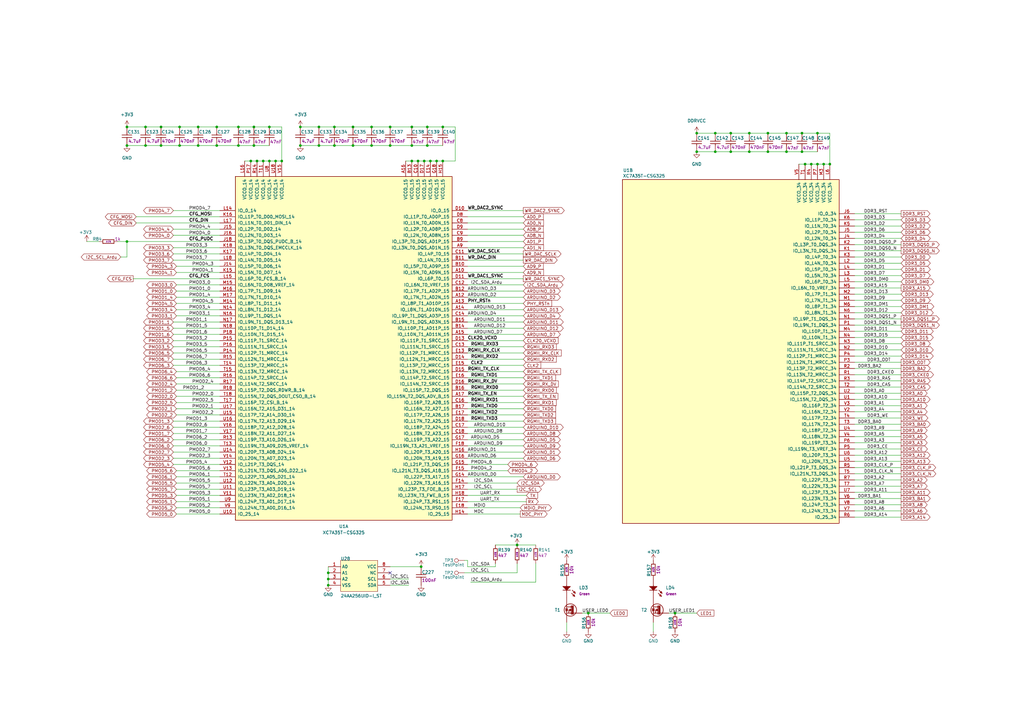
<source format=kicad_sch>
(kicad_sch (version 20250114) (generator "eeschema") (generator_version "9.0")
  (paper "A3")
  (title_block (date "2025-04-18") (rev "${rev}") (company "${name}") (comment 1 "${author}"))
  (junction (at 314.96 62.23))
  (junction (at 144.78 52.07))
  (junction (at 335.28 54.61))
  (junction (at 322.58 62.23))
  (junction (at 175.26 59.69))
  (junction (at 123.19 52.07))
  (junction (at 130.81 52.07))
  (junction (at 88.9 52.07))
  (junction (at 130.81 59.69))
  (junction (at 107.95 66.04))
  (junction (at 285.75 62.23))
  (junction (at 152.4 52.07))
  (junction (at 81.28 59.69))
  (junction (at 52.07 59.69))
  (junction (at 173.99 66.04))
  (junction (at 123.19 59.69))
  (junction (at 332.74 67.31))
  (junction (at 66.04 52.07))
  (junction (at 175.26 52.07))
  (junction (at 66.04 59.69))
  (junction (at 97.79 52.07))
  (junction (at 322.58 54.61))
  (junction (at 293.37 62.23))
  (junction (at 181.61 66.04))
  (junction (at 299.72 62.23))
  (junction (at 337.82 67.31))
  (junction (at 172.72 232.41))
  (junction (at 212.09 223.52))
  (junction (at 134.62 240.03))
  (junction (at 88.9 59.69))
  (junction (at 104.14 52.07))
  (junction (at 179.07 66.04))
  (junction (at 137.16 52.07))
  (junction (at 160.02 52.07))
  (junction (at 73.66 52.07))
  (junction (at 113.03 66.04))
  (junction (at 168.91 66.04))
  (junction (at 144.78 59.69))
  (junction (at 81.28 52.07))
  (junction (at 73.66 59.69))
  (junction (at 59.69 52.07))
  (junction (at 104.14 59.69))
  (junction (at 276.86 251.46))
  (junction (at 168.91 52.07))
  (junction (at 307.34 54.61))
  (junction (at 328.93 54.61))
  (junction (at 134.62 237.49))
  (junction (at 168.91 59.69))
  (junction (at 285.75 54.61))
  (junction (at 137.16 59.69))
  (junction (at 171.45 66.04))
  (junction (at 52.07 99.06))
  (junction (at 340.36 67.31))
  (junction (at 241.3 251.46))
  (junction (at 102.87 66.04))
  (junction (at 115.57 66.04))
  (junction (at 97.79 59.69))
  (junction (at 152.4 59.69))
  (junction (at 293.37 54.61))
  (junction (at 110.49 52.07))
  (junction (at 176.53 66.04))
  (junction (at 181.61 52.07))
  (junction (at 134.62 234.95))
  (junction (at 105.41 66.04))
  (junction (at 330.2 67.31))
  (junction (at 52.07 52.07))
  (junction (at 110.49 66.04))
  (junction (at 160.02 59.69))
  (junction (at 328.93 62.23))
  (junction (at 314.96 54.61))
  (junction (at 59.69 59.69))
  (junction (at 299.72 54.61))
  (junction (at 307.34 62.23))
  (junction (at 335.28 67.31))
  (no_connect (at 160.02 234.95))
  (wire (pts (xy 176.53 66.04) (xy 173.99 66.04)))
  (wire (pts (xy 337.82 67.31) (xy 335.28 67.31)))
  (wire (pts (xy 350.52 113.03) (xy 369.57 113.03)))
  (wire (pts (xy 191.77 229.87) (xy 191.77 232.41)))
  (wire (pts (xy 350.52 107.95) (xy 369.57 107.95)))
  (wire (pts (xy 72.39 162.56) (xy 90.17 162.56)))
  (wire (pts (xy 71.12 147.32) (xy 90.17 147.32)))
  (wire (pts (xy 191.77 144.78) (xy 214.63 144.78)))
  (wire (pts (xy 71.12 175.26) (xy 90.17 175.26)))
  (wire (pts (xy 350.52 156.21) (xy 369.57 156.21)))
  (wire (pts (xy 160.02 59.69) (xy 168.91 59.69)))
  (wire (pts (xy 350.52 128.27) (xy 369.57 128.27)))
  (wire (pts (xy 350.52 209.55) (xy 369.57 209.55)))
  (wire (pts (xy 130.81 52.07) (xy 137.16 52.07)))
  (wire (pts (xy 71.12 149.86) (xy 90.17 149.86)))
  (wire (pts (xy 104.14 59.69) (xy 110.49 59.69)))
  (wire (pts (xy 350.52 95.25) (xy 369.57 95.25)))
  (wire (pts (xy 191.77 182.88) (xy 214.63 182.88)))
  (wire (pts (xy 191.77 93.98) (xy 214.63 93.98)))
  (wire (pts (xy 191.77 198.12) (xy 212.09 198.12)))
  (wire (pts (xy 71.12 172.72) (xy 90.17 172.72)))
  (wire (pts (xy 219.71 238.76) (xy 219.71 231.14)))
  (wire (pts (xy 191.77 129.54) (xy 214.63 129.54)))
  (wire (pts (xy 160.02 52.07) (xy 168.91 52.07)))
  (wire (pts (xy 350.52 176.53) (xy 369.57 176.53)))
  (wire (pts (xy 350.52 92.71) (xy 369.57 92.71)))
  (wire (pts (xy 105.41 66.04) (xy 107.95 66.04)))
  (wire (pts (xy 152.4 52.07) (xy 160.02 52.07)))
  (wire (pts (xy 350.52 115.57) (xy 369.57 115.57)))
  (wire (pts (xy 350.52 186.69) (xy 369.57 186.69)))
  (wire (pts (xy 107.95 66.04) (xy 110.49 66.04)))
  (wire (pts (xy 55.88 91.44) (xy 90.17 91.44)))
  (wire (pts (xy 97.79 52.07) (xy 104.14 52.07)))
  (wire (pts (xy 191.77 101.6) (xy 214.63 101.6)))
  (wire (pts (xy 71.12 180.34) (xy 90.17 180.34)))
  (wire (pts (xy 72.39 200.66) (xy 90.17 200.66)))
  (wire (pts (xy 203.2 232.41) (xy 203.2 231.14)))
  (wire (pts (xy 52.07 59.69) (xy 59.69 59.69)))
  (wire (pts (xy 71.12 101.6) (xy 90.17 101.6)))
  (wire (pts (xy 71.12 106.68) (xy 90.17 106.68)))
  (wire (pts (xy 191.77 205.74) (xy 215.9 205.74)))
  (wire (pts (xy 175.26 59.69) (xy 181.61 59.69)))
  (wire (pts (xy 350.52 143.51) (xy 369.57 143.51)))
  (wire (pts (xy 350.52 189.23) (xy 369.57 189.23)))
  (wire (pts (xy 293.37 54.61) (xy 299.72 54.61)))
  (wire (pts (xy 191.77 154.94) (xy 214.63 154.94)))
  (wire (pts (xy 179.07 66.04) (xy 176.53 66.04)))
  (wire (pts (xy 307.34 54.61) (xy 314.96 54.61)))
  (wire (pts (xy 144.78 52.07) (xy 152.4 52.07)))
  (wire (pts (xy 71.12 185.42) (xy 90.17 185.42)))
  (wire (pts (xy 137.16 52.07) (xy 144.78 52.07)))
  (wire (pts (xy 72.39 160.02) (xy 90.17 160.02)))
  (wire (pts (xy 190.5 229.87) (xy 191.77 229.87)))
  (wire (pts (xy 100.33 66.04) (xy 102.87 66.04)))
  (wire (pts (xy 73.66 52.07) (xy 81.28 52.07)))
  (wire (pts (xy 350.52 153.67) (xy 369.57 153.67)))
  (wire (pts (xy 71.12 134.62) (xy 90.17 134.62)))
  (wire (pts (xy 191.77 132.08) (xy 214.63 132.08)))
  (wire (pts (xy 285.75 54.61) (xy 293.37 54.61)))
  (wire (pts (xy 191.77 162.56) (xy 214.63 162.56)))
  (wire (pts (xy 293.37 62.23) (xy 299.72 62.23)))
  (wire (pts (xy 72.39 157.48) (xy 90.17 157.48)))
  (wire (pts (xy 71.12 96.52) (xy 90.17 96.52)))
  (wire (pts (xy 191.77 99.06) (xy 214.63 99.06)))
  (wire (pts (xy 328.93 62.23) (xy 335.28 62.23)))
  (wire (pts (xy 81.28 59.69) (xy 88.9 59.69)))
  (wire (pts (xy 350.52 173.99) (xy 369.57 173.99)))
  (wire (pts (xy 88.9 59.69) (xy 97.79 59.69)))
  (wire (pts (xy 191.77 149.86) (xy 214.63 149.86)))
  (wire (pts (xy 238.76 251.46) (xy 241.3 251.46)))
  (wire (pts (xy 191.77 180.34) (xy 214.63 180.34)))
  (wire (pts (xy 72.39 165.1) (xy 90.17 165.1)))
  (wire (pts (xy 193.04 238.76) (xy 219.71 238.76)))
  (wire (pts (xy 72.39 116.84) (xy 90.17 116.84)))
  (wire (pts (xy 285.75 62.23) (xy 293.37 62.23)))
  (wire (pts (xy 71.12 190.5) (xy 90.17 190.5)))
  (wire (pts (xy 274.32 251.46) (xy 276.86 251.46)))
  (wire (pts (xy 72.39 195.58) (xy 90.17 195.58)))
  (wire (pts (xy 307.34 62.23) (xy 314.96 62.23)))
  (wire (pts (xy 71.12 144.78) (xy 90.17 144.78)))
  (wire (pts (xy 191.77 116.84) (xy 214.63 116.84)))
  (wire (pts (xy 350.52 125.73) (xy 369.57 125.73)))
  (wire (pts (xy 71.12 139.7) (xy 90.17 139.7)))
  (wire (pts (xy 232.41 259.08) (xy 232.41 255.27)))
  (wire (pts (xy 350.52 161.29) (xy 369.57 161.29)))
  (wire (pts (xy 72.39 109.22) (xy 90.17 109.22)))
  (wire (pts (xy 55.88 88.9) (xy 90.17 88.9)))
  (wire (pts (xy 181.61 66.04) (xy 179.07 66.04)))
  (wire (pts (xy 72.39 205.74) (xy 90.17 205.74)))
  (wire (pts (xy 72.39 210.82) (xy 90.17 210.82)))
  (wire (pts (xy 191.77 111.76) (xy 214.63 111.76)))
  (wire (pts (xy 314.96 62.23) (xy 322.58 62.23)))
  (wire (pts (xy 350.52 201.93) (xy 369.57 201.93)))
  (wire (pts (xy 71.12 137.16) (xy 90.17 137.16)))
  (wire (pts (xy 134.62 237.49) (xy 134.62 240.03)))
  (wire (pts (xy 350.52 168.91) (xy 369.57 168.91)))
  (wire (pts (xy 191.77 127) (xy 214.63 127)))
  (wire (pts (xy 350.52 163.83) (xy 369.57 163.83)))
  (wire (pts (xy 328.93 54.61) (xy 335.28 54.61)))
  (wire (pts (xy 134.62 232.41) (xy 134.62 234.95)))
  (wire (pts (xy 168.91 59.69) (xy 175.26 59.69)))
  (wire (pts (xy 191.77 96.52) (xy 214.63 96.52)))
  (wire (pts (xy 123.19 59.69) (xy 130.81 59.69)))
  (wire (pts (xy 350.52 151.13) (xy 369.57 151.13)))
  (wire (pts (xy 299.72 54.61) (xy 307.34 54.61)))
  (wire (pts (xy 191.77 203.2) (xy 215.9 203.2)))
  (wire (pts (xy 72.39 203.2) (xy 90.17 203.2)))
  (wire (pts (xy 71.12 93.98) (xy 90.17 93.98)))
  (wire (pts (xy 59.69 52.07) (xy 66.04 52.07)))
  (wire (pts (xy 350.52 196.85) (xy 369.57 196.85)))
  (wire (pts (xy 191.77 208.28) (xy 213.36 208.28)))
  (wire (pts (xy 71.12 142.24) (xy 90.17 142.24)))
  (wire (pts (xy 72.39 154.94) (xy 90.17 154.94)))
  (wire (pts (xy 335.28 67.31) (xy 332.74 67.31)))
  (wire (pts (xy 152.4 59.69) (xy 160.02 59.69)))
  (wire (pts (xy 350.52 100.33) (xy 369.57 100.33)))
  (wire (pts (xy 314.96 54.61) (xy 322.58 54.61)))
  (wire (pts (xy 350.52 146.05) (xy 369.57 146.05)))
  (wire (pts (xy 48.26 99.06) (xy 52.07 99.06)))
  (wire (pts (xy 35.56 99.06) (xy 40.64 99.06)))
  (wire (pts (xy 104.14 52.07) (xy 110.49 52.07)))
  (wire (pts (xy 123.19 52.07) (xy 130.81 52.07)))
  (wire (pts (xy 191.77 139.7) (xy 214.63 139.7)))
  (wire (pts (xy 72.39 121.92) (xy 90.17 121.92)))
  (wire (pts (xy 54.61 114.3) (xy 90.17 114.3)))
  (wire (pts (xy 191.77 172.72) (xy 214.63 172.72)))
  (wire (pts (xy 71.12 177.8) (xy 90.17 177.8)))
  (wire (pts (xy 137.16 59.69) (xy 144.78 59.69)))
  (wire (pts (xy 191.77 177.8) (xy 214.63 177.8)))
  (wire (pts (xy 191.77 91.44) (xy 214.63 91.44)))
  (wire (pts (xy 168.91 52.07) (xy 175.26 52.07)))
  (wire (pts (xy 160.02 240.03) (xy 167.64 240.03)))
  (wire (pts (xy 267.97 259.08) (xy 267.97 255.27)))
  (wire (pts (xy 191.77 134.62) (xy 214.63 134.62)))
  (wire (pts (xy 350.52 212.09) (xy 369.57 212.09)))
  (wire (pts (xy 144.78 59.69) (xy 152.4 59.69)))
  (wire (pts (xy 350.52 133.35) (xy 369.57 133.35)))
  (wire (pts (xy 350.52 194.31) (xy 369.57 194.31)))
  (wire (pts (xy 191.77 210.82) (xy 213.36 210.82)))
  (wire (pts (xy 71.12 182.88) (xy 90.17 182.88)))
  (wire (pts (xy 340.36 67.31) (xy 337.82 67.31)))
  (wire (pts (xy 72.39 208.28) (xy 90.17 208.28)))
  (wire (pts (xy 52.07 105.41) (xy 52.07 99.06)))
  (wire (pts (xy 59.69 59.69) (xy 66.04 59.69)))
  (wire (pts (xy 350.52 105.41) (xy 369.57 105.41)))
  (wire (pts (xy 350.52 123.19) (xy 369.57 123.19)))
  (wire (pts (xy 191.77 187.96) (xy 214.63 187.96)))
  (wire (pts (xy 350.52 118.11) (xy 369.57 118.11)))
  (wire (pts (xy 72.39 152.4) (xy 90.17 152.4)))
  (wire (pts (xy 322.58 54.61) (xy 328.93 54.61)))
  (wire (pts (xy 168.91 66.04) (xy 166.37 66.04)))
  (wire (pts (xy 350.52 179.07) (xy 369.57 179.07)))
  (wire (pts (xy 191.77 157.48) (xy 214.63 157.48)))
  (wire (pts (xy 66.04 59.69) (xy 73.66 59.69)))
  (wire (pts (xy 66.04 52.07) (xy 73.66 52.07)))
  (wire (pts (xy 160.02 232.41) (xy 172.72 232.41)))
  (wire (pts (xy 113.03 66.04) (xy 115.57 66.04)))
  (wire (pts (xy 173.99 66.04) (xy 171.45 66.04)))
  (wire (pts (xy 350.52 138.43) (xy 369.57 138.43)))
  (wire (pts (xy 203.2 223.52) (xy 212.09 223.52)))
  (wire (pts (xy 191.77 160.02) (xy 214.63 160.02)))
  (wire (pts (xy 350.52 171.45) (xy 369.57 171.45)))
  (wire (pts (xy 171.45 66.04) (xy 168.91 66.04)))
  (wire (pts (xy 350.52 140.97) (xy 369.57 140.97)))
  (wire (pts (xy 350.52 204.47) (xy 369.57 204.47)))
  (wire (pts (xy 72.39 198.12) (xy 90.17 198.12)))
  (wire (pts (xy 191.77 86.36) (xy 214.63 86.36)))
  (wire (pts (xy 52.07 52.07) (xy 59.69 52.07)))
  (wire (pts (xy 186.69 52.07) (xy 186.69 66.04)))
  (wire (pts (xy 130.81 59.69) (xy 137.16 59.69)))
  (wire (pts (xy 72.39 129.54) (xy 90.17 129.54)))
  (wire (pts (xy 350.52 191.77) (xy 369.57 191.77)))
  (wire (pts (xy 191.77 152.4) (xy 214.63 152.4)))
  (wire (pts (xy 110.49 66.04) (xy 113.03 66.04)))
  (wire (pts (xy 191.77 142.24) (xy 214.63 142.24)))
  (wire (pts (xy 88.9 52.07) (xy 97.79 52.07)))
  (wire (pts (xy 322.58 62.23) (xy 328.93 62.23)))
  (wire (pts (xy 212.09 223.52) (xy 219.71 223.52)))
  (wire (pts (xy 191.77 167.64) (xy 214.63 167.64)))
  (wire (pts (xy 191.77 114.3) (xy 214.63 114.3)))
  (wire (pts (xy 191.77 121.92) (xy 214.63 121.92)))
  (wire (pts (xy 102.87 66.04) (xy 105.41 66.04)))
  (wire (pts (xy 110.49 52.07) (xy 115.57 52.07)))
  (wire (pts (xy 191.77 104.14) (xy 214.63 104.14)))
  (wire (pts (xy 350.52 90.17) (xy 369.57 90.17)))
  (wire (pts (xy 72.39 167.64) (xy 90.17 167.64)))
  (wire (pts (xy 350.52 207.01) (xy 369.57 207.01)))
  (wire (pts (xy 134.62 234.95) (xy 134.62 237.49)))
  (wire (pts (xy 350.52 181.61) (xy 369.57 181.61)))
  (wire (pts (xy 191.77 124.46) (xy 214.63 124.46)))
  (wire (pts (xy 350.52 130.81) (xy 369.57 130.81)))
  (wire (pts (xy 191.77 165.1) (xy 214.63 165.1)))
  (wire (pts (xy 191.77 193.04) (xy 208.28 193.04)))
  (wire (pts (xy 191.77 106.68) (xy 214.63 106.68)))
  (wire (pts (xy 191.77 195.58) (xy 214.63 195.58)))
  (wire (pts (xy 115.57 52.07) (xy 115.57 66.04)))
  (wire (pts (xy 330.2 67.31) (xy 327.66 67.31)))
  (wire (pts (xy 276.86 251.46) (xy 285.75 251.46)))
  (wire (pts (xy 72.39 127) (xy 90.17 127)))
  (wire (pts (xy 49.53 105.41) (xy 52.07 105.41)))
  (wire (pts (xy 350.52 158.75) (xy 369.57 158.75)))
  (wire (pts (xy 72.39 119.38) (xy 90.17 119.38)))
  (wire (pts (xy 72.39 124.46) (xy 90.17 124.46)))
  (wire (pts (xy 350.52 184.15) (xy 369.57 184.15)))
  (wire (pts (xy 71.12 86.36) (xy 90.17 86.36)))
  (wire (pts (xy 190.5 234.95) (xy 212.09 234.95)))
  (wire (pts (xy 350.52 166.37) (xy 369.57 166.37)))
  (wire (pts (xy 350.52 199.39) (xy 369.57 199.39)))
  (wire (pts (xy 350.52 87.63) (xy 369.57 87.63)))
  (wire (pts (xy 191.77 147.32) (xy 214.63 147.32)))
  (wire (pts (xy 81.28 52.07) (xy 88.9 52.07)))
  (wire (pts (xy 350.52 148.59) (xy 369.57 148.59)))
  (wire (pts (xy 350.52 135.89) (xy 369.57 135.89)))
  (wire (pts (xy 350.52 110.49) (xy 369.57 110.49)))
  (wire (pts (xy 71.12 132.08) (xy 90.17 132.08)))
  (wire (pts (xy 350.52 120.65) (xy 369.57 120.65)))
  (wire (pts (xy 191.77 190.5) (xy 208.28 190.5)))
  (wire (pts (xy 72.39 111.76) (xy 90.17 111.76)))
  (wire (pts (xy 181.61 52.07) (xy 186.69 52.07)))
  (wire (pts (xy 191.77 232.41) (xy 203.2 232.41)))
  (wire (pts (xy 73.66 59.69) (xy 81.28 59.69)))
  (wire (pts (xy 191.77 185.42) (xy 214.63 185.42)))
  (wire (pts (xy 191.77 170.18) (xy 214.63 170.18)))
  (wire (pts (xy 191.77 200.66) (xy 212.09 200.66)))
  (wire (pts (xy 160.02 237.49) (xy 167.64 237.49)))
  (wire (pts (xy 350.52 97.79) (xy 369.57 97.79)))
  (wire (pts (xy 335.28 54.61) (xy 340.36 54.61)))
  (wire (pts (xy 71.12 187.96) (xy 90.17 187.96)))
  (wire (pts (xy 52.07 99.06) (xy 90.17 99.06)))
  (wire (pts (xy 340.36 54.61) (xy 340.36 67.31)))
  (wire (pts (xy 241.3 251.46) (xy 250.19 251.46)))
  (wire (pts (xy 97.79 59.69) (xy 104.14 59.69)))
  (wire (pts (xy 71.12 104.14) (xy 90.17 104.14)))
  (wire (pts (xy 299.72 62.23) (xy 307.34 62.23)))
  (wire (pts (xy 212.09 234.95) (xy 212.09 231.14)))
  (wire (pts (xy 191.77 137.16) (xy 214.63 137.16)))
  (wire (pts (xy 191.77 88.9) (xy 214.63 88.9)))
  (wire (pts (xy 191.77 175.26) (xy 214.63 175.26)))
  (wire (pts (xy 191.77 119.38) (xy 214.63 119.38)))
  (wire (pts (xy 350.52 102.87) (xy 369.57 102.87)))
  (wire (pts (xy 72.39 170.18) (xy 90.17 170.18)))
  (wire (pts (xy 186.69 66.04) (xy 181.61 66.04)))
  (wire (pts (xy 175.26 52.07) (xy 181.61 52.07)))
  (wire (pts (xy 72.39 193.04) (xy 90.17 193.04)))
  (wire (pts (xy 332.74 67.31) (xy 330.2 67.31)))
  (wire (pts (xy 191.77 109.22) (xy 214.63 109.22)))
  (label "DDR3_ODT" (at 355.6 148.59 0))
  (label "DDR3_A10" (at 354.33 163.83 0))
  (label "DDR3_D15" (at 354.33 138.43 0))
  (label "PMOD5_6" (at 77.47 193.04 0))
  (label "PMOD2_5" (at 78.74 165.1 0))
  (label "PMOD4_1" (at 78.74 111.76 0))
  (label "DDR3_A6" (at 354.33 209.55 0))
  (label "PMOD4_0" (at 77.47 96.52 0))
  (label "PMOD3_6" (at 76.2 104.14 0))
  (label "DDR3_CAS" (at 355.6 158.75 0))
  (label "DDR3_CLK_P" (at 354.33 191.77 0))
  (label "PMOD6_3" (at 76.2 149.86 0))
  (label "ARDUINO_D13" (at 194.31 127 0))
  (label "DDR3_D5" (at 354.33 107.95 0))
  (label "RGMII_RX_DV" (at 191.77 157.48 0) (effects (font (thickness 0.254) (bold yes))))
  (label "DDR3_A1" (at 354.33 166.37 0))
  (label "CFG_PUDC" (at 77.47 99.06 0) (effects (font (thickness 0.254) (bold yes))))
  (label "DDR3_BA0" (at 351.79 173.99 0))
  (label "RGMII_RXD1" (at 193.04 165.1 0) (effects (font (thickness 0.254) (bold yes))))
  (label "I2C_SDA_Ardu" (at 193.04 238.76 0))
  (label "PMOD1_6" (at 76.2 137.16 0))
  (label "WR_DAC2_SYNC" (at 191.77 86.36 0) (effects (font (thickness 0.254) (bold yes))))
  (label "DDR3_D6" (at 354.33 95.25 0))
  (label "RGMII_TX_EN" (at 191.77 162.56 0) (effects (font (thickness 0.254) (bold yes))))
  (label "I2C_SCL" (at 194.31 200.66 0))
  (label "DDR3_DQS1_N" (at 354.33 133.35 0))
  (label "DDR3_D8" (at 354.33 140.97 0))
  (label "DDR3_DM0" (at 354.33 115.57 0))
  (label "ARDUINO_D0" (at 191.77 195.58 0))
  (label "ARDUINO_D5" (at 193.04 180.34 0))
  (label "PMOD2_6" (at 76.2 175.26 0))
  (label "PMOD3_4" (at 77.47 127 0))
  (label "DDR3_CLK_N" (at 354.33 194.31 0))
  (label "DDR3_A12" (at 354.33 186.69 0))
  (label "PMOD3_1" (at 77.47 129.54 0))
  (label "PMOD1_7" (at 76.2 177.8 0))
  (label "PMOD3_0" (at 77.47 116.84 0))
  (label "PMOD1_4" (at 77.47 121.92 0))
  (label "PMOD4_5" (at 78.74 124.46 0))
  (label "WR_DAC1_SYNC" (at 191.77 114.3 0) (effects (font (thickness 0.254) (bold yes))))
  (label "RGMII_TXD0" (at 193.04 167.64 0) (effects (font (thickness 0.254) (bold yes))))
  (label "I2C_SDA" (at 193.04 232.41 0))
  (label "DDR3_A8" (at 354.33 207.01 0))
  (label "DDR3_CKE0" (at 355.6 153.67 0))
  (label "RGMII_TXD2" (at 193.04 170.18 0) (effects (font (thickness 0.254) (bold yes))))
  (label "I2C_SDA" (at 160.02 240.03 0))
  (label "CFG_DIN" (at 77.47 91.44 0) (effects (font (thickness 0.254) (bold yes))))
  (label "I2C_SDA" (at 194.31 198.12 0))
  (label "PMOD5_1" (at 77.47 205.74 0))
  (label "PMOD3_5" (at 76.2 142.24 0))
  (label "PMOD2_2" (at 78.74 170.18 0))
  (label "UART_TX" (at 196.85 205.74 0))
  (label "DDR3_D11" (at 354.33 135.89 0))
  (label "ARDUINO_D8" (at 194.31 177.8 0))
  (label "DDR3_CE" (at 355.6 184.15 0))
  (label "RGMII_TX_CLK" (at 191.77 152.4 0) (effects (font (thickness 0.254) (bold yes))))
  (label "CLK2" (at 193.04 149.86 0) (effects (font (thickness 0.254) (bold yes))))
  (label "PMOD2_0" (at 78.74 162.56 0))
  (label "DDR3_BA2" (at 351.79 151.13 0))
  (label "DDR3_D0" (at 354.33 105.41 0))
  (label "I2C_SCL" (at 160.02 237.49 0))
  (label "RGMII_RXD0" (at 193.04 160.02 0) (effects (font (thickness 0.254) (bold yes))))
  (label "PMOD2_1" (at 78.74 167.64 0))
  (label "DDR3_A7" (at 354.33 199.39 0))
  (label "PMOD6_0" (at 76.2 182.88 0))
  (label "DDR3_A14" (at 354.33 212.09 0))
  (label "DDR3_A5" (at 354.33 179.07 0))
  (label "ARDUINO_D4" (at 191.77 129.54 0))
  (label "ARDUINO_D1" (at 191.77 185.42 0))
  (label "DDR3_D7" (at 354.33 113.03 0))
  (label "PMOD4_7" (at 77.47 86.36 0))
  (label "DDR3_D3" (at 354.33 90.17 0))
  (label "DDR3_A0" (at 354.33 161.29 0))
  (label "RGMII_TXD1" (at 193.04 154.94 0) (effects (font (thickness 0.254) (bold yes))))
  (label "DDR3_RST" (at 354.33 87.63 0))
  (label "DDR3_A9" (at 354.33 176.53 0))
  (label "ARDUINO_D11" (at 194.31 132.08 0))
  (label "DDR3_DM1" (at 354.33 125.73 0))
  (label "PMOD6_7" (at 76.2 147.32 0))
  (label "PMOD6_4" (at 77.47 152.4 0))
  (label "RGMII_TXD3" (at 193.04 172.72 0) (effects (font (thickness 0.254) (bold yes))))
  (label "PMOD1_1" (at 85.09 132.08 180))
  (label "PMOD5_4" (at 76.2 190.5 0))
  (label "WR_DAC_DIN" (at 191.77 106.68 0) (effects (font (thickness 0.254) (bold yes))))
  (label "PMOD6_1" (at 77.47 195.58 0))
  (label "DDR3_D4" (at 354.33 97.79 0))
  (label "PMOD6_6" (at 77.47 154.94 0))
  (label "PMOD5_0" (at 77.47 210.82 0))
  (label "DDR3_D12" (at 354.33 128.27 0))
  (label "PMOD4_6" (at 201.93 190.5 180))
  (label "PMOD3_3" (at 76.2 101.6 0))
  (label "DDR3_D13" (at 354.33 120.65 0))
  (label "RGMII_RXD2" (at 193.04 147.32 0) (effects (font (thickness 0.254) (bold yes))))
  (label "RGMII_RXD3" (at 193.04 142.24 0) (effects (font (thickness 0.254) (bold yes))))
  (label "DDR3_A4" (at 354.33 168.91 0))
  (label "PMOD6_2" (at 76.2 180.34 0))
  (label "PMOD3_7" (at 76.2 106.68 0))
  (label "PMOD1_3" (at 76.2 172.72 0))
  (label "DDR3_DQS1_P" (at 354.33 130.81 0))
  (label "DDR3_RAS" (at 355.6 156.21 0))
  (label "CFG_FCS" (at 77.47 114.3 0) (effects (font (thickness 0.254) (bold yes))))
  (label "ARDUINO_D12" (at 194.31 134.62 0))
  (label "DDR3_A2" (at 354.33 196.85 0))
  (label "DDR3_WE" (at 355.6 171.45 0))
  (label "CLK20_VCXO" (at 191.77 139.7 0) (effects (font (thickness 0.254) (bold yes))))
  (label "ARDUINO_D2" (at 191.77 121.92 0))
  (label "DDR3_A3" (at 354.33 181.61 0))
  (label "I2C_SDA_Ardu" (at 193.04 116.84 0))
  (label "DDR3_A13" (at 354.33 189.23 0))
  (label "DDR3_DQS0_P" (at 354.33 100.33 0))
  (label "PMOD6_5" (at 76.2 144.78 0))
  (label "DDR3_DQS0_N" (at 354.33 102.87 0))
  (label "RGMII_RX_CLK" (at 191.77 144.78 0) (effects (font (thickness 0.254) (bold yes))))
  (label "I2C_SCL" (at 193.04 234.95 0))
  (label "ARDUINO_D3" (at 191.77 119.38 0))
  (label "ARDUINO_D7" (at 194.31 137.16 0))
  (label "PMOD2_3" (at 77.47 187.96 0))
  (label "DDR3_D2" (at 354.33 92.71 0))
  (label "UART_RX" (at 196.85 203.2 0))
  (label "MDIO" (at 194.31 208.28 0))
  (label "PMOD5_3" (at 77.47 203.2 0))
  (label "PMOD5_2" (at 77.47 208.28 0))
  (label "PMOD4_2" (at 201.93 193.04 180))
  (label "PMOD2_7" (at 77.47 185.42 0))
  (label "DDR3_A15" (at 354.33 118.11 0))
  (label "PMOD1_0" (at 77.47 119.38 0))
  (label "DDR3_D14" (at 354.33 146.05 0))
  (label "USER_LED1" (at 274.32 251.46 0))
  (label "DDR3_D10" (at 354.33 143.51 0))
  (label "USER_LED0" (at 238.76 251.46 0))
  (label "PMOD1_5" (at 76.2 134.62 0))
  (label "PMOD4_3" (at 78.74 109.22 0))
  (label "ARDUINO_D6" (at 191.77 187.96 0))
  (label "PMOD5_5" (at 77.47 198.12 0))
  (label "PMOD5_7" (at 77.47 200.66 0))
  (label "ARDUINO_D10" (at 194.31 175.26 0))
  (label "PHY_RSTn" (at 191.77 124.46 0) (effects (font (thickness 0.254) (bold yes))))
  (label "DDR3_A11" (at 354.33 201.93 0))
  (label "DDR3_BA1" (at 351.79 204.47 0))
  (label "MDC" (at 194.31 210.82 0))
  (label "DDR3_D1" (at 354.33 110.49 0))
  (label "DDR3_D9" (at 354.33 123.19 0))
  (label "WR_DAC_SCLK" (at 191.77 104.14 0) (effects (font (thickness 0.254) (bold yes))))
  (label "PMOD4_4" (at 77.47 93.98 0))
  (label "PMOD3_2" (at 76.2 139.7 0))
  (label "CFG_MOSI" (at 77.47 88.9 0) (effects (font (thickness 0.254) (bold yes))))
  (label "PMOD1_2" (at 83.82 160.02 180))
  (label "PMOD2_4" (at 78.74 157.48 0))
  (label "ARDUINO_D9" (at 194.31 182.88 0))
  (global_label "DDR3_WE" (shape output) (at 369.57 171.45 0) (property "Intersheetrefs" "${INTERSHEET_REFS}" (effects (hide yes))))
  (global_label "DDR3_D15" (shape bidirectional) (at 369.57 138.43 0) (property "Intersheetrefs" "${INTERSHEET_REFS}" (effects (hide yes))))
  (global_label "DDR3_D1" (shape bidirectional) (at 369.57 110.49 0) (property "Intersheetrefs" "${INTERSHEET_REFS}" (effects (hide yes))))
  (global_label "DDR3_D7" (shape bidirectional) (at 369.57 113.03 0) (property "Intersheetrefs" "${INTERSHEET_REFS}" (effects (hide yes))))
  (global_label "ARDUINO_D7" (shape bidirectional) (at 214.63 137.16 0) (property "Intersheetrefs" "${INTERSHEET_REFS}" (effects (hide yes))))
  (global_label "WR_DAC_SCLK" (shape output) (at 214.63 104.14 0) (effects (font (thickness 0.1588))) (property "Intersheetrefs" "${INTERSHEET_REFS}" (effects (hide yes))))
  (global_label "PMOD5_4" (shape bidirectional) (at 71.12 190.5 180) (property "Intersheetrefs" "${INTERSHEET_REFS}" (effects (hide yes))))
  (global_label "PMOD4_6" (shape bidirectional) (at 208.28 190.5 0) (property "Intersheetrefs" "${INTERSHEET_REFS}" (effects (hide yes))))
  (global_label "PMOD2_0" (shape bidirectional) (at 72.39 162.56 180) (property "Intersheetrefs" "${INTERSHEET_REFS}" (effects (hide yes))))
  (global_label "MDIO_PHY" (shape bidirectional) (at 213.36 208.28 0) (property "Intersheetrefs" "${INTERSHEET_REFS}" (effects (hide yes))))
  (global_label "PMOD3_7" (shape bidirectional) (at 71.12 106.68 180) (property "Intersheetrefs" "${INTERSHEET_REFS}" (effects (hide yes))))
  (global_label "PMOD5_1" (shape bidirectional) (at 72.39 205.74 180) (property "Intersheetrefs" "${INTERSHEET_REFS}" (effects (hide yes))))
  (global_label "PMOD6_1" (shape bidirectional) (at 72.39 195.58 180) (property "Intersheetrefs" "${INTERSHEET_REFS}" (effects (hide yes))))
  (global_label "PMOD1_1" (shape bidirectional) (at 71.12 132.08 180) (property "Intersheetrefs" "${INTERSHEET_REFS}" (effects (hide yes))))
  (global_label "DDR3_A4" (shape output) (at 369.57 168.91 0) (property "Intersheetrefs" "${INTERSHEET_REFS}" (effects (hide yes))))
  (global_label "AD1_P" (shape input) (at 214.63 99.06 0) (property "Intersheetrefs" "${INTERSHEET_REFS}" (effects (hide yes))))
  (global_label "I2C_SCL" (shape output) (at 212.09 200.66 0) (property "Intersheetrefs" "${INTERSHEET_REFS}" (effects (hide yes))))
  (global_label "PMOD2_5" (shape bidirectional) (at 72.39 165.1 180) (property "Intersheetrefs" "${INTERSHEET_REFS}" (effects (hide yes))))
  (global_label "PMOD4_0" (shape bidirectional) (at 71.12 96.52 180) (property "Intersheetrefs" "${INTERSHEET_REFS}" (effects (hide yes))))
  (global_label "AD0_P" (shape input) (at 214.63 88.9 0) (property "Intersheetrefs" "${INTERSHEET_REFS}" (effects (hide yes))))
  (global_label "PMOD4_7" (shape bidirectional) (at 71.12 86.36 180) (property "Intersheetrefs" "${INTERSHEET_REFS}" (effects (hide yes))))
  (global_label "DDR3_D12" (shape bidirectional) (at 369.57 128.27 0) (property "Intersheetrefs" "${INTERSHEET_REFS}" (effects (hide yes))))
  (global_label "PMOD1_5" (shape bidirectional) (at 71.12 134.62 180) (property "Intersheetrefs" "${INTERSHEET_REFS}" (effects (hide yes))))
  (global_label "PMOD2_7" (shape bidirectional) (at 71.12 185.42 180) (property "Intersheetrefs" "${INTERSHEET_REFS}" (effects (hide yes))))
  (global_label "PMOD4_5" (shape bidirectional) (at 72.39 124.46 180) (property "Intersheetrefs" "${INTERSHEET_REFS}" (effects (hide yes))))
  (global_label "CLK2" (shape input) (at 214.63 149.86 0) (property "Intersheetrefs" "${INTERSHEET_REFS}" (effects (hide yes))))
  (global_label "DDR3_DQS1_N" (shape output) (at 369.57 133.35 0) (property "Intersheetrefs" "${INTERSHEET_REFS}" (effects (hide yes))))
  (global_label "TX" (shape input) (at 215.9 203.2 0) (property "Intersheetrefs" "${INTERSHEET_REFS}" (effects (hide yes))))
  (global_label "DDR3_A9" (shape output) (at 369.57 176.53 0) (property "Intersheetrefs" "${INTERSHEET_REFS}" (effects (hide yes))))
  (global_label "RGMII_RXD3" (shape input) (at 214.63 142.24 0) (effects (font (thickness 0.1588))) (property "Intersheetrefs" "${INTERSHEET_REFS}" (effects (hide yes))))
  (global_label "PMOD5_2" (shape bidirectional) (at 72.39 208.28 180) (property "Intersheetrefs" "${INTERSHEET_REFS}" (effects (hide yes))))
  (global_label "ARDUINO_D9" (shape bidirectional) (at 214.63 182.88 0) (property "Intersheetrefs" "${INTERSHEET_REFS}" (effects (hide yes))))
  (global_label "PMOD5_7" (shape bidirectional) (at 72.39 200.66 180) (property "Intersheetrefs" "${INTERSHEET_REFS}" (effects (hide yes))))
  (global_label "PMOD6_3" (shape bidirectional) (at 71.12 149.86 180) (property "Intersheetrefs" "${INTERSHEET_REFS}" (effects (hide yes))))
  (global_label "PMOD6_2" (shape bidirectional) (at 71.12 180.34 180) (property "Intersheetrefs" "${INTERSHEET_REFS}" (effects (hide yes))))
  (global_label "ARDUINO_D10" (shape bidirectional) (at 214.63 175.26 0) (property "Intersheetrefs" "${INTERSHEET_REFS}" (effects (hide yes))))
  (global_label "LED1" (shape input) (at 285.75 251.46 0) (property "Intersheetrefs" "${INTERSHEET_REFS}" (effects (hide yes))))
  (global_label "RGMII_TXD3" (shape input) (at 214.63 172.72 0) (effects (font (thickness 0.1588))) (property "Intersheetrefs" "${INTERSHEET_REFS}" (effects (hide yes))))
  (global_label "RGMII_TXD0" (shape input) (at 214.63 167.64 0) (effects (font (thickness 0.1588))) (property "Intersheetrefs" "${INTERSHEET_REFS}" (effects (hide yes))))
  (global_label "PMOD6_6" (shape bidirectional) (at 72.39 154.94 180) (property "Intersheetrefs" "${INTERSHEET_REFS}" (effects (hide yes))))
  (global_label "I2C_SDA_Ardu" (shape bidirectional) (at 214.63 116.84 0) (property "Intersheetrefs" "${INTERSHEET_REFS}" (effects (hide yes))))
  (global_label "DDR3_D13" (shape bidirectional) (at 369.57 120.65 0) (property "Intersheetrefs" "${INTERSHEET_REFS}" (effects (hide yes))))
  (global_label "PMOD2_3" (shape bidirectional) (at 71.12 187.96 180) (property "Intersheetrefs" "${INTERSHEET_REFS}" (effects (hide yes))))
  (global_label "DDR3_A6" (shape output) (at 369.57 209.55 0) (property "Intersheetrefs" "${INTERSHEET_REFS}" (effects (hide yes))))
  (global_label "CFG_MOSI" (shape bidirectional) (at 55.88 88.9 180) (effects (font (thickness 0.1588))) (property "Intersheetrefs" "${INTERSHEET_REFS}" (effects (hide yes))))
  (global_label "DDR3_D4" (shape bidirectional) (at 369.57 97.79 0) (property "Intersheetrefs" "${INTERSHEET_REFS}" (effects (hide yes))))
  (global_label "PMOD2_1" (shape bidirectional) (at 72.39 167.64 180) (property "Intersheetrefs" "${INTERSHEET_REFS}" (effects (hide yes))))
  (global_label "PMOD3_0" (shape bidirectional) (at 72.39 116.84 180) (property "Intersheetrefs" "${INTERSHEET_REFS}" (effects (hide yes))))
  (global_label "LED0" (shape input) (at 250.19 251.46 0) (property "Intersheetrefs" "${INTERSHEET_REFS}" (effects (hide yes))))
  (global_label "RGMII_TXD1" (shape input) (at 214.63 154.94 0) (effects (font (thickness 0.1588))) (property "Intersheetrefs" "${INTERSHEET_REFS}" (effects (hide yes))))
  (global_label "AD9_N" (shape input) (at 214.63 111.76 0) (property "Intersheetrefs" "${INTERSHEET_REFS}" (effects (hide yes))))
  (global_label "ARDUINO_D2" (shape bidirectional) (at 214.63 121.92 0) (property "Intersheetrefs" "${INTERSHEET_REFS}" (effects (hide yes))))
  (global_label "DDR3_D14" (shape bidirectional) (at 369.57 146.05 0) (property "Intersheetrefs" "${INTERSHEET_REFS}" (effects (hide yes))))
  (global_label "ARDUINO_D3" (shape bidirectional) (at 214.63 119.38 0) (property "Intersheetrefs" "${INTERSHEET_REFS}" (effects (hide yes))))
  (global_label "DDR3_BA2" (shape output) (at 369.57 151.13 0) (property "Intersheetrefs" "${INTERSHEET_REFS}" (effects (hide yes))))
  (global_label "DDR3_DM0" (shape bidirectional) (at 369.57 115.57 0) (property "Intersheetrefs" "${INTERSHEET_REFS}" (effects (hide yes))))
  (global_label "AD1_N" (shape input) (at 214.63 101.6 0) (property "Intersheetrefs" "${INTERSHEET_REFS}" (effects (hide yes))))
  (global_label "DDR3_D0" (shape bidirectional) (at 369.57 105.41 0) (property "Intersheetrefs" "${INTERSHEET_REFS}" (effects (hide yes))))
  (global_label "DDR3_A5" (shape output) (at 369.57 179.07 0) (property "Intersheetrefs" "${INTERSHEET_REFS}" (effects (hide yes))))
  (global_label "DDR3_CE" (shape output) (at 369.57 184.15 0) (property "Intersheetrefs" "${INTERSHEET_REFS}" (effects (hide yes))))
  (global_label "DDR3_CKE0" (shape output) (at 369.57 153.67 0) (property "Intersheetrefs" "${INTERSHEET_REFS}" (effects (hide yes))))
  (global_label "PMOD1_7" (shape bidirectional) (at 71.12 177.8 180) (property "Intersheetrefs" "${INTERSHEET_REFS}" (effects (hide yes))))
  (global_label "MDC_PHY" (shape output) (at 213.36 210.82 0) (property "Intersheetrefs" "${INTERSHEET_REFS}" (effects (hide yes))))
  (global_label "DDR3_D8" (shape bidirectional) (at 369.57 140.97 0) (property "Intersheetrefs" "${INTERSHEET_REFS}" (effects (hide yes))))
  (global_label "RGMII_RX_DV" (shape input) (at 214.63 157.48 0) (effects (font (thickness 0.1588))) (property "Intersheetrefs" "${INTERSHEET_REFS}" (effects (hide yes))))
  (global_label "PMOD5_0" (shape bidirectional) (at 72.39 210.82 180) (property "Intersheetrefs" "${INTERSHEET_REFS}" (effects (hide yes))))
  (global_label "PMOD3_6" (shape bidirectional) (at 71.12 104.14 180) (property "Intersheetrefs" "${INTERSHEET_REFS}" (effects (hide yes))))
  (global_label "DDR3_A12" (shape output) (at 369.57 186.69 0) (property "Intersheetrefs" "${INTERSHEET_REFS}" (effects (hide yes))))
  (global_label "AD8_N" (shape input) (at 214.63 96.52 0) (property "Intersheetrefs" "${INTERSHEET_REFS}" (effects (hide yes))))
  (global_label "DDR3_A15" (shape output) (at 369.57 118.11 0) (property "Intersheetrefs" "${INTERSHEET_REFS}" (effects (hide yes))))
  (global_label "PMOD4_3" (shape bidirectional) (at 72.39 109.22 180) (property "Intersheetrefs" "${INTERSHEET_REFS}" (effects (hide yes))))
  (global_label "DDR3_A8" (shape output) (at 369.57 207.01 0) (property "Intersheetrefs" "${INTERSHEET_REFS}" (effects (hide yes))))
  (global_label "ARDUINO_D5" (shape bidirectional) (at 214.63 180.34 0) (property "Intersheetrefs" "${INTERSHEET_REFS}" (effects (hide yes))))
  (global_label "PMOD1_0" (shape bidirectional) (at 72.39 119.38 180) (property "Intersheetrefs" "${INTERSHEET_REFS}" (effects (hide yes))))
  (global_label "CLK20_VCXO" (shape input) (at 214.63 139.7 0) (effects (font (thickness 0.1588))) (property "Intersheetrefs" "${INTERSHEET_REFS}" (effects (hide yes))))
  (global_label "AD8_P" (shape input) (at 214.63 93.98 0) (property "Intersheetrefs" "${INTERSHEET_REFS}" (effects (hide yes))))
  (global_label "PMOD6_0" (shape bidirectional) (at 71.12 182.88 180) (property "Intersheetrefs" "${INTERSHEET_REFS}" (effects (hide yes))))
  (global_label "DDR3_DQS1_P" (shape output) (at 369.57 130.81 0) (property "Intersheetrefs" "${INTERSHEET_REFS}" (effects (hide yes))))
  (global_label "DDR3_CAS" (shape output) (at 369.57 158.75 0) (property "Intersheetrefs" "${INTERSHEET_REFS}" (effects (hide yes))))
  (global_label "PMOD1_6" (shape bidirectional) (at 71.12 137.16 180) (property "Intersheetrefs" "${INTERSHEET_REFS}" (effects (hide yes))))
  (global_label "PMOD3_4" (shape bidirectional) (at 72.39 127 180) (property "Intersheetrefs" "${INTERSHEET_REFS}" (effects (hide yes))))
  (global_label "AD9_P" (shape input) (at 214.63 109.22 0) (property "Intersheetrefs" "${INTERSHEET_REFS}" (effects (hide yes))))
  (global_label "ARDUINO_D1" (shape bidirectional) (at 214.63 185.42 0) (property "Intersheetrefs" "${INTERSHEET_REFS}" (effects (hide yes))))
  (global_label "DDR3_RST" (shape output) (at 369.57 87.63 0) (property "Intersheetrefs" "${INTERSHEET_REFS}" (effects (hide yes))))
  (global_label "ARDUINO_D13" (shape bidirectional) (at 214.63 127 0) (property "Intersheetrefs" "${INTERSHEET_REFS}" (effects (hide yes))))
  (global_label "DDR3_DQS0_N" (shape output) (at 369.57 102.87 0) (property "Intersheetrefs" "${INTERSHEET_REFS}" (effects (hide yes))))
  (global_label "DDR3_D10" (shape bidirectional) (at 369.57 143.51 0) (property "Intersheetrefs" "${INTERSHEET_REFS}" (effects (hide yes))))
  (global_label "PMOD4_2" (shape bidirectional) (at 208.28 193.04 0) (property "Intersheetrefs" "${INTERSHEET_REFS}" (effects (hide yes))))
  (global_label "DDR3_A0" (shape output) (at 369.57 161.29 0) (property "Intersheetrefs" "${INTERSHEET_REFS}" (effects (hide yes))))
  (global_label "PMOD5_5" (shape bidirectional) (at 72.39 198.12 180) (property "Intersheetrefs" "${INTERSHEET_REFS}" (effects (hide yes))))
  (global_label "DDR3_D9" (shape bidirectional) (at 369.57 123.19 0) (property "Intersheetrefs" "${INTERSHEET_REFS}" (effects (hide yes))))
  (global_label "DDR3_DM1" (shape bidirectional) (at 369.57 125.73 0) (property "Intersheetrefs" "${INTERSHEET_REFS}" (effects (hide yes))))
  (global_label "I2C_SCL_Ardu" (shape bidirectional) (at 49.53 105.41 180) (property "Intersheetrefs" "${INTERSHEET_REFS}" (effects (hide yes))))
  (global_label "RGMII_TX_EN" (shape input) (at 214.63 162.56 0) (effects (font (thickness 0.1588))) (property "Intersheetrefs" "${INTERSHEET_REFS}" (effects (hide yes))))
  (global_label "DDR3_A1" (shape output) (at 369.57 166.37 0) (property "Intersheetrefs" "${INTERSHEET_REFS}" (effects (hide yes))))
  (global_label "ARDUINO_D4" (shape bidirectional) (at 214.63 129.54 0) (property "Intersheetrefs" "${INTERSHEET_REFS}" (effects (hide yes))))
  (global_label "PMOD3_2" (shape bidirectional) (at 71.12 139.7 180) (property "Intersheetrefs" "${INTERSHEET_REFS}" (effects (hide yes))))
  (global_label "CFG_FCS" (shape output) (at 54.61 114.3 180) (effects (font (thickness 0.1588))) (property "Intersheetrefs" "${INTERSHEET_REFS}" (effects (hide yes))))
  (global_label "DDR3_D11" (shape bidirectional) (at 369.57 135.89 0) (property "Intersheetrefs" "${INTERSHEET_REFS}" (effects (hide yes))))
  (global_label "PMOD2_2" (shape bidirectional) (at 72.39 170.18 180) (property "Intersheetrefs" "${INTERSHEET_REFS}" (effects (hide yes))))
  (global_label "CFG_DIN" (shape bidirectional) (at 55.88 91.44 180) (effects (font (thickness 0.1588))) (property "Intersheetrefs" "${INTERSHEET_REFS}" (effects (hide yes))))
  (global_label "DDR3_CLK_N" (shape output) (at 369.57 194.31 0) (property "Intersheetrefs" "${INTERSHEET_REFS}" (effects (hide yes))))
  (global_label "PMOD6_7" (shape bidirectional) (at 71.12 147.32 180) (property "Intersheetrefs" "${INTERSHEET_REFS}" (effects (hide yes))))
  (global_label "WR_DAC1_SYNC" (shape output) (at 214.63 114.3 0) (effects (font (thickness 0.1588))) (property "Intersheetrefs" "${INTERSHEET_REFS}" (effects (hide yes))))
  (global_label "ARDUINO_D12" (shape bidirectional) (at 214.63 134.62 0) (property "Intersheetrefs" "${INTERSHEET_REFS}" (effects (hide yes))))
  (global_label "PMOD4_1" (shape bidirectional) (at 72.39 111.76 180) (property "Intersheetrefs" "${INTERSHEET_REFS}" (effects (hide yes))))
  (global_label "RGMII_RXD2" (shape input) (at 214.63 147.32 0) (effects (font (thickness 0.1588))) (property "Intersheetrefs" "${INTERSHEET_REFS}" (effects (hide yes))))
  (global_label "ARDUINO_D0" (shape bidirectional) (at 214.63 195.58 0) (property "Intersheetrefs" "${INTERSHEET_REFS}" (effects (hide yes))))
  (global_label "DDR3_D2" (shape bidirectional) (at 369.57 92.71 0) (property "Intersheetrefs" "${INTERSHEET_REFS}" (effects (hide yes))))
  (global_label "DDR3_ODT" (shape output) (at 369.57 148.59 0) (property "Intersheetrefs" "${INTERSHEET_REFS}" (effects (hide yes))))
  (global_label "ARDUINO_D6" (shape bidirectional) (at 214.63 187.96 0) (property "Intersheetrefs" "${INTERSHEET_REFS}" (effects (hide yes))))
  (global_label "DDR3_A14" (shape output) (at 369.57 212.09 0) (property "Intersheetrefs" "${INTERSHEET_REFS}" (effects (hide yes))))
  (global_label "DDR3_D6" (shape bidirectional) (at 369.57 95.25 0) (property "Intersheetrefs" "${INTERSHEET_REFS}" (effects (hide yes))))
  (global_label "RGMII_RX_CLK" (shape input) (at 214.63 144.78 0) (effects (font (thickness 0.1588))) (property "Intersheetrefs" "${INTERSHEET_REFS}" (effects (hide yes))))
  (global_label "DDR3_A2" (shape output) (at 369.57 196.85 0) (property "Intersheetrefs" "${INTERSHEET_REFS}" (effects (hide yes))))
  (global_label "PMOD2_6" (shape bidirectional) (at 71.12 175.26 180) (property "Intersheetrefs" "${INTERSHEET_REFS}" (effects (hide yes))))
  (global_label "DDR3_A7" (shape output) (at 369.57 199.39 0) (property "Intersheetrefs" "${INTERSHEET_REFS}" (effects (hide yes))))
  (global_label "DDR3_A11" (shape output) (at 369.57 201.93 0) (property "Intersheetrefs" "${INTERSHEET_REFS}" (effects (hide yes))))
  (global_label "PMOD5_3" (shape bidirectional) (at 72.39 203.2 180) (property "Intersheetrefs" "${INTERSHEET_REFS}" (effects (hide yes))))
  (global_label "WR_DAC_DIN" (shape output) (at 214.63 106.68 0) (effects (font (thickness 0.1588))) (property "Intersheetrefs" "${INTERSHEET_REFS}" (effects (hide yes))))
  (global_label "DDR3_RAS" (shape output) (at 369.57 156.21 0) (property "Intersheetrefs" "${INTERSHEET_REFS}" (effects (hide yes))))
  (global_label "PMOD1_3" (shape bidirectional) (at 71.12 172.72 180) (property "Intersheetrefs" "${INTERSHEET_REFS}" (effects (hide yes))))
  (global_label "PMOD1_2" (shape bidirectional) (at 72.39 160.02 180) (property "Intersheetrefs" "${INTERSHEET_REFS}" (effects (hide yes))))
  (global_label "DDR3_A3" (shape output) (at 369.57 181.61 0) (property "Intersheetrefs" "${INTERSHEET_REFS}" (effects (hide yes))))
  (global_label "PMOD1_4" (shape bidirectional) (at 72.39 121.92 180) (property "Intersheetrefs" "${INTERSHEET_REFS}" (effects (hide yes))))
  (global_label "PMOD4_4" (shape bidirectional) (at 71.12 93.98 180) (property "Intersheetrefs" "${INTERSHEET_REFS}" (effects (hide yes))))
  (global_label "PMOD6_5" (shape bidirectional) (at 71.12 144.78 180) (property "Intersheetrefs" "${INTERSHEET_REFS}" (effects (hide yes))))
  (global_label "ARDUINO_D11" (shape bidirectional) (at 214.63 132.08 0) (property "Intersheetrefs" "${INTERSHEET_REFS}" (effects (hide yes))))
  (global_label "PMOD5_6" (shape bidirectional) (at 72.39 193.04 180) (property "Intersheetrefs" "${INTERSHEET_REFS}" (effects (hide yes))))
  (global_label "PHY_RSTn" (shape input) (at 214.63 124.46 0) (effects (font (thickness 0.1588))) (property "Intersheetrefs" "${INTERSHEET_REFS}" (effects (hide yes))))
  (global_label "PMOD3_5" (shape bidirectional) (at 71.12 142.24 180) (property "Intersheetrefs" "${INTERSHEET_REFS}" (effects (hide yes))))
  (global_label "AD0_N" (shape input) (at 214.63 91.44 0) (property "Intersheetrefs" "${INTERSHEET_REFS}" (effects (hide yes))))
  (global_label "ARDUINO_D8" (shape bidirectional) (at 214.63 177.8 0) (property "Intersheetrefs" "${INTERSHEET_REFS}" (effects (hide yes))))
  (global_label "DDR3_BA0" (shape output) (at 369.57 173.99 0) (property "Intersheetrefs" "${INTERSHEET_REFS}" (effects (hide yes))))
  (global_label "DDR3_BA1" (shape output) (at 369.57 204.47 0) (property "Intersheetrefs" "${INTERSHEET_REFS}" (effects (hide yes))))
  (global_label "DDR3_CLK_P" (shape output) (at 369.57 191.77 0) (property "Intersheetrefs" "${INTERSHEET_REFS}" (effects (hide yes))))
  (global_label "RGMII_TX_CLK" (shape input) (at 214.63 152.4 0) (effects (font (thickness 0.1588))) (property "Intersheetrefs" "${INTERSHEET_REFS}" (effects (hide yes))))
  (global_label "RGMII_RXD1" (shape input) (at 214.63 165.1 0) (effects (font (thickness 0.1588))) (property "Intersheetrefs" "${INTERSHEET_REFS}" (effects (hide yes))))
  (global_label "DDR3_A10" (shape output) (at 369.57 163.83 0) (property "Intersheetrefs" "${INTERSHEET_REFS}" (effects (hide yes))))
  (global_label "RGMII_TXD2" (shape input) (at 214.63 170.18 0) (effects (font (thickness 0.1588))) (property "Intersheetrefs" "${INTERSHEET_REFS}" (effects (hide yes))))
  (global_label "DDR3_D3" (shape bidirectional) (at 369.57 90.17 0) (property "Intersheetrefs" "${INTERSHEET_REFS}" (effects (hide yes))))
  (global_label "DDR3_D5" (shape bidirectional) (at 369.57 107.95 0) (property "Intersheetrefs" "${INTERSHEET_REFS}" (effects (hide yes))))
  (global_label "WR_DAC2_SYNC" (shape output) (at 214.63 86.36 0) (effects (font (thickness 0.1588))) (property "Intersheetrefs" "${INTERSHEET_REFS}" (effects (hide yes))))
  (global_label "RX" (shape output) (at 215.9 205.74 0) (property "Intersheetrefs" "${INTERSHEET_REFS}" (effects (hide yes))))
  (global_label "PMOD3_1" (shape bidirectional) (at 72.39 129.54 180) (property "Intersheetrefs" "${INTERSHEET_REFS}" (effects (hide yes))))
  (global_label "PMOD6_4" (shape bidirectional) (at 72.39 152.4 180) (property "Intersheetrefs" "${INTERSHEET_REFS}" (effects (hide yes))))
  (global_label "DDR3_A13" (shape output) (at 369.57 189.23 0) (property "Intersheetrefs" "${INTERSHEET_REFS}" (effects (hide yes))))
  (global_label "RGMII_RXD0" (shape input) (at 214.63 160.02 0) (effects (font (thickness 0.1588))) (property "Intersheetrefs" "${INTERSHEET_REFS}" (effects (hide yes))))
  (global_label "I2C_SDA" (shape bidirectional) (at 212.09 198.12 0) (property "Intersheetrefs" "${INTERSHEET_REFS}" (effects (hide yes))))
  (global_label "PMOD2_4" (shape bidirectional) (at 72.39 157.48 180) (property "Intersheetrefs" "${INTERSHEET_REFS}" (effects (hide yes))))
  (global_label "PMOD3_3" (shape bidirectional) (at 71.12 101.6 180) (property "Intersheetrefs" "${INTERSHEET_REFS}" (effects (hide yes))))
  (global_label "DDR3_DQS0_P" (shape output) (at 369.57 100.33 0) (property "Intersheetrefs" "${INTERSHEET_REFS}" (effects (hide yes))))
  (symbol (lib_id "Connector:TestPoint") (at 190.5 234.95 90) (unit 1)
    (property "Reference" "TP2" (at 184.15 234.95 90))
    (property "Value" "TestPoint" (at 185.928 236.728 90))
    (property "Footprint" "TestPoint:TestPoint_Pad_D1.5mm" (effects (hide yes)))
    (property "Description" "test point" (effects (hide yes)))
  )
  (symbol (lib_id "LEDs & Displays:LED_KINGBRIGHT_KPH-1608CGCK") (at 232.41 241.3 270) (unit 1)
    (property "Reference" "LD3" (at 237.49 241.0459 90) (effects (justify left)))
    (property "Value" "LED_KINGBRIGHT_KPH-1608CGCK" (effects (hide yes)))
    (property "Footprint" "ICs And Semiconductors SMD:LED_KINGBRIGHT_KPH-1608CGCK" (effects (hide yes)))
    (property "Datasheet" "\\\\cern.ch\\dfs\\Applications\\Altium\\Datasheets\\LED_KINGBRIGHT_KPH-1608CGCK.pdf" (effects (hide yes)))
    (property "Description" "SMD Green LED, Case 1.6mmX0.8mm(0603), 0.65mm Thickness" (effects (hide yes)))
    (property "Color" "Green" (at 237.49 243.5859 90) (effects (font (size 1.016 1.016)) (justify left)))
    (property "Part Number" "LED_KINGBRIGHT_KPH-1608CGCK" (effects (hide yes)))
    (property "Library Ref" "LED Green 1C 2A" (effects (hide yes)))
    (property "Library Path" "SchLib\\LEDs & Displays.SchLib" (effects (hide yes)))
    (property "Comment" " " (effects (hide yes)))
    (property "Component Kind" "Standard" (effects (hide yes)))
    (property "Component Type" "Standard" (effects (hide yes)))
    (property "Device" " " (effects (hide yes)))
    (property "PackageDescription" "SMT Green LED, Case 0603, Body L 1.6 x W 0.8mm H 0.65mm" (effects (hide yes)))
    (property "Status" " " (effects (hide yes)))
    (property "Part Description" "SMD Green LED, Case 1.6mmX0.8mm(0603), 0.65mm Thickness" (effects (hide yes)))
    (property "Manufacturer" "KINGBRIGHT" (effects (hide yes)))
    (property "Manufacturer Part Number" "KPH-1608CGCK" (effects (hide yes)))
    (property "Pin Count" "2" (effects (hide yes)))
    (property "Case" "0603" (effects (hide yes)))
    (property "Mounted" "Yes" (effects (hide yes)))
    (property "Socket" "No" (effects (hide yes)))
    (property "SMD" "Yes" (effects (hide yes)))
    (property "PressFit" "No" (effects (hide yes)))
    (property "Sense Comment" " " (effects (hide yes)))
    (property "Sense" "No" (effects (hide yes)))
    (property "Bonding" "No" (effects (hide yes)))
    (property "Status Comment" " " (effects (hide yes)))
    (property "ComponentHeight" "0.65mm" (effects (hide yes)))
    (property "Footprint Path" "PcbLib\\ICs And Semiconductors SMD.PcbLib" (effects (hide yes)))
    (property "Footprint Ref" "LED_KINGBRIGHT_KPH-1608CGCK" (effects (hide yes)))
    (property "HelpURL" "\\\\cern.ch\\dfs\\Applications\\Altium\\Datasheets\\LED_KINGBRIGHT_KPH-1608CGCK.pdf" (effects (hide yes)))
    (property "ComponentLink1URL" " " (effects (hide yes)))
    (property "ComponentLink1Description" " " (effects (hide yes)))
    (property "ComponentLink2URL" " " (effects (hide yes)))
    (property "ComponentLink2Description" " " (effects (hide yes)))
    (property "Author" "CERN DEM JLC" (effects (hide yes)))
    (property "CreateDate" "07/03/17 00:00:00" (effects (hide yes)))
    (property "LatestRevisionDate" "07/03/17 00:00:00" (effects (hide yes)))
    (property "Database Table Name" "ICs And Semiconductors" (effects (hide yes)))
    (property "Library Name" "LEDs & Displays" (effects (hide yes)))
    (property "Footprint Library" "ICs And Semiconductors SMD" (effects (hide yes)))
    (property "License" "CC-BY-SA 4.0" (effects (hide yes)))
  )
  (symbol (lib_id "Transistors:BSS138LT1G") (at 238.76 251.46 0) (mirror y) (unit 1)
    (property "Reference" "T1" (at 229.87 250.1899 0) (effects (justify left)))
    (property "Value" "BSS138LT1G" (effects (hide yes)))
    (property "Footprint" "ICs And Semiconductors SMD:SOT95P240X110-3N" (effects (hide yes)))
    (property "Datasheet" "\\\\cern.ch\\dfs\\Applications\\Altium\\Datasheets\\BSS138LT1G.pdf" (effects (hide yes)))
    (property "Description" "50V, 200mA N-Channel Enhancement Mode Field-Effect Transistor" (effects (hide yes)))
    (property "Part Number" "BSS138LT1G" (effects (hide yes)))
    (property "Library Ref" "N-MOSFET-D 1G 2S 3D" (effects (hide yes)))
    (property "Library Path" "SchLib\\Transistors.SchLib" (effects (hide yes)))
    (property "Comment" "BSS138LT1G" (effects (hide yes)))
    (property "Component Kind" "Standard" (effects (hide yes)))
    (property "Component Type" "Standard" (effects (hide yes)))
    (property "Device" "BSS138LT1G" (effects (hide yes)))
    (property "PackageDescription" "SOT23, 0.95mm Pitch; 3 Pin, 1.40mm W X 3.00mm L X 1.10mm H body, IPC Medium Density" (effects (hide yes)))
    (property "Status" " " (effects (hide yes)))
    (property "Part Description" "50V, 200mA N-Channel Enhancement Mode Field-Effect Transistor" (effects (hide yes)))
    (property "Manufacturer" "ON SEMICONDUCTOR" (effects (hide yes)))
    (property "Manufacturer Part Number" "BSS138L" (effects (hide yes)))
    (property "Pin Count" "3" (effects (hide yes)))
    (property "Case" "SOT23-3" (effects (hide yes)))
    (property "Mounted" "Yes" (effects (hide yes)))
    (property "Socket" "No" (effects (hide yes)))
    (property "PressFit" "No" (effects (hide yes)))
    (property "SMD" "Yes" (effects (hide yes)))
    (property "Sense" "No" (effects (hide yes)))
    (property "Sense Comment" " " (effects (hide yes)))
    (property "Bonding" "No" (effects (hide yes)))
    (property "Status Comment" " " (effects (hide yes)))
    (property "ComponentHeight" "1.11mm" (effects (hide yes)))
    (property "Footprint Path" "PcbLib\\ICs And Semiconductors SMD.PcbLib" (effects (hide yes)))
    (property "Footprint Ref" "SOT95P240X110-3N" (effects (hide yes)))
    (property "HelpURL" "\\\\cern.ch\\dfs\\Applications\\Altium\\Datasheets\\BSS138LT1G.pdf" (effects (hide yes)))
    (property "ComponentLink1URL" " " (effects (hide yes)))
    (property "ComponentLink1Description" " " (effects (hide yes)))
    (property "ComponentLink2URL" " " (effects (hide yes)))
    (property "ComponentLink2Description" " " (effects (hide yes)))
    (property "Author" "CERN DEM JLC" (effects (hide yes)))
    (property "CreateDate" "03/23/09 00:00:00" (effects (hide yes)))
    (property "LatestRevisionDate" "05/25/22 00:00:00" (effects (hide yes)))
    (property "SCEM" " " (effects (hide yes)))
    (property "LatestRevisionDate1" " " (effects (hide yes)))
    (property "Database Table Name" "ICs And Semiconductors" (effects (hide yes)))
    (property "Library Name" "Transistors" (effects (hide yes)))
    (property "Footprint Library" "ICs And Semiconductors SMD" (effects (hide yes)))
    (property "License" "CC-BY-SA 4.0" (effects (hide yes)))
  )
  (symbol (lib_id "Sheet3-altium-import:root_0_24AA256UID-I_ST") (at 134.62 232.41 0) (unit 1)
    (property "Reference" "U28" (at 139.7 229.87 0) (effects (justify left bottom)))
    (property "Value" "24AA256UID-I_ST" (at 139.7 245.11 0) (effects (justify left bottom)))
    (property "Footprint" "SOP65P640X120-8N" (effects (hide yes)))
    (property "Description" "256K EEPROM Serial-I2C 32Kx8 1.8V TSSOP8 Microchip 24AA256UID-I/ST Serial EEPROM Memory, 256kbit, 1000ns, 1.7  5.5 V 8-Pin TSSOP" (effects (hide yes)))
    (property "MANUFACTURER_NAME" "Microchip" (effects (hide yes)))
    (property "MANUFACTURER_PART_NUMBER" "24AA256UID-I/ST" (effects (hide yes)))
    (property "MOUSER PART NUMBER" "579-24AA256UID-I/ST" (effects (hide yes)))
    (property "MOUSER PRICE/STOCK" "https://www.mouser.co.uk/ProductDetail/Microchip-Technology/24AA256UID-I-ST?qs=3i1%252BhB2xfwk5xhZT%2F6JvcA%3D%3D" (effects (hide yes)))
    (property "ARROW PART NUMBER" "24AA256UID-I/ST" (effects (hide yes)))
    (property "ARROW PRICE/STOCK" "https://www.arrow.com/en/products/24aa256uid-ist/microchip-technology" (effects (hide yes)))
    (property "DATASHEET LINK" "https://datasheet.datasheetarchive.com/originals/distributors/Datasheets-DGA23/1503406.pdf" (effects (hide yes)))
    (property "GEOMETRY.HEIGHT" "1.2mm" (effects (hide yes)))
  )
  (symbol (lib_id "Capacitors SMD:CC0201_470NF_4V_20%_X5R") (at 88.9 59.69 90) (unit 1)
    (property "Reference" "C127" (at 89.154 54.102 90) (effects (justify right)))
    (property "Value" "CC0201_470NF_4V_20%_X5R" (effects (hide yes)))
    (property "Footprint" "Capacitors SMD:CAPC0603X33N" (effects (hide yes)))
    (property "Datasheet" "\\\\cern.ch\\dfs\\Applications\\Altium\\Datasheets\\CC0201_X5R_TAIYO-YUDEN_STANDARD-CLASS2.pdf" (effects (hide yes)))
    (property "Description" "SMD Multilayer Chip Ceramic Capacitor" (effects (hide yes)))
    (property "Val" "470nF" (at 89.154 57.912 90) (effects (justify right)))
    (property "Part Number" "CC0201_470NF_4V_20%_X5R" (effects (hide yes)))
    (property "Library Ref" "Capacitor - non polarized" (effects (hide yes)))
    (property "Library Path" "SchLib\\Capacitors.SchLib" (effects (hide yes)))
    (property "Comment" "470nF" (effects (hide yes)))
    (property "Component Kind" "Standard" (effects (hide yes)))
    (property "Component Type" "Standard" (effects (hide yes)))
    (property "Pin Count" "2" (effects (hide yes)))
    (property "Footprint Path" "PcbLib\\Capacitors SMD.PcbLib" (effects (hide yes)))
    (property "Footprint Ref" "CAPC0603X33N" (effects (hide yes)))
    (property "PackageDescription" " " (effects (hide yes)))
    (property "Status" "Not Recommended" (effects (hide yes)))
    (property "Status Comment" " " (effects (hide yes)))
    (property "Voltage" "4V" (effects (hide yes)))
    (property "TC" "X5R" (effects (hide yes)))
    (property "Tolerance" "±20%" (effects (hide yes)))
    (property "Part Description" "SMD Multilayer Chip Ceramic Capacitor" (effects (hide yes)))
    (property "Manufacturer" "GENERIC" (effects (hide yes)))
    (property "Manufacturer Part Number" "CC0201_470NF_4V_20%_X5R" (effects (hide yes)))
    (property "Case" "0201" (effects (hide yes)))
    (property "Mounted" "Yes" (effects (hide yes)))
    (property "Socket" "No" (effects (hide yes)))
    (property "SMD" "Yes" (effects (hide yes)))
    (property "PressFit" " " (effects (hide yes)))
    (property "Sense" "No" (effects (hide yes)))
    (property "Sense Comment" " " (effects (hide yes)))
    (property "ComponentHeight" " " (effects (hide yes)))
    (property "Manufacturer1 Example" "TAIYO YUDEN" (effects (hide yes)))
    (property "Manufacturer1 Part Number" "AMK063BJ474MP-F" (effects (hide yes)))
    (property "Manufacturer1 ComponentHeight" "0.33mm" (effects (hide yes)))
    (property "HelpURL" "\\\\cern.ch\\dfs\\Applications\\Altium\\Datasheets\\CC0201_X5R_TAIYO-YUDEN_STANDARD-CLASS2.pdf" (effects (hide yes)))
    (property "Author" "CERN DEM JLC" (effects (hide yes)))
    (property "CreateDate" "05/27/10 00:00:00" (effects (hide yes)))
    (property "LatestRevisionDate" "05/27/10 00:00:00" (effects (hide yes)))
    (property "Database Table Name" "Capacitors" (effects (hide yes)))
    (property "Library Name" "Capacitors SMD" (effects (hide yes)))
    (property "Footprint Library" "Capacitors SMD" (effects (hide yes)))
    (property "License" "CC-BY-SA 4.0" (effects (hide yes)))
  )
  (symbol (lib_id "power:GND") (at 285.75 62.23 0) (unit 1)
    (property "Reference" "#PWR0116" (effects (hide yes)))
    (property "Value" "GND" (at 285.75 67.31 0))
    (property "Description" "Power symbol creates a global label with name \"GND\" , ground" (effects (hide yes)))
  )
  (symbol (lib_id "Capacitors SMD:CC0201_470NF_4V_20%_X5R") (at 314.96 62.23 90) (unit 1)
    (property "Reference" "C145" (at 315.214 56.642 90) (effects (justify right)))
    (property "Value" "CC0201_470NF_4V_20%_X5R" (effects (hide yes)))
    (property "Footprint" "Capacitors SMD:CAPC0603X33N" (effects (hide yes)))
    (property "Datasheet" "\\\\cern.ch\\dfs\\Applications\\Altium\\Datasheets\\CC0201_X5R_TAIYO-YUDEN_STANDARD-CLASS2.pdf" (effects (hide yes)))
    (property "Description" "SMD Multilayer Chip Ceramic Capacitor" (effects (hide yes)))
    (property "Val" "470nF" (at 315.214 60.452 90) (effects (justify right)))
    (property "Part Number" "CC0201_470NF_4V_20%_X5R" (effects (hide yes)))
    (property "Library Ref" "Capacitor - non polarized" (effects (hide yes)))
    (property "Library Path" "SchLib\\Capacitors.SchLib" (effects (hide yes)))
    (property "Comment" "470nF" (effects (hide yes)))
    (property "Component Kind" "Standard" (effects (hide yes)))
    (property "Component Type" "Standard" (effects (hide yes)))
    (property "Pin Count" "2" (effects (hide yes)))
    (property "Footprint Path" "PcbLib\\Capacitors SMD.PcbLib" (effects (hide yes)))
    (property "Footprint Ref" "CAPC0603X33N" (effects (hide yes)))
    (property "PackageDescription" " " (effects (hide yes)))
    (property "Status" "Not Recommended" (effects (hide yes)))
    (property "Status Comment" " " (effects (hide yes)))
    (property "Voltage" "4V" (effects (hide yes)))
    (property "TC" "X5R" (effects (hide yes)))
    (property "Tolerance" "±20%" (effects (hide yes)))
    (property "Part Description" "SMD Multilayer Chip Ceramic Capacitor" (effects (hide yes)))
    (property "Manufacturer" "GENERIC" (effects (hide yes)))
    (property "Manufacturer Part Number" "CC0201_470NF_4V_20%_X5R" (effects (hide yes)))
    (property "Case" "0201" (effects (hide yes)))
    (property "Mounted" "Yes" (effects (hide yes)))
    (property "Socket" "No" (effects (hide yes)))
    (property "SMD" "Yes" (effects (hide yes)))
    (property "PressFit" " " (effects (hide yes)))
    (property "Sense" "No" (effects (hide yes)))
    (property "Sense Comment" " " (effects (hide yes)))
    (property "ComponentHeight" " " (effects (hide yes)))
    (property "Manufacturer1 Example" "TAIYO YUDEN" (effects (hide yes)))
    (property "Manufacturer1 Part Number" "AMK063BJ474MP-F" (effects (hide yes)))
    (property "Manufacturer1 ComponentHeight" "0.33mm" (effects (hide yes)))
    (property "HelpURL" "\\\\cern.ch\\dfs\\Applications\\Altium\\Datasheets\\CC0201_X5R_TAIYO-YUDEN_STANDARD-CLASS2.pdf" (effects (hide yes)))
    (property "Author" "CERN DEM JLC" (effects (hide yes)))
    (property "CreateDate" "05/27/10 00:00:00" (effects (hide yes)))
    (property "LatestRevisionDate" "05/27/10 00:00:00" (effects (hide yes)))
    (property "Database Table Name" "Capacitors" (effects (hide yes)))
    (property "Library Name" "Capacitors SMD" (effects (hide yes)))
    (property "Footprint Library" "Capacitors SMD" (effects (hide yes)))
    (property "License" "CC-BY-SA 4.0" (effects (hide yes)))
  )
  (symbol (lib_id "power:GND") (at 241.3 259.08 0) (unit 1)
    (property "Reference" "#PWR0322" (effects (hide yes)))
    (property "Value" "GND" (at 241.3 262.89 0))
    (property "Description" "Power symbol creates a global label with name \"GND\" , ground" (effects (hide yes)))
  )
  (symbol (lib_id "Capacitors SMD:CC0201_47NF_6.3V_10%_X5R") (at 104.14 59.69 90) (unit 1)
    (property "Reference" "C129" (at 104.14 54.102 90) (effects (justify right)))
    (property "Value" "CC0201_47NF_6.3V_10%_X5R" (effects (hide yes)))
    (property "Footprint" "Capacitors SMD:CAPC0603X33N" (effects (hide yes)))
    (property "Datasheet" "\\\\cern.ch\\dfs\\Applications\\Altium\\Datasheets\\CC0201_X5R_AVX.pdf" (effects (hide yes)))
    (property "Description" "SMD Multilayer Chip Ceramic Capacitor" (effects (hide yes)))
    (property "Val" "47nF" (at 104.394 58.166 90) (effects (justify right)))
    (property "Part Number" "CC0201_47NF_6.3V_10%_X5R" (effects (hide yes)))
    (property "Library Ref" "Capacitor - non polarized" (effects (hide yes)))
    (property "Library Path" "SchLib\\Capacitors.SchLib" (effects (hide yes)))
    (property "Comment" "47nF" (effects (hide yes)))
    (property "Component Kind" "Standard" (effects (hide yes)))
    (property "Component Type" "Standard" (effects (hide yes)))
    (property "Pin Count" "2" (effects (hide yes)))
    (property "Footprint Path" "PcbLib\\Capacitors SMD.PcbLib" (effects (hide yes)))
    (property "Footprint Ref" "CAPC0603X33N" (effects (hide yes)))
    (property "PackageDescription" " " (effects (hide yes)))
    (property "Status" "Not Recommended" (effects (hide yes)))
    (property "Status Comment" " " (effects (hide yes)))
    (property "Voltage" "6.3V" (effects (hide yes)))
    (property "TC" "X5R" (effects (hide yes)))
    (property "Tolerance" "±10%" (effects (hide yes)))
    (property "Part Description" "SMD Multilayer Chip Ceramic Capacitor" (effects (hide yes)))
    (property "Manufacturer" "GENERIC" (effects (hide yes)))
    (property "Manufacturer Part Number" "CC0201_47NF_6.3V_10%_X5R" (effects (hide yes)))
    (property "Case" "0201" (effects (hide yes)))
    (property "Mounted" "Yes" (effects (hide yes)))
    (property "Socket" "No" (effects (hide yes)))
    (property "SMD" "Yes" (effects (hide yes)))
    (property "PressFit" " " (effects (hide yes)))
    (property "Sense" "No" (effects (hide yes)))
    (property "Sense Comment" " " (effects (hide yes)))
    (property "ComponentHeight" " " (effects (hide yes)))
    (property "Manufacturer1 Example" "AVX" (effects (hide yes)))
    (property "Manufacturer1 Part Number" "02016D473KAT2A" (effects (hide yes)))
    (property "Manufacturer1 ComponentHeight" "0.33mm" (effects (hide yes)))
    (property "HelpURL" "\\\\cern.ch\\dfs\\Applications\\Altium\\Datasheets\\CC0201_X5R_AVX.pdf" (effects (hide yes)))
    (property "Author" "CERN DEM JLC" (effects (hide yes)))
    (property "CreateDate" "12/03/07 00:00:00" (effects (hide yes)))
    (property "LatestRevisionDate" "12/03/07 00:00:00" (effects (hide yes)))
    (property "Database Table Name" "Capacitors" (effects (hide yes)))
    (property "Library Name" "Capacitors SMD" (effects (hide yes)))
    (property "Footprint Library" "Capacitors SMD" (effects (hide yes)))
    (property "License" "CC-BY-SA 4.0" (effects (hide yes)))
  )
  (symbol (lib_id "Connector:TestPoint") (at 190.5 229.87 90) (unit 1)
    (property "Reference" "TP3" (at 184.15 229.87 90))
    (property "Value" "TestPoint" (at 185.928 231.648 90))
    (property "Footprint" "TestPoint:TestPoint_Pad_D1.5mm" (effects (hide yes)))
    (property "Description" "test point" (effects (hide yes)))
  )
  (symbol (lib_id "Resistors SMD:R0402_4K7_1%_0.0625W_100PPM") (at 203.2 231.14 90) (unit 1)
    (property "Reference" "R139" (at 204.216 225.552 90) (effects (justify right)))
    (property "Value" "R0402_4K7_1%_0.0625W_100PPM" (effects (hide yes)))
    (property "Footprint" "Resistors SMD:RESC1005X40N" (effects (hide yes)))
    (property "Datasheet" "\\\\cern.ch\\dfs\\Applications\\Altium\\Datasheets\\R0402_Phycomp_RC0402.pdf" (effects (hide yes)))
    (property "Description" "General Purpose Thick Film Chip Resistor" (effects (hide yes)))
    (property "Tolerance" "±1%" (at 203.2 226.314 0) (effects (font (size 0.635 0.635)) (justify right)))
    (property "Val" "4k7" (at 204.216 227.838 90) (effects (justify right)))
    (property "Part Number" "R0402_4K7_1%_0.0625W_100PPM" (effects (hide yes)))
    (property "Library Ref" "Resistor - 1%" (effects (hide yes)))
    (property "Library Path" "SchLib\\Resistors.SchLib" (effects (hide yes)))
    (property "Comment" "4k7" (effects (hide yes)))
    (property "Component Kind" "Standard" (effects (hide yes)))
    (property "Component Type" "Standard" (effects (hide yes)))
    (property "PackageDescription" " " (effects (hide yes)))
    (property "Pin Count" "2" (effects (hide yes)))
    (property "Footprint Path" "PcbLib\\Resistors SMD.PcbLib" (effects (hide yes)))
    (property "Footprint Ref" "RESC1005X40N" (effects (hide yes)))
    (property "Status" "Not Recommended" (effects (hide yes)))
    (property "Power" "0.0625W" (effects (hide yes)))
    (property "TC" "±100ppm/°C" (effects (hide yes)))
    (property "Voltage" " " (effects (hide yes)))
    (property "Part Description" "General Purpose Thick Film Chip Resistor" (effects (hide yes)))
    (property "Manufacturer" "GENERIC" (effects (hide yes)))
    (property "Manufacturer Part Number" "R0402_4K7_1%_0.0625W_100PPM" (effects (hide yes)))
    (property "Case" "0402" (effects (hide yes)))
    (property "PressFit" "No" (effects (hide yes)))
    (property "Mounted" "Yes" (effects (hide yes)))
    (property "Sense Comment" " " (effects (hide yes)))
    (property "Sense" "No" (effects (hide yes)))
    (property "Status Comment" " " (effects (hide yes)))
    (property "Socket" "No" (effects (hide yes)))
    (property "SMD" "Yes" (effects (hide yes)))
    (property "ComponentHeight" " " (effects (hide yes)))
    (property "Manufacturer1 Example" "YAGEO PHYCOMP" (effects (hide yes)))
    (property "Manufacturer1 Part Number" "232270674702L" (effects (hide yes)))
    (property "Manufacturer1 ComponentHeight" "0.4mm" (effects (hide yes)))
    (property "HelpURL" "\\\\cern.ch\\dfs\\Applications\\Altium\\Datasheets\\R0402_Phycomp_RC0402.pdf" (effects (hide yes)))
    (property "Author" "CERN DEM JLC" (effects (hide yes)))
    (property "CreateDate" "12/03/07 00:00:00" (effects (hide yes)))
    (property "LatestRevisionDate" "10/17/12 00:00:00" (effects (hide yes)))
    (property "Database Table Name" "Resistors" (effects (hide yes)))
    (property "Library Name" "Resistors SMD" (effects (hide yes)))
    (property "Footprint Library" "Resistors SMD" (effects (hide yes)))
    (property "License" "CC-BY-SA 4.0" (effects (hide yes)))
  )
  (symbol (lib_id "Capacitors SMD:CC0201_47NF_6.3V_10%_X5R") (at 328.93 62.23 90) (unit 1)
    (property "Reference" "C148" (at 328.93 56.642 90) (effects (justify right)))
    (property "Value" "CC0201_47NF_6.3V_10%_X5R" (effects (hide yes)))
    (property "Footprint" "Capacitors SMD:CAPC0603X33N" (effects (hide yes)))
    (property "Datasheet" "\\\\cern.ch\\dfs\\Applications\\Altium\\Datasheets\\CC0201_X5R_AVX.pdf" (effects (hide yes)))
    (property "Description" "SMD Multilayer Chip Ceramic Capacitor" (effects (hide yes)))
    (property "Val" "47nF" (at 329.184 60.706 90) (effects (justify right)))
    (property "Part Number" "CC0201_47NF_6.3V_10%_X5R" (effects (hide yes)))
    (property "Library Ref" "Capacitor - non polarized" (effects (hide yes)))
    (property "Library Path" "SchLib\\Capacitors.SchLib" (effects (hide yes)))
    (property "Comment" "47nF" (effects (hide yes)))
    (property "Component Kind" "Standard" (effects (hide yes)))
    (property "Component Type" "Standard" (effects (hide yes)))
    (property "Pin Count" "2" (effects (hide yes)))
    (property "Footprint Path" "PcbLib\\Capacitors SMD.PcbLib" (effects (hide yes)))
    (property "Footprint Ref" "CAPC0603X33N" (effects (hide yes)))
    (property "PackageDescription" " " (effects (hide yes)))
    (property "Status" "Not Recommended" (effects (hide yes)))
    (property "Status Comment" " " (effects (hide yes)))
    (property "Voltage" "6.3V" (effects (hide yes)))
    (property "TC" "X5R" (effects (hide yes)))
    (property "Tolerance" "±10%" (effects (hide yes)))
    (property "Part Description" "SMD Multilayer Chip Ceramic Capacitor" (effects (hide yes)))
    (property "Manufacturer" "GENERIC" (effects (hide yes)))
    (property "Manufacturer Part Number" "CC0201_47NF_6.3V_10%_X5R" (effects (hide yes)))
    (property "Case" "0201" (effects (hide yes)))
    (property "Mounted" "Yes" (effects (hide yes)))
    (property "Socket" "No" (effects (hide yes)))
    (property "SMD" "Yes" (effects (hide yes)))
    (property "PressFit" " " (effects (hide yes)))
    (property "Sense" "No" (effects (hide yes)))
    (property "Sense Comment" " " (effects (hide yes)))
    (property "ComponentHeight" " " (effects (hide yes)))
    (property "Manufacturer1 Example" "AVX" (effects (hide yes)))
    (property "Manufacturer1 Part Number" "02016D473KAT2A" (effects (hide yes)))
    (property "Manufacturer1 ComponentHeight" "0.33mm" (effects (hide yes)))
    (property "HelpURL" "\\\\cern.ch\\dfs\\Applications\\Altium\\Datasheets\\CC0201_X5R_AVX.pdf" (effects (hide yes)))
    (property "Author" "CERN DEM JLC" (effects (hide yes)))
    (property "CreateDate" "12/03/07 00:00:00" (effects (hide yes)))
    (property "LatestRevisionDate" "12/03/07 00:00:00" (effects (hide yes)))
    (property "Database Table Name" "Capacitors" (effects (hide yes)))
    (property "Library Name" "Capacitors SMD" (effects (hide yes)))
    (property "Footprint Library" "Capacitors SMD" (effects (hide yes)))
    (property "License" "CC-BY-SA 4.0" (effects (hide yes)))
  )
  (symbol (lib_id "power:+1V0") (at 212.09 223.52 0) (unit 1)
    (property "Reference" "#PWR0293" (effects (hide yes)))
    (property "Value" "+3V3" (at 211.582 219.71 0))
    (property "Description" "Power symbol creates a global label with name \"+1V0\"" (effects (hide yes)))
  )
  (symbol (lib_id "Capacitors SMD:CC0402_4.7UF_16V_20%_X5R") (at 293.37 62.23 90) (unit 1)
    (property "Reference" "C142" (at 293.624 56.642 90) (effects (justify right)))
    (property "Value" "CC0402_4.7UF_16V_20%_X5R" (effects (hide yes)))
    (property "Footprint" "Capacitors SMD:CAPC1005X55N" (effects (hide yes)))
    (property "Datasheet" "\\\\cern.ch\\dfs\\Applications\\Altium\\Datasheets\\CC0402_X5R_YAGEO_4VTO50V.pdf" (effects (hide yes)))
    (property "Description" "SMD Multilayer Chip Ceramic Capacitor" (effects (hide yes)))
    (property "Val" "4.7uF" (at 293.878 60.452 90) (effects (justify right)))
    (property "Part Number" "CC0402_4.7UF_16V_20%_X5R" (effects (hide yes)))
    (property "Library Ref" "Capacitor - non polarized" (effects (hide yes)))
    (property "Library Path" "SchLib\\Capacitors.SchLib" (effects (hide yes)))
    (property "Comment" "4.7uF" (effects (hide yes)))
    (property "Component Kind" "Standard" (effects (hide yes)))
    (property "Component Type" "Standard" (effects (hide yes)))
    (property "Pin Count" "2" (effects (hide yes)))
    (property "Footprint Path" "PcbLib\\Capacitors SMD.PcbLib" (effects (hide yes)))
    (property "Footprint Ref" "CAPC1005X55N" (effects (hide yes)))
    (property "PackageDescription" " " (effects (hide yes)))
    (property "Status" "Preferred" (effects (hide yes)))
    (property "Status Comment" " " (effects (hide yes)))
    (property "Voltage" "16V" (effects (hide yes)))
    (property "TC" "X5R" (effects (hide yes)))
    (property "Tolerance" "±20%" (effects (hide yes)))
    (property "Part Description" "SMD Multilayer Chip Ceramic Capacitor" (effects (hide yes)))
    (property "Manufacturer" "GENERIC" (effects (hide yes)))
    (property "Manufacturer Part Number" "CC0402_4.7UF_16V_20%_X5R" (effects (hide yes)))
    (property "Case" "0402" (effects (hide yes)))
    (property "Mounted" "Yes" (effects (hide yes)))
    (property "Socket" "No" (effects (hide yes)))
    (property "SMD" "Yes" (effects (hide yes)))
    (property "PressFit" " " (effects (hide yes)))
    (property "Sense" "No" (effects (hide yes)))
    (property "Sense Comment" " " (effects (hide yes)))
    (property "ComponentHeight" " " (effects (hide yes)))
    (property "Manufacturer1 Example" "YAGEO PHYCOMP" (effects (hide yes)))
    (property "Manufacturer1 Part Number" "CC0402MRX5R7BB475" (effects (hide yes)))
    (property "Manufacturer1 ComponentHeight" "0.55mm" (effects (hide yes)))
    (property "HelpURL" "\\\\cern.ch\\dfs\\Applications\\Altium\\Datasheets\\CC0402_X5R_YAGEO_4VTO50V.pdf" (effects (hide yes)))
    (property "Author" "CERN DEM BC" (effects (hide yes)))
    (property "CreateDate" "09/07/20 00:00:00" (effects (hide yes)))
    (property "LatestRevisionDate" "09/07/20 00:00:00" (effects (hide yes)))
    (property "Database Table Name" "Capacitors" (effects (hide yes)))
    (property "Library Name" "Capacitors SMD" (effects (hide yes)))
    (property "Footprint Library" "Capacitors SMD" (effects (hide yes)))
    (property "License" "CC-BY-SA 4.0" (effects (hide yes)))
  )
  (symbol (lib_id "power:+1V0") (at 267.97 229.87 0) (unit 1)
    (property "Reference" "#PWR0323" (effects (hide yes)))
    (property "Value" "+3V3" (at 267.97 226.314 0))
    (property "Description" "Power symbol creates a global label with name \"+1V0\"" (effects (hide yes)))
  )
  (symbol (lib_id "Resistors SMD:R0402_10K_1%_0.0625W_100PPM") (at 241.3 259.08 90) (unit 1)
    (property "Reference" "R156" (at 239.522 255.524 0))
    (property "Value" "R0402_10K_1%_0.0625W_100PPM" (effects (hide yes)))
    (property "Footprint" "Resistors SMD:RESC1005X40N" (effects (hide yes)))
    (property "Datasheet" "\\\\cern.ch\\dfs\\Applications\\Altium\\Datasheets\\R0402_Phycomp_RC0402.pdf" (effects (hide yes)))
    (property "Description" "General Purpose Thick Film Chip Resistor" (effects (hide yes)))
    (property "Tolerance" "±1%" (at 241.3 255.27 0) (effects (font (size 0.635 0.635))))
    (property "Val" "10k" (at 243.332 255.27 0))
    (property "Part Number" "R0402_10K_1%_0.0625W_100PPM" (effects (hide yes)))
    (property "Library Ref" "Resistor - 1%" (effects (hide yes)))
    (property "Library Path" "SchLib\\Resistors.SchLib" (effects (hide yes)))
    (property "Comment" "10k" (effects (hide yes)))
    (property "Component Kind" "Standard" (effects (hide yes)))
    (property "Component Type" "Standard" (effects (hide yes)))
    (property "PackageDescription" " " (effects (hide yes)))
    (property "Pin Count" "2" (effects (hide yes)))
    (property "Footprint Path" "PcbLib\\Resistors SMD.PcbLib" (effects (hide yes)))
    (property "Footprint Ref" "RESC1005X40N" (effects (hide yes)))
    (property "Status" "Not Recommended" (effects (hide yes)))
    (property "Power" "0.0625W" (effects (hide yes)))
    (property "TC" "±100ppm/°C" (effects (hide yes)))
    (property "Voltage" " " (effects (hide yes)))
    (property "Part Description" "General Purpose Thick Film Chip Resistor" (effects (hide yes)))
    (property "Manufacturer" "GENERIC" (effects (hide yes)))
    (property "Manufacturer Part Number" "R0402_10K_1%_0.0625W_100PPM" (effects (hide yes)))
    (property "Case" "0402" (effects (hide yes)))
    (property "PressFit" "No" (effects (hide yes)))
    (property "Mounted" "Yes" (effects (hide yes)))
    (property "Sense Comment" " " (effects (hide yes)))
    (property "Sense" "No" (effects (hide yes)))
    (property "Status Comment" " " (effects (hide yes)))
    (property "Socket" "No" (effects (hide yes)))
    (property "SMD" "Yes" (effects (hide yes)))
    (property "ComponentHeight" " " (effects (hide yes)))
    (property "Manufacturer1 Example" "YAGEO PHYCOMP" (effects (hide yes)))
    (property "Manufacturer1 Part Number" "232270671003L" (effects (hide yes)))
    (property "Manufacturer1 ComponentHeight" "0.4mm" (effects (hide yes)))
    (property "HelpURL" "\\\\cern.ch\\dfs\\Applications\\Altium\\Datasheets\\R0402_Phycomp_RC0402.pdf" (effects (hide yes)))
    (property "Author" "CERN DEM JLC" (effects (hide yes)))
    (property "CreateDate" "12/03/07 00:00:00" (effects (hide yes)))
    (property "LatestRevisionDate" "10/17/12 00:00:00" (effects (hide yes)))
    (property "Database Table Name" "Resistors" (effects (hide yes)))
    (property "Library Name" "Resistors SMD" (effects (hide yes)))
    (property "Footprint Library" "Resistors SMD" (effects (hide yes)))
    (property "License" "CC-BY-SA 4.0" (effects (hide yes)))
  )
  (symbol (lib_id "Capacitors SMD:CC0201_470NF_4V_20%_X5R") (at 137.16 59.69 90) (unit 1)
    (property "Reference" "C134" (at 137.414 54.102 90) (effects (justify right)))
    (property "Value" "CC0201_470NF_4V_20%_X5R" (effects (hide yes)))
    (property "Footprint" "Capacitors SMD:CAPC0603X33N" (effects (hide yes)))
    (property "Datasheet" "\\\\cern.ch\\dfs\\Applications\\Altium\\Datasheets\\CC0201_X5R_TAIYO-YUDEN_STANDARD-CLASS2.pdf" (effects (hide yes)))
    (property "Description" "SMD Multilayer Chip Ceramic Capacitor" (effects (hide yes)))
    (property "Val" "470nF" (at 137.414 57.912 90) (effects (justify right)))
    (property "Part Number" "CC0201_470NF_4V_20%_X5R" (effects (hide yes)))
    (property "Library Ref" "Capacitor - non polarized" (effects (hide yes)))
    (property "Library Path" "SchLib\\Capacitors.SchLib" (effects (hide yes)))
    (property "Comment" "470nF" (effects (hide yes)))
    (property "Component Kind" "Standard" (effects (hide yes)))
    (property "Component Type" "Standard" (effects (hide yes)))
    (property "Pin Count" "2" (effects (hide yes)))
    (property "Footprint Path" "PcbLib\\Capacitors SMD.PcbLib" (effects (hide yes)))
    (property "Footprint Ref" "CAPC0603X33N" (effects (hide yes)))
    (property "PackageDescription" " " (effects (hide yes)))
    (property "Status" "Not Recommended" (effects (hide yes)))
    (property "Status Comment" " " (effects (hide yes)))
    (property "Voltage" "4V" (effects (hide yes)))
    (property "TC" "X5R" (effects (hide yes)))
    (property "Tolerance" "±20%" (effects (hide yes)))
    (property "Part Description" "SMD Multilayer Chip Ceramic Capacitor" (effects (hide yes)))
    (property "Manufacturer" "GENERIC" (effects (hide yes)))
    (property "Manufacturer Part Number" "CC0201_470NF_4V_20%_X5R" (effects (hide yes)))
    (property "Case" "0201" (effects (hide yes)))
    (property "Mounted" "Yes" (effects (hide yes)))
    (property "Socket" "No" (effects (hide yes)))
    (property "SMD" "Yes" (effects (hide yes)))
    (property "PressFit" " " (effects (hide yes)))
    (property "Sense" "No" (effects (hide yes)))
    (property "Sense Comment" " " (effects (hide yes)))
    (property "ComponentHeight" " " (effects (hide yes)))
    (property "Manufacturer1 Example" "TAIYO YUDEN" (effects (hide yes)))
    (property "Manufacturer1 Part Number" "AMK063BJ474MP-F" (effects (hide yes)))
    (property "Manufacturer1 ComponentHeight" "0.33mm" (effects (hide yes)))
    (property "HelpURL" "\\\\cern.ch\\dfs\\Applications\\Altium\\Datasheets\\CC0201_X5R_TAIYO-YUDEN_STANDARD-CLASS2.pdf" (effects (hide yes)))
    (property "Author" "CERN DEM JLC" (effects (hide yes)))
    (property "CreateDate" "05/27/10 00:00:00" (effects (hide yes)))
    (property "LatestRevisionDate" "05/27/10 00:00:00" (effects (hide yes)))
    (property "Database Table Name" "Capacitors" (effects (hide yes)))
    (property "Library Name" "Capacitors SMD" (effects (hide yes)))
    (property "Footprint Library" "Capacitors SMD" (effects (hide yes)))
    (property "License" "CC-BY-SA 4.0" (effects (hide yes)))
  )
  (symbol (lib_id "power:GND") (at 276.86 259.08 0) (unit 1)
    (property "Reference" "#PWR0325" (effects (hide yes)))
    (property "Value" "GND" (at 276.86 262.89 0))
    (property "Description" "Power symbol creates a global label with name \"GND\" , ground" (effects (hide yes)))
  )
  (symbol (lib_id "Capacitors SMD:CC0201_470NF_4V_20%_X5R") (at 73.66 59.69 90) (unit 1)
    (property "Reference" "C125" (at 73.914 54.102 90) (effects (justify right)))
    (property "Value" "CC0201_470NF_4V_20%_X5R" (effects (hide yes)))
    (property "Footprint" "Capacitors SMD:CAPC0603X33N" (effects (hide yes)))
    (property "Datasheet" "\\\\cern.ch\\dfs\\Applications\\Altium\\Datasheets\\CC0201_X5R_TAIYO-YUDEN_STANDARD-CLASS2.pdf" (effects (hide yes)))
    (property "Description" "SMD Multilayer Chip Ceramic Capacitor" (effects (hide yes)))
    (property "Val" "470nF" (at 73.914 57.912 90) (effects (justify right)))
    (property "Part Number" "CC0201_470NF_4V_20%_X5R" (effects (hide yes)))
    (property "Library Ref" "Capacitor - non polarized" (effects (hide yes)))
    (property "Library Path" "SchLib\\Capacitors.SchLib" (effects (hide yes)))
    (property "Comment" "470nF" (effects (hide yes)))
    (property "Component Kind" "Standard" (effects (hide yes)))
    (property "Component Type" "Standard" (effects (hide yes)))
    (property "Pin Count" "2" (effects (hide yes)))
    (property "Footprint Path" "PcbLib\\Capacitors SMD.PcbLib" (effects (hide yes)))
    (property "Footprint Ref" "CAPC0603X33N" (effects (hide yes)))
    (property "PackageDescription" " " (effects (hide yes)))
    (property "Status" "Not Recommended" (effects (hide yes)))
    (property "Status Comment" " " (effects (hide yes)))
    (property "Voltage" "4V" (effects (hide yes)))
    (property "TC" "X5R" (effects (hide yes)))
    (property "Tolerance" "±20%" (effects (hide yes)))
    (property "Part Description" "SMD Multilayer Chip Ceramic Capacitor" (effects (hide yes)))
    (property "Manufacturer" "GENERIC" (effects (hide yes)))
    (property "Manufacturer Part Number" "CC0201_470NF_4V_20%_X5R" (effects (hide yes)))
    (property "Case" "0201" (effects (hide yes)))
    (property "Mounted" "Yes" (effects (hide yes)))
    (property "Socket" "No" (effects (hide yes)))
    (property "SMD" "Yes" (effects (hide yes)))
    (property "PressFit" " " (effects (hide yes)))
    (property "Sense" "No" (effects (hide yes)))
    (property "Sense Comment" " " (effects (hide yes)))
    (property "ComponentHeight" " " (effects (hide yes)))
    (property "Manufacturer1 Example" "TAIYO YUDEN" (effects (hide yes)))
    (property "Manufacturer1 Part Number" "AMK063BJ474MP-F" (effects (hide yes)))
    (property "Manufacturer1 ComponentHeight" "0.33mm" (effects (hide yes)))
    (property "HelpURL" "\\\\cern.ch\\dfs\\Applications\\Altium\\Datasheets\\CC0201_X5R_TAIYO-YUDEN_STANDARD-CLASS2.pdf" (effects (hide yes)))
    (property "Author" "CERN DEM JLC" (effects (hide yes)))
    (property "CreateDate" "05/27/10 00:00:00" (effects (hide yes)))
    (property "LatestRevisionDate" "05/27/10 00:00:00" (effects (hide yes)))
    (property "Database Table Name" "Capacitors" (effects (hide yes)))
    (property "Library Name" "Capacitors SMD" (effects (hide yes)))
    (property "Footprint Library" "Capacitors SMD" (effects (hide yes)))
    (property "License" "CC-BY-SA 4.0" (effects (hide yes)))
  )
  (symbol (lib_id "Resistors SMD:R0402_10K_1%_0.0625W_100PPM") (at 276.86 259.08 90) (unit 1)
    (property "Reference" "R158" (at 275.082 255.524 0))
    (property "Value" "R0402_10K_1%_0.0625W_100PPM" (effects (hide yes)))
    (property "Footprint" "Resistors SMD:RESC1005X40N" (effects (hide yes)))
    (property "Datasheet" "\\\\cern.ch\\dfs\\Applications\\Altium\\Datasheets\\R0402_Phycomp_RC0402.pdf" (effects (hide yes)))
    (property "Description" "General Purpose Thick Film Chip Resistor" (effects (hide yes)))
    (property "Tolerance" "±1%" (at 276.86 255.27 0) (effects (font (size 0.635 0.635))))
    (property "Val" "10k" (at 278.892 255.27 0))
    (property "Part Number" "R0402_10K_1%_0.0625W_100PPM" (effects (hide yes)))
    (property "Library Ref" "Resistor - 1%" (effects (hide yes)))
    (property "Library Path" "SchLib\\Resistors.SchLib" (effects (hide yes)))
    (property "Comment" "10k" (effects (hide yes)))
    (property "Component Kind" "Standard" (effects (hide yes)))
    (property "Component Type" "Standard" (effects (hide yes)))
    (property "PackageDescription" " " (effects (hide yes)))
    (property "Pin Count" "2" (effects (hide yes)))
    (property "Footprint Path" "PcbLib\\Resistors SMD.PcbLib" (effects (hide yes)))
    (property "Footprint Ref" "RESC1005X40N" (effects (hide yes)))
    (property "Status" "Not Recommended" (effects (hide yes)))
    (property "Power" "0.0625W" (effects (hide yes)))
    (property "TC" "±100ppm/°C" (effects (hide yes)))
    (property "Voltage" " " (effects (hide yes)))
    (property "Part Description" "General Purpose Thick Film Chip Resistor" (effects (hide yes)))
    (property "Manufacturer" "GENERIC" (effects (hide yes)))
    (property "Manufacturer Part Number" "R0402_10K_1%_0.0625W_100PPM" (effects (hide yes)))
    (property "Case" "0402" (effects (hide yes)))
    (property "PressFit" "No" (effects (hide yes)))
    (property "Mounted" "Yes" (effects (hide yes)))
    (property "Sense Comment" " " (effects (hide yes)))
    (property "Sense" "No" (effects (hide yes)))
    (property "Status Comment" " " (effects (hide yes)))
    (property "Socket" "No" (effects (hide yes)))
    (property "SMD" "Yes" (effects (hide yes)))
    (property "ComponentHeight" " " (effects (hide yes)))
    (property "Manufacturer1 Example" "YAGEO PHYCOMP" (effects (hide yes)))
    (property "Manufacturer1 Part Number" "232270671003L" (effects (hide yes)))
    (property "Manufacturer1 ComponentHeight" "0.4mm" (effects (hide yes)))
    (property "HelpURL" "\\\\cern.ch\\dfs\\Applications\\Altium\\Datasheets\\R0402_Phycomp_RC0402.pdf" (effects (hide yes)))
    (property "Author" "CERN DEM JLC" (effects (hide yes)))
    (property "CreateDate" "12/03/07 00:00:00" (effects (hide yes)))
    (property "LatestRevisionDate" "10/17/12 00:00:00" (effects (hide yes)))
    (property "Database Table Name" "Resistors" (effects (hide yes)))
    (property "Library Name" "Resistors SMD" (effects (hide yes)))
    (property "Footprint Library" "Resistors SMD" (effects (hide yes)))
    (property "License" "CC-BY-SA 4.0" (effects (hide yes)))
  )
  (symbol (lib_id "Resistors SMD:R0402_4K7_1%_0.0625W_100PPM") (at 219.71 231.14 90) (unit 1)
    (property "Reference" "R141" (at 220.726 225.552 90) (effects (justify right)))
    (property "Value" "R0402_4K7_1%_0.0625W_100PPM" (effects (hide yes)))
    (property "Footprint" "Resistors SMD:RESC1005X40N" (effects (hide yes)))
    (property "Datasheet" "\\\\cern.ch\\dfs\\Applications\\Altium\\Datasheets\\R0402_Phycomp_RC0402.pdf" (effects (hide yes)))
    (property "Description" "General Purpose Thick Film Chip Resistor" (effects (hide yes)))
    (property "Tolerance" "±1%" (at 219.71 226.314 0) (effects (font (size 0.635 0.635)) (justify right)))
    (property "Val" "4k7" (at 220.726 227.838 90) (effects (justify right)))
    (property "Part Number" "R0402_4K7_1%_0.0625W_100PPM" (effects (hide yes)))
    (property "Library Ref" "Resistor - 1%" (effects (hide yes)))
    (property "Library Path" "SchLib\\Resistors.SchLib" (effects (hide yes)))
    (property "Comment" "4k7" (effects (hide yes)))
    (property "Component Kind" "Standard" (effects (hide yes)))
    (property "Component Type" "Standard" (effects (hide yes)))
    (property "PackageDescription" " " (effects (hide yes)))
    (property "Pin Count" "2" (effects (hide yes)))
    (property "Footprint Path" "PcbLib\\Resistors SMD.PcbLib" (effects (hide yes)))
    (property "Footprint Ref" "RESC1005X40N" (effects (hide yes)))
    (property "Status" "Not Recommended" (effects (hide yes)))
    (property "Power" "0.0625W" (effects (hide yes)))
    (property "TC" "±100ppm/°C" (effects (hide yes)))
    (property "Voltage" " " (effects (hide yes)))
    (property "Part Description" "General Purpose Thick Film Chip Resistor" (effects (hide yes)))
    (property "Manufacturer" "GENERIC" (effects (hide yes)))
    (property "Manufacturer Part Number" "R0402_4K7_1%_0.0625W_100PPM" (effects (hide yes)))
    (property "Case" "0402" (effects (hide yes)))
    (property "PressFit" "No" (effects (hide yes)))
    (property "Mounted" "Yes" (effects (hide yes)))
    (property "Sense Comment" " " (effects (hide yes)))
    (property "Sense" "No" (effects (hide yes)))
    (property "Status Comment" " " (effects (hide yes)))
    (property "Socket" "No" (effects (hide yes)))
    (property "SMD" "Yes" (effects (hide yes)))
    (property "ComponentHeight" " " (effects (hide yes)))
    (property "Manufacturer1 Example" "YAGEO PHYCOMP" (effects (hide yes)))
    (property "Manufacturer1 Part Number" "232270674702L" (effects (hide yes)))
    (property "Manufacturer1 ComponentHeight" "0.4mm" (effects (hide yes)))
    (property "HelpURL" "\\\\cern.ch\\dfs\\Applications\\Altium\\Datasheets\\R0402_Phycomp_RC0402.pdf" (effects (hide yes)))
    (property "Author" "CERN DEM JLC" (effects (hide yes)))
    (property "CreateDate" "12/03/07 00:00:00" (effects (hide yes)))
    (property "LatestRevisionDate" "10/17/12 00:00:00" (effects (hide yes)))
    (property "Database Table Name" "Resistors" (effects (hide yes)))
    (property "Library Name" "Resistors SMD" (effects (hide yes)))
    (property "Footprint Library" "Resistors SMD" (effects (hide yes)))
    (property "License" "CC-BY-SA 4.0" (effects (hide yes)))
  )
  (symbol (lib_id "Capacitors SMD:CC0201_470NF_4V_20%_X5R") (at 81.28 59.69 90) (unit 1)
    (property "Reference" "C126" (at 81.534 54.102 90) (effects (justify right)))
    (property "Value" "CC0201_470NF_4V_20%_X5R" (effects (hide yes)))
    (property "Footprint" "Capacitors SMD:CAPC0603X33N" (effects (hide yes)))
    (property "Datasheet" "\\\\cern.ch\\dfs\\Applications\\Altium\\Datasheets\\CC0201_X5R_TAIYO-YUDEN_STANDARD-CLASS2.pdf" (effects (hide yes)))
    (property "Description" "SMD Multilayer Chip Ceramic Capacitor" (effects (hide yes)))
    (property "Val" "470nF" (at 81.534 57.912 90) (effects (justify right)))
    (property "Part Number" "CC0201_470NF_4V_20%_X5R" (effects (hide yes)))
    (property "Library Ref" "Capacitor - non polarized" (effects (hide yes)))
    (property "Library Path" "SchLib\\Capacitors.SchLib" (effects (hide yes)))
    (property "Comment" "470nF" (effects (hide yes)))
    (property "Component Kind" "Standard" (effects (hide yes)))
    (property "Component Type" "Standard" (effects (hide yes)))
    (property "Pin Count" "2" (effects (hide yes)))
    (property "Footprint Path" "PcbLib\\Capacitors SMD.PcbLib" (effects (hide yes)))
    (property "Footprint Ref" "CAPC0603X33N" (effects (hide yes)))
    (property "PackageDescription" " " (effects (hide yes)))
    (property "Status" "Not Recommended" (effects (hide yes)))
    (property "Status Comment" " " (effects (hide yes)))
    (property "Voltage" "4V" (effects (hide yes)))
    (property "TC" "X5R" (effects (hide yes)))
    (property "Tolerance" "±20%" (effects (hide yes)))
    (property "Part Description" "SMD Multilayer Chip Ceramic Capacitor" (effects (hide yes)))
    (property "Manufacturer" "GENERIC" (effects (hide yes)))
    (property "Manufacturer Part Number" "CC0201_470NF_4V_20%_X5R" (effects (hide yes)))
    (property "Case" "0201" (effects (hide yes)))
    (property "Mounted" "Yes" (effects (hide yes)))
    (property "Socket" "No" (effects (hide yes)))
    (property "SMD" "Yes" (effects (hide yes)))
    (property "PressFit" " " (effects (hide yes)))
    (property "Sense" "No" (effects (hide yes)))
    (property "Sense Comment" " " (effects (hide yes)))
    (property "ComponentHeight" " " (effects (hide yes)))
    (property "Manufacturer1 Example" "TAIYO YUDEN" (effects (hide yes)))
    (property "Manufacturer1 Part Number" "AMK063BJ474MP-F" (effects (hide yes)))
    (property "Manufacturer1 ComponentHeight" "0.33mm" (effects (hide yes)))
    (property "HelpURL" "\\\\cern.ch\\dfs\\Applications\\Altium\\Datasheets\\CC0201_X5R_TAIYO-YUDEN_STANDARD-CLASS2.pdf" (effects (hide yes)))
    (property "Author" "CERN DEM JLC" (effects (hide yes)))
    (property "CreateDate" "05/27/10 00:00:00" (effects (hide yes)))
    (property "LatestRevisionDate" "05/27/10 00:00:00" (effects (hide yes)))
    (property "Database Table Name" "Capacitors" (effects (hide yes)))
    (property "Library Name" "Capacitors SMD" (effects (hide yes)))
    (property "Footprint Library" "Capacitors SMD" (effects (hide yes)))
    (property "License" "CC-BY-SA 4.0" (effects (hide yes)))
  )
  (symbol (lib_id "FPGA_Xilinx_Artix7:XC7A35T-CSG325") (at 299.72 140.97 0) (mirror y) (unit 2)
    (property "Reference" "U1" (at 259.588 69.85 0) (effects (justify left)))
    (property "Value" "XC7A35T-CSG325" (at 272.796 72.136 0) (effects (justify left)))
    (property "Footprint" "Package_BGA:Xilinx_CSG325" (effects (hide yes)))
    (property "Description" "Artix 7 T 35 XC7A35T-CSG325" (effects (hide yes)))
  )
  (symbol (lib_id "Capacitors SMD:CC0402_4.7UF_16V_20%_X5R") (at 59.69 59.69 90) (unit 1)
    (property "Reference" "C123" (at 59.944 54.102 90) (effects (justify right)))
    (property "Value" "CC0402_4.7UF_16V_20%_X5R" (effects (hide yes)))
    (property "Footprint" "Capacitors SMD:CAPC1005X55N" (effects (hide yes)))
    (property "Datasheet" "\\\\cern.ch\\dfs\\Applications\\Altium\\Datasheets\\CC0402_X5R_YAGEO_4VTO50V.pdf" (effects (hide yes)))
    (property "Description" "SMD Multilayer Chip Ceramic Capacitor" (effects (hide yes)))
    (property "Val" "4.7uF" (at 60.198 57.912 90) (effects (justify right)))
    (property "Part Number" "CC0402_4.7UF_16V_20%_X5R" (effects (hide yes)))
    (property "Library Ref" "Capacitor - non polarized" (effects (hide yes)))
    (property "Library Path" "SchLib\\Capacitors.SchLib" (effects (hide yes)))
    (property "Comment" "4.7uF" (effects (hide yes)))
    (property "Component Kind" "Standard" (effects (hide yes)))
    (property "Component Type" "Standard" (effects (hide yes)))
    (property "Pin Count" "2" (effects (hide yes)))
    (property "Footprint Path" "PcbLib\\Capacitors SMD.PcbLib" (effects (hide yes)))
    (property "Footprint Ref" "CAPC1005X55N" (effects (hide yes)))
    (property "PackageDescription" " " (effects (hide yes)))
    (property "Status" "Preferred" (effects (hide yes)))
    (property "Status Comment" " " (effects (hide yes)))
    (property "Voltage" "16V" (effects (hide yes)))
    (property "TC" "X5R" (effects (hide yes)))
    (property "Tolerance" "±20%" (effects (hide yes)))
    (property "Part Description" "SMD Multilayer Chip Ceramic Capacitor" (effects (hide yes)))
    (property "Manufacturer" "GENERIC" (effects (hide yes)))
    (property "Manufacturer Part Number" "CC0402_4.7UF_16V_20%_X5R" (effects (hide yes)))
    (property "Case" "0402" (effects (hide yes)))
    (property "Mounted" "Yes" (effects (hide yes)))
    (property "Socket" "No" (effects (hide yes)))
    (property "SMD" "Yes" (effects (hide yes)))
    (property "PressFit" " " (effects (hide yes)))
    (property "Sense" "No" (effects (hide yes)))
    (property "Sense Comment" " " (effects (hide yes)))
    (property "ComponentHeight" " " (effects (hide yes)))
    (property "Manufacturer1 Example" "YAGEO PHYCOMP" (effects (hide yes)))
    (property "Manufacturer1 Part Number" "CC0402MRX5R7BB475" (effects (hide yes)))
    (property "Manufacturer1 ComponentHeight" "0.55mm" (effects (hide yes)))
    (property "HelpURL" "\\\\cern.ch\\dfs\\Applications\\Altium\\Datasheets\\CC0402_X5R_YAGEO_4VTO50V.pdf" (effects (hide yes)))
    (property "Author" "CERN DEM BC" (effects (hide yes)))
    (property "CreateDate" "09/07/20 00:00:00" (effects (hide yes)))
    (property "LatestRevisionDate" "09/07/20 00:00:00" (effects (hide yes)))
    (property "Database Table Name" "Capacitors" (effects (hide yes)))
    (property "Library Name" "Capacitors SMD" (effects (hide yes)))
    (property "Footprint Library" "Capacitors SMD" (effects (hide yes)))
    (property "License" "CC-BY-SA 4.0" (effects (hide yes)))
  )
  (symbol (lib_id "Transistors:BSS138LT1G") (at 274.32 251.46 0) (mirror y) (unit 1)
    (property "Reference" "T2" (at 265.43 250.1899 0) (effects (justify left)))
    (property "Value" "BSS138LT1G" (effects (hide yes)))
    (property "Footprint" "ICs And Semiconductors SMD:SOT95P240X110-3N" (effects (hide yes)))
    (property "Datasheet" "\\\\cern.ch\\dfs\\Applications\\Altium\\Datasheets\\BSS138LT1G.pdf" (effects (hide yes)))
    (property "Description" "50V, 200mA N-Channel Enhancement Mode Field-Effect Transistor" (effects (hide yes)))
    (property "Part Number" "BSS138LT1G" (effects (hide yes)))
    (property "Library Ref" "N-MOSFET-D 1G 2S 3D" (effects (hide yes)))
    (property "Library Path" "SchLib\\Transistors.SchLib" (effects (hide yes)))
    (property "Comment" "BSS138LT1G" (effects (hide yes)))
    (property "Component Kind" "Standard" (effects (hide yes)))
    (property "Component Type" "Standard" (effects (hide yes)))
    (property "Device" "BSS138LT1G" (effects (hide yes)))
    (property "PackageDescription" "SOT23, 0.95mm Pitch; 3 Pin, 1.40mm W X 3.00mm L X 1.10mm H body, IPC Medium Density" (effects (hide yes)))
    (property "Status" " " (effects (hide yes)))
    (property "Part Description" "50V, 200mA N-Channel Enhancement Mode Field-Effect Transistor" (effects (hide yes)))
    (property "Manufacturer" "ON SEMICONDUCTOR" (effects (hide yes)))
    (property "Manufacturer Part Number" "BSS138L" (effects (hide yes)))
    (property "Pin Count" "3" (effects (hide yes)))
    (property "Case" "SOT23-3" (effects (hide yes)))
    (property "Mounted" "Yes" (effects (hide yes)))
    (property "Socket" "No" (effects (hide yes)))
    (property "PressFit" "No" (effects (hide yes)))
    (property "SMD" "Yes" (effects (hide yes)))
    (property "Sense" "No" (effects (hide yes)))
    (property "Sense Comment" " " (effects (hide yes)))
    (property "Bonding" "No" (effects (hide yes)))
    (property "Status Comment" " " (effects (hide yes)))
    (property "ComponentHeight" "1.11mm" (effects (hide yes)))
    (property "Footprint Path" "PcbLib\\ICs And Semiconductors SMD.PcbLib" (effects (hide yes)))
    (property "Footprint Ref" "SOT95P240X110-3N" (effects (hide yes)))
    (property "HelpURL" "\\\\cern.ch\\dfs\\Applications\\Altium\\Datasheets\\BSS138LT1G.pdf" (effects (hide yes)))
    (property "ComponentLink1URL" " " (effects (hide yes)))
    (property "ComponentLink1Description" " " (effects (hide yes)))
    (property "ComponentLink2URL" " " (effects (hide yes)))
    (property "ComponentLink2Description" " " (effects (hide yes)))
    (property "Author" "CERN DEM JLC" (effects (hide yes)))
    (property "CreateDate" "03/23/09 00:00:00" (effects (hide yes)))
    (property "LatestRevisionDate" "05/25/22 00:00:00" (effects (hide yes)))
    (property "SCEM" " " (effects (hide yes)))
    (property "LatestRevisionDate1" " " (effects (hide yes)))
    (property "Database Table Name" "ICs And Semiconductors" (effects (hide yes)))
    (property "Library Name" "Transistors" (effects (hide yes)))
    (property "Footprint Library" "ICs And Semiconductors SMD" (effects (hide yes)))
    (property "License" "CC-BY-SA 4.0" (effects (hide yes)))
  )
  (symbol (lib_id "Capacitors SMD:CC0201_47NF_6.3V_10%_X5R") (at 110.49 59.69 90) (unit 1)
    (property "Reference" "C130" (at 110.49 54.102 90) (effects (justify right)))
    (property "Value" "CC0201_47NF_6.3V_10%_X5R" (effects (hide yes)))
    (property "Footprint" "Capacitors SMD:CAPC0603X33N" (effects (hide yes)))
    (property "Datasheet" "\\\\cern.ch\\dfs\\Applications\\Altium\\Datasheets\\CC0201_X5R_AVX.pdf" (effects (hide yes)))
    (property "Description" "SMD Multilayer Chip Ceramic Capacitor" (effects (hide yes)))
    (property "Val" "47nF" (at 110.744 58.166 90) (effects (justify right)))
    (property "Part Number" "CC0201_47NF_6.3V_10%_X5R" (effects (hide yes)))
    (property "Library Ref" "Capacitor - non polarized" (effects (hide yes)))
    (property "Library Path" "SchLib\\Capacitors.SchLib" (effects (hide yes)))
    (property "Comment" "47nF" (effects (hide yes)))
    (property "Component Kind" "Standard" (effects (hide yes)))
    (property "Component Type" "Standard" (effects (hide yes)))
    (property "Pin Count" "2" (effects (hide yes)))
    (property "Footprint Path" "PcbLib\\Capacitors SMD.PcbLib" (effects (hide yes)))
    (property "Footprint Ref" "CAPC0603X33N" (effects (hide yes)))
    (property "PackageDescription" " " (effects (hide yes)))
    (property "Status" "Not Recommended" (effects (hide yes)))
    (property "Status Comment" " " (effects (hide yes)))
    (property "Voltage" "6.3V" (effects (hide yes)))
    (property "TC" "X5R" (effects (hide yes)))
    (property "Tolerance" "±10%" (effects (hide yes)))
    (property "Part Description" "SMD Multilayer Chip Ceramic Capacitor" (effects (hide yes)))
    (property "Manufacturer" "GENERIC" (effects (hide yes)))
    (property "Manufacturer Part Number" "CC0201_47NF_6.3V_10%_X5R" (effects (hide yes)))
    (property "Case" "0201" (effects (hide yes)))
    (property "Mounted" "Yes" (effects (hide yes)))
    (property "Socket" "No" (effects (hide yes)))
    (property "SMD" "Yes" (effects (hide yes)))
    (property "PressFit" " " (effects (hide yes)))
    (property "Sense" "No" (effects (hide yes)))
    (property "Sense Comment" " " (effects (hide yes)))
    (property "ComponentHeight" " " (effects (hide yes)))
    (property "Manufacturer1 Example" "AVX" (effects (hide yes)))
    (property "Manufacturer1 Part Number" "02016D473KAT2A" (effects (hide yes)))
    (property "Manufacturer1 ComponentHeight" "0.33mm" (effects (hide yes)))
    (property "HelpURL" "\\\\cern.ch\\dfs\\Applications\\Altium\\Datasheets\\CC0201_X5R_AVX.pdf" (effects (hide yes)))
    (property "Author" "CERN DEM JLC" (effects (hide yes)))
    (property "CreateDate" "12/03/07 00:00:00" (effects (hide yes)))
    (property "LatestRevisionDate" "12/03/07 00:00:00" (effects (hide yes)))
    (property "Database Table Name" "Capacitors" (effects (hide yes)))
    (property "Library Name" "Capacitors SMD" (effects (hide yes)))
    (property "Footprint Library" "Capacitors SMD" (effects (hide yes)))
    (property "License" "CC-BY-SA 4.0" (effects (hide yes)))
  )
  (symbol (lib_id "Capacitors SMD:CC0201_470NF_4V_20%_X5R") (at 144.78 59.69 90) (unit 1)
    (property "Reference" "C135" (at 145.034 54.102 90) (effects (justify right)))
    (property "Value" "CC0201_470NF_4V_20%_X5R" (effects (hide yes)))
    (property "Footprint" "Capacitors SMD:CAPC0603X33N" (effects (hide yes)))
    (property "Datasheet" "\\\\cern.ch\\dfs\\Applications\\Altium\\Datasheets\\CC0201_X5R_TAIYO-YUDEN_STANDARD-CLASS2.pdf" (effects (hide yes)))
    (property "Description" "SMD Multilayer Chip Ceramic Capacitor" (effects (hide yes)))
    (property "Val" "470nF" (at 145.034 57.912 90) (effects (justify right)))
    (property "Part Number" "CC0201_470NF_4V_20%_X5R" (effects (hide yes)))
    (property "Library Ref" "Capacitor - non polarized" (effects (hide yes)))
    (property "Library Path" "SchLib\\Capacitors.SchLib" (effects (hide yes)))
    (property "Comment" "470nF" (effects (hide yes)))
    (property "Component Kind" "Standard" (effects (hide yes)))
    (property "Component Type" "Standard" (effects (hide yes)))
    (property "Pin Count" "2" (effects (hide yes)))
    (property "Footprint Path" "PcbLib\\Capacitors SMD.PcbLib" (effects (hide yes)))
    (property "Footprint Ref" "CAPC0603X33N" (effects (hide yes)))
    (property "PackageDescription" " " (effects (hide yes)))
    (property "Status" "Not Recommended" (effects (hide yes)))
    (property "Status Comment" " " (effects (hide yes)))
    (property "Voltage" "4V" (effects (hide yes)))
    (property "TC" "X5R" (effects (hide yes)))
    (property "Tolerance" "±20%" (effects (hide yes)))
    (property "Part Description" "SMD Multilayer Chip Ceramic Capacitor" (effects (hide yes)))
    (property "Manufacturer" "GENERIC" (effects (hide yes)))
    (property "Manufacturer Part Number" "CC0201_470NF_4V_20%_X5R" (effects (hide yes)))
    (property "Case" "0201" (effects (hide yes)))
    (property "Mounted" "Yes" (effects (hide yes)))
    (property "Socket" "No" (effects (hide yes)))
    (property "SMD" "Yes" (effects (hide yes)))
    (property "PressFit" " " (effects (hide yes)))
    (property "Sense" "No" (effects (hide yes)))
    (property "Sense Comment" " " (effects (hide yes)))
    (property "ComponentHeight" " " (effects (hide yes)))
    (property "Manufacturer1 Example" "TAIYO YUDEN" (effects (hide yes)))
    (property "Manufacturer1 Part Number" "AMK063BJ474MP-F" (effects (hide yes)))
    (property "Manufacturer1 ComponentHeight" "0.33mm" (effects (hide yes)))
    (property "HelpURL" "\\\\cern.ch\\dfs\\Applications\\Altium\\Datasheets\\CC0201_X5R_TAIYO-YUDEN_STANDARD-CLASS2.pdf" (effects (hide yes)))
    (property "Author" "CERN DEM JLC" (effects (hide yes)))
    (property "CreateDate" "05/27/10 00:00:00" (effects (hide yes)))
    (property "LatestRevisionDate" "05/27/10 00:00:00" (effects (hide yes)))
    (property "Database Table Name" "Capacitors" (effects (hide yes)))
    (property "Library Name" "Capacitors SMD" (effects (hide yes)))
    (property "Footprint Library" "Capacitors SMD" (effects (hide yes)))
    (property "License" "CC-BY-SA 4.0" (effects (hide yes)))
  )
  (symbol (lib_id "power:GND") (at 52.07 59.69 0) (unit 1)
    (property "Reference" "#PWR0114" (effects (hide yes)))
    (property "Value" "GND" (at 52.07 64.77 0))
    (property "Description" "Power symbol creates a global label with name \"GND\" , ground" (effects (hide yes)))
  )
  (symbol (lib_id "Capacitors SMD:CC0201_47NF_6.3V_10%_X5R") (at 168.91 59.69 90) (unit 1)
    (property "Reference" "C138" (at 168.91 54.102 90) (effects (justify right)))
    (property "Value" "CC0201_47NF_6.3V_10%_X5R" (effects (hide yes)))
    (property "Footprint" "Capacitors SMD:CAPC0603X33N" (effects (hide yes)))
    (property "Datasheet" "\\\\cern.ch\\dfs\\Applications\\Altium\\Datasheets\\CC0201_X5R_AVX.pdf" (effects (hide yes)))
    (property "Description" "SMD Multilayer Chip Ceramic Capacitor" (effects (hide yes)))
    (property "Val" "47nF" (at 169.164 58.166 90) (effects (justify right)))
    (property "Part Number" "CC0201_47NF_6.3V_10%_X5R" (effects (hide yes)))
    (property "Library Ref" "Capacitor - non polarized" (effects (hide yes)))
    (property "Library Path" "SchLib\\Capacitors.SchLib" (effects (hide yes)))
    (property "Comment" "47nF" (effects (hide yes)))
    (property "Component Kind" "Standard" (effects (hide yes)))
    (property "Component Type" "Standard" (effects (hide yes)))
    (property "Pin Count" "2" (effects (hide yes)))
    (property "Footprint Path" "PcbLib\\Capacitors SMD.PcbLib" (effects (hide yes)))
    (property "Footprint Ref" "CAPC0603X33N" (effects (hide yes)))
    (property "PackageDescription" " " (effects (hide yes)))
    (property "Status" "Not Recommended" (effects (hide yes)))
    (property "Status Comment" " " (effects (hide yes)))
    (property "Voltage" "6.3V" (effects (hide yes)))
    (property "TC" "X5R" (effects (hide yes)))
    (property "Tolerance" "±10%" (effects (hide yes)))
    (property "Part Description" "SMD Multilayer Chip Ceramic Capacitor" (effects (hide yes)))
    (property "Manufacturer" "GENERIC" (effects (hide yes)))
    (property "Manufacturer Part Number" "CC0201_47NF_6.3V_10%_X5R" (effects (hide yes)))
    (property "Case" "0201" (effects (hide yes)))
    (property "Mounted" "Yes" (effects (hide yes)))
    (property "Socket" "No" (effects (hide yes)))
    (property "SMD" "Yes" (effects (hide yes)))
    (property "PressFit" " " (effects (hide yes)))
    (property "Sense" "No" (effects (hide yes)))
    (property "Sense Comment" " " (effects (hide yes)))
    (property "ComponentHeight" " " (effects (hide yes)))
    (property "Manufacturer1 Example" "AVX" (effects (hide yes)))
    (property "Manufacturer1 Part Number" "02016D473KAT2A" (effects (hide yes)))
    (property "Manufacturer1 ComponentHeight" "0.33mm" (effects (hide yes)))
    (property "HelpURL" "\\\\cern.ch\\dfs\\Applications\\Altium\\Datasheets\\CC0201_X5R_AVX.pdf" (effects (hide yes)))
    (property "Author" "CERN DEM JLC" (effects (hide yes)))
    (property "CreateDate" "12/03/07 00:00:00" (effects (hide yes)))
    (property "LatestRevisionDate" "12/03/07 00:00:00" (effects (hide yes)))
    (property "Database Table Name" "Capacitors" (effects (hide yes)))
    (property "Library Name" "Capacitors SMD" (effects (hide yes)))
    (property "Footprint Library" "Capacitors SMD" (effects (hide yes)))
    (property "License" "CC-BY-SA 4.0" (effects (hide yes)))
  )
  (symbol (lib_id "Capacitors SMD:CC0201_470NF_4V_20%_X5R") (at 66.04 59.69 90) (unit 1)
    (property "Reference" "C124" (at 66.294 54.102 90) (effects (justify right)))
    (property "Value" "CC0201_470NF_4V_20%_X5R" (effects (hide yes)))
    (property "Footprint" "Capacitors SMD:CAPC0603X33N" (effects (hide yes)))
    (property "Datasheet" "\\\\cern.ch\\dfs\\Applications\\Altium\\Datasheets\\CC0201_X5R_TAIYO-YUDEN_STANDARD-CLASS2.pdf" (effects (hide yes)))
    (property "Description" "SMD Multilayer Chip Ceramic Capacitor" (effects (hide yes)))
    (property "Val" "470nF" (at 66.294 57.912 90) (effects (justify right)))
    (property "Part Number" "CC0201_470NF_4V_20%_X5R" (effects (hide yes)))
    (property "Library Ref" "Capacitor - non polarized" (effects (hide yes)))
    (property "Library Path" "SchLib\\Capacitors.SchLib" (effects (hide yes)))
    (property "Comment" "470nF" (effects (hide yes)))
    (property "Component Kind" "Standard" (effects (hide yes)))
    (property "Component Type" "Standard" (effects (hide yes)))
    (property "Pin Count" "2" (effects (hide yes)))
    (property "Footprint Path" "PcbLib\\Capacitors SMD.PcbLib" (effects (hide yes)))
    (property "Footprint Ref" "CAPC0603X33N" (effects (hide yes)))
    (property "PackageDescription" " " (effects (hide yes)))
    (property "Status" "Not Recommended" (effects (hide yes)))
    (property "Status Comment" " " (effects (hide yes)))
    (property "Voltage" "4V" (effects (hide yes)))
    (property "TC" "X5R" (effects (hide yes)))
    (property "Tolerance" "±20%" (effects (hide yes)))
    (property "Part Description" "SMD Multilayer Chip Ceramic Capacitor" (effects (hide yes)))
    (property "Manufacturer" "GENERIC" (effects (hide yes)))
    (property "Manufacturer Part Number" "CC0201_470NF_4V_20%_X5R" (effects (hide yes)))
    (property "Case" "0201" (effects (hide yes)))
    (property "Mounted" "Yes" (effects (hide yes)))
    (property "Socket" "No" (effects (hide yes)))
    (property "SMD" "Yes" (effects (hide yes)))
    (property "PressFit" " " (effects (hide yes)))
    (property "Sense" "No" (effects (hide yes)))
    (property "Sense Comment" " " (effects (hide yes)))
    (property "ComponentHeight" " " (effects (hide yes)))
    (property "Manufacturer1 Example" "TAIYO YUDEN" (effects (hide yes)))
    (property "Manufacturer1 Part Number" "AMK063BJ474MP-F" (effects (hide yes)))
    (property "Manufacturer1 ComponentHeight" "0.33mm" (effects (hide yes)))
    (property "HelpURL" "\\\\cern.ch\\dfs\\Applications\\Altium\\Datasheets\\CC0201_X5R_TAIYO-YUDEN_STANDARD-CLASS2.pdf" (effects (hide yes)))
    (property "Author" "CERN DEM JLC" (effects (hide yes)))
    (property "CreateDate" "05/27/10 00:00:00" (effects (hide yes)))
    (property "LatestRevisionDate" "05/27/10 00:00:00" (effects (hide yes)))
    (property "Database Table Name" "Capacitors" (effects (hide yes)))
    (property "Library Name" "Capacitors SMD" (effects (hide yes)))
    (property "Footprint Library" "Capacitors SMD" (effects (hide yes)))
    (property "License" "CC-BY-SA 4.0" (effects (hide yes)))
  )
  (symbol (lib_id "Capacitors SMD:CC0201_47NF_6.3V_10%_X5R") (at 181.61 59.69 90) (unit 1)
    (property "Reference" "C140" (at 181.61 54.102 90) (effects (justify right)))
    (property "Value" "CC0201_47NF_6.3V_10%_X5R" (effects (hide yes)))
    (property "Footprint" "Capacitors SMD:CAPC0603X33N" (effects (hide yes)))
    (property "Datasheet" "\\\\cern.ch\\dfs\\Applications\\Altium\\Datasheets\\CC0201_X5R_AVX.pdf" (effects (hide yes)))
    (property "Description" "SMD Multilayer Chip Ceramic Capacitor" (effects (hide yes)))
    (property "Val" "47nF" (at 181.864 58.166 90) (effects (justify right)))
    (property "Part Number" "CC0201_47NF_6.3V_10%_X5R" (effects (hide yes)))
    (property "Library Ref" "Capacitor - non polarized" (effects (hide yes)))
    (property "Library Path" "SchLib\\Capacitors.SchLib" (effects (hide yes)))
    (property "Comment" "47nF" (effects (hide yes)))
    (property "Component Kind" "Standard" (effects (hide yes)))
    (property "Component Type" "Standard" (effects (hide yes)))
    (property "Pin Count" "2" (effects (hide yes)))
    (property "Footprint Path" "PcbLib\\Capacitors SMD.PcbLib" (effects (hide yes)))
    (property "Footprint Ref" "CAPC0603X33N" (effects (hide yes)))
    (property "PackageDescription" " " (effects (hide yes)))
    (property "Status" "Not Recommended" (effects (hide yes)))
    (property "Status Comment" " " (effects (hide yes)))
    (property "Voltage" "6.3V" (effects (hide yes)))
    (property "TC" "X5R" (effects (hide yes)))
    (property "Tolerance" "±10%" (effects (hide yes)))
    (property "Part Description" "SMD Multilayer Chip Ceramic Capacitor" (effects (hide yes)))
    (property "Manufacturer" "GENERIC" (effects (hide yes)))
    (property "Manufacturer Part Number" "CC0201_47NF_6.3V_10%_X5R" (effects (hide yes)))
    (property "Case" "0201" (effects (hide yes)))
    (property "Mounted" "Yes" (effects (hide yes)))
    (property "Socket" "No" (effects (hide yes)))
    (property "SMD" "Yes" (effects (hide yes)))
    (property "PressFit" " " (effects (hide yes)))
    (property "Sense" "No" (effects (hide yes)))
    (property "Sense Comment" " " (effects (hide yes)))
    (property "ComponentHeight" " " (effects (hide yes)))
    (property "Manufacturer1 Example" "AVX" (effects (hide yes)))
    (property "Manufacturer1 Part Number" "02016D473KAT2A" (effects (hide yes)))
    (property "Manufacturer1 ComponentHeight" "0.33mm" (effects (hide yes)))
    (property "HelpURL" "\\\\cern.ch\\dfs\\Applications\\Altium\\Datasheets\\CC0201_X5R_AVX.pdf" (effects (hide yes)))
    (property "Author" "CERN DEM JLC" (effects (hide yes)))
    (property "CreateDate" "12/03/07 00:00:00" (effects (hide yes)))
    (property "LatestRevisionDate" "12/03/07 00:00:00" (effects (hide yes)))
    (property "Database Table Name" "Capacitors" (effects (hide yes)))
    (property "Library Name" "Capacitors SMD" (effects (hide yes)))
    (property "Footprint Library" "Capacitors SMD" (effects (hide yes)))
    (property "License" "CC-BY-SA 4.0" (effects (hide yes)))
  )
  (symbol (lib_id "Resistors SMD:R0402_10K_1%_0.0625W_100PPM") (at 267.97 237.49 90) (unit 1)
    (property "Reference" "R157" (at 266.192 233.934 0))
    (property "Value" "R0402_10K_1%_0.0625W_100PPM" (effects (hide yes)))
    (property "Footprint" "Resistors SMD:RESC1005X40N" (effects (hide yes)))
    (property "Datasheet" "\\\\cern.ch\\dfs\\Applications\\Altium\\Datasheets\\R0402_Phycomp_RC0402.pdf" (effects (hide yes)))
    (property "Description" "General Purpose Thick Film Chip Resistor" (effects (hide yes)))
    (property "Tolerance" "±1%" (at 267.97 233.68 0) (effects (font (size 0.635 0.635))))
    (property "Val" "10k" (at 270.002 233.68 0))
    (property "Part Number" "R0402_10K_1%_0.0625W_100PPM" (effects (hide yes)))
    (property "Library Ref" "Resistor - 1%" (effects (hide yes)))
    (property "Library Path" "SchLib\\Resistors.SchLib" (effects (hide yes)))
    (property "Comment" "10k" (effects (hide yes)))
    (property "Component Kind" "Standard" (effects (hide yes)))
    (property "Component Type" "Standard" (effects (hide yes)))
    (property "PackageDescription" " " (effects (hide yes)))
    (property "Pin Count" "2" (effects (hide yes)))
    (property "Footprint Path" "PcbLib\\Resistors SMD.PcbLib" (effects (hide yes)))
    (property "Footprint Ref" "RESC1005X40N" (effects (hide yes)))
    (property "Status" "Not Recommended" (effects (hide yes)))
    (property "Power" "0.0625W" (effects (hide yes)))
    (property "TC" "±100ppm/°C" (effects (hide yes)))
    (property "Voltage" " " (effects (hide yes)))
    (property "Part Description" "General Purpose Thick Film Chip Resistor" (effects (hide yes)))
    (property "Manufacturer" "GENERIC" (effects (hide yes)))
    (property "Manufacturer Part Number" "R0402_10K_1%_0.0625W_100PPM" (effects (hide yes)))
    (property "Case" "0402" (effects (hide yes)))
    (property "PressFit" "No" (effects (hide yes)))
    (property "Mounted" "Yes" (effects (hide yes)))
    (property "Sense Comment" " " (effects (hide yes)))
    (property "Sense" "No" (effects (hide yes)))
    (property "Status Comment" " " (effects (hide yes)))
    (property "Socket" "No" (effects (hide yes)))
    (property "SMD" "Yes" (effects (hide yes)))
    (property "ComponentHeight" " " (effects (hide yes)))
    (property "Manufacturer1 Example" "YAGEO PHYCOMP" (effects (hide yes)))
    (property "Manufacturer1 Part Number" "232270671003L" (effects (hide yes)))
    (property "Manufacturer1 ComponentHeight" "0.4mm" (effects (hide yes)))
    (property "HelpURL" "\\\\cern.ch\\dfs\\Applications\\Altium\\Datasheets\\R0402_Phycomp_RC0402.pdf" (effects (hide yes)))
    (property "Author" "CERN DEM JLC" (effects (hide yes)))
    (property "CreateDate" "12/03/07 00:00:00" (effects (hide yes)))
    (property "LatestRevisionDate" "10/17/12 00:00:00" (effects (hide yes)))
    (property "Database Table Name" "Resistors" (effects (hide yes)))
    (property "Library Name" "Resistors SMD" (effects (hide yes)))
    (property "Footprint Library" "Resistors SMD" (effects (hide yes)))
    (property "License" "CC-BY-SA 4.0" (effects (hide yes)))
  )
  (symbol (lib_id "FPGA_Xilinx_Artix7:XC7A35T-CSG325") (at 140.97 139.7 0) (unit 1)
    (property "Reference" "U1" (at 140.97 215.9 0))
    (property "Value" "XC7A35T-CSG325" (at 140.97 218.44 0))
    (property "Footprint" "Package_BGA:Xilinx_CSG325" (effects (hide yes)))
    (property "Description" "Artix 7 T 35 XC7A35T-CSG325" (effects (hide yes)))
  )
  (symbol (lib_id "Capacitors SMD:CC0402_4.7UF_16V_20%_X5R") (at 130.81 59.69 90) (unit 1)
    (property "Reference" "C133" (at 131.064 54.102 90) (effects (justify right)))
    (property "Value" "CC0402_4.7UF_16V_20%_X5R" (effects (hide yes)))
    (property "Footprint" "Capacitors SMD:CAPC1005X55N" (effects (hide yes)))
    (property "Datasheet" "\\\\cern.ch\\dfs\\Applications\\Altium\\Datasheets\\CC0402_X5R_YAGEO_4VTO50V.pdf" (effects (hide yes)))
    (property "Description" "SMD Multilayer Chip Ceramic Capacitor" (effects (hide yes)))
    (property "Val" "4.7uF" (at 131.318 57.912 90) (effects (justify right)))
    (property "Part Number" "CC0402_4.7UF_16V_20%_X5R" (effects (hide yes)))
    (property "Library Ref" "Capacitor - non polarized" (effects (hide yes)))
    (property "Library Path" "SchLib\\Capacitors.SchLib" (effects (hide yes)))
    (property "Comment" "4.7uF" (effects (hide yes)))
    (property "Component Kind" "Standard" (effects (hide yes)))
    (property "Component Type" "Standard" (effects (hide yes)))
    (property "Pin Count" "2" (effects (hide yes)))
    (property "Footprint Path" "PcbLib\\Capacitors SMD.PcbLib" (effects (hide yes)))
    (property "Footprint Ref" "CAPC1005X55N" (effects (hide yes)))
    (property "PackageDescription" " " (effects (hide yes)))
    (property "Status" "Preferred" (effects (hide yes)))
    (property "Status Comment" " " (effects (hide yes)))
    (property "Voltage" "16V" (effects (hide yes)))
    (property "TC" "X5R" (effects (hide yes)))
    (property "Tolerance" "±20%" (effects (hide yes)))
    (property "Part Description" "SMD Multilayer Chip Ceramic Capacitor" (effects (hide yes)))
    (property "Manufacturer" "GENERIC" (effects (hide yes)))
    (property "Manufacturer Part Number" "CC0402_4.7UF_16V_20%_X5R" (effects (hide yes)))
    (property "Case" "0402" (effects (hide yes)))
    (property "Mounted" "Yes" (effects (hide yes)))
    (property "Socket" "No" (effects (hide yes)))
    (property "SMD" "Yes" (effects (hide yes)))
    (property "PressFit" " " (effects (hide yes)))
    (property "Sense" "No" (effects (hide yes)))
    (property "Sense Comment" " " (effects (hide yes)))
    (property "ComponentHeight" " " (effects (hide yes)))
    (property "Manufacturer1 Example" "YAGEO PHYCOMP" (effects (hide yes)))
    (property "Manufacturer1 Part Number" "CC0402MRX5R7BB475" (effects (hide yes)))
    (property "Manufacturer1 ComponentHeight" "0.55mm" (effects (hide yes)))
    (property "HelpURL" "\\\\cern.ch\\dfs\\Applications\\Altium\\Datasheets\\CC0402_X5R_YAGEO_4VTO50V.pdf" (effects (hide yes)))
    (property "Author" "CERN DEM BC" (effects (hide yes)))
    (property "CreateDate" "09/07/20 00:00:00" (effects (hide yes)))
    (property "LatestRevisionDate" "09/07/20 00:00:00" (effects (hide yes)))
    (property "Database Table Name" "Capacitors" (effects (hide yes)))
    (property "Library Name" "Capacitors SMD" (effects (hide yes)))
    (property "Footprint Library" "Capacitors SMD" (effects (hide yes)))
    (property "License" "CC-BY-SA 4.0" (effects (hide yes)))
  )
  (symbol (lib_id "power:GND") (at 172.72 240.03 0) (unit 1)
    (property "Reference" "#PWR0311" (effects (hide yes)))
    (property "Value" "GND" (at 172.72 243.84 0))
    (property "Description" "Power symbol creates a global label with name \"GND\" , ground" (effects (hide yes)))
  )
  (symbol (lib_id "power:+1V0") (at 35.56 99.06 0) (unit 1)
    (property "Reference" "#PWR0128" (effects (hide yes)))
    (property "Value" "+3V3" (at 35.052 95.25 0))
    (property "Description" "Power symbol creates a global label with name \"+1V0\"" (effects (hide yes)))
  )
  (symbol (lib_id "power:+1V0") (at 232.41 229.87 0) (unit 1)
    (property "Reference" "#PWR0321" (effects (hide yes)))
    (property "Value" "+3V3" (at 232.41 226.314 0))
    (property "Description" "Power symbol creates a global label with name \"+1V0\"" (effects (hide yes)))
  )
  (symbol (lib_id "power:GND") (at 123.19 59.69 0) (unit 1)
    (property "Reference" "#PWR0115" (effects (hide yes)))
    (property "Value" "GND" (at 123.19 64.77 0))
    (property "Description" "Power symbol creates a global label with name \"GND\" , ground" (effects (hide yes)))
  )
  (symbol (lib_id "power:+1V0") (at 285.75 54.61 0) (unit 1)
    (property "Reference" "#PWR0123" (effects (hide yes)))
    (property "Value" "DDRVCC" (at 285.75 49.53 0))
    (property "Description" "Power symbol creates a global label with name \"DDRVTT\"" (effects (hide yes)))
  )
  (symbol (lib_id "LEDs & Displays:LED_KINGBRIGHT_KPH-1608CGCK") (at 267.97 241.3 270) (unit 1)
    (property "Reference" "LD4" (at 273.05 241.0459 90) (effects (justify left)))
    (property "Value" "LED_KINGBRIGHT_KPH-1608CGCK" (effects (hide yes)))
    (property "Footprint" "ICs And Semiconductors SMD:LED_KINGBRIGHT_KPH-1608CGCK" (effects (hide yes)))
    (property "Datasheet" "\\\\cern.ch\\dfs\\Applications\\Altium\\Datasheets\\LED_KINGBRIGHT_KPH-1608CGCK.pdf" (effects (hide yes)))
    (property "Description" "SMD Green LED, Case 1.6mmX0.8mm(0603), 0.65mm Thickness" (effects (hide yes)))
    (property "Color" "Green" (at 273.05 243.5859 90) (effects (font (size 1.016 1.016)) (justify left)))
    (property "Part Number" "LED_KINGBRIGHT_KPH-1608CGCK" (effects (hide yes)))
    (property "Library Ref" "LED Green 1C 2A" (effects (hide yes)))
    (property "Library Path" "SchLib\\LEDs & Displays.SchLib" (effects (hide yes)))
    (property "Comment" " " (effects (hide yes)))
    (property "Component Kind" "Standard" (effects (hide yes)))
    (property "Component Type" "Standard" (effects (hide yes)))
    (property "Device" " " (effects (hide yes)))
    (property "PackageDescription" "SMT Green LED, Case 0603, Body L 1.6 x W 0.8mm H 0.65mm" (effects (hide yes)))
    (property "Status" " " (effects (hide yes)))
    (property "Part Description" "SMD Green LED, Case 1.6mmX0.8mm(0603), 0.65mm Thickness" (effects (hide yes)))
    (property "Manufacturer" "KINGBRIGHT" (effects (hide yes)))
    (property "Manufacturer Part Number" "KPH-1608CGCK" (effects (hide yes)))
    (property "Pin Count" "2" (effects (hide yes)))
    (property "Case" "0603" (effects (hide yes)))
    (property "Mounted" "Yes" (effects (hide yes)))
    (property "Socket" "No" (effects (hide yes)))
    (property "SMD" "Yes" (effects (hide yes)))
    (property "PressFit" "No" (effects (hide yes)))
    (property "Sense Comment" " " (effects (hide yes)))
    (property "Sense" "No" (effects (hide yes)))
    (property "Bonding" "No" (effects (hide yes)))
    (property "Status Comment" " " (effects (hide yes)))
    (property "ComponentHeight" "0.65mm" (effects (hide yes)))
    (property "Footprint Path" "PcbLib\\ICs And Semiconductors SMD.PcbLib" (effects (hide yes)))
    (property "Footprint Ref" "LED_KINGBRIGHT_KPH-1608CGCK" (effects (hide yes)))
    (property "HelpURL" "\\\\cern.ch\\dfs\\Applications\\Altium\\Datasheets\\LED_KINGBRIGHT_KPH-1608CGCK.pdf" (effects (hide yes)))
    (property "ComponentLink1URL" " " (effects (hide yes)))
    (property "ComponentLink1Description" " " (effects (hide yes)))
    (property "ComponentLink2URL" " " (effects (hide yes)))
    (property "ComponentLink2Description" " " (effects (hide yes)))
    (property "Author" "CERN DEM JLC" (effects (hide yes)))
    (property "CreateDate" "07/03/17 00:00:00" (effects (hide yes)))
    (property "LatestRevisionDate" "07/03/17 00:00:00" (effects (hide yes)))
    (property "Database Table Name" "ICs And Semiconductors" (effects (hide yes)))
    (property "Library Name" "LEDs & Displays" (effects (hide yes)))
    (property "Footprint Library" "ICs And Semiconductors SMD" (effects (hide yes)))
    (property "License" "CC-BY-SA 4.0" (effects (hide yes)))
  )
  (symbol (lib_id "Capacitors SMD:CC0201_47NF_6.3V_10%_X5R") (at 97.79 59.69 90) (unit 1)
    (property "Reference" "C128" (at 97.79 54.102 90) (effects (justify right)))
    (property "Value" "CC0201_47NF_6.3V_10%_X5R" (effects (hide yes)))
    (property "Footprint" "Capacitors SMD:CAPC0603X33N" (effects (hide yes)))
    (property "Datasheet" "\\\\cern.ch\\dfs\\Applications\\Altium\\Datasheets\\CC0201_X5R_AVX.pdf" (effects (hide yes)))
    (property "Description" "SMD Multilayer Chip Ceramic Capacitor" (effects (hide yes)))
    (property "Val" "47nF" (at 98.044 58.166 90) (effects (justify right)))
    (property "Part Number" "CC0201_47NF_6.3V_10%_X5R" (effects (hide yes)))
    (property "Library Ref" "Capacitor - non polarized" (effects (hide yes)))
    (property "Library Path" "SchLib\\Capacitors.SchLib" (effects (hide yes)))
    (property "Comment" "47nF" (effects (hide yes)))
    (property "Component Kind" "Standard" (effects (hide yes)))
    (property "Component Type" "Standard" (effects (hide yes)))
    (property "Pin Count" "2" (effects (hide yes)))
    (property "Footprint Path" "PcbLib\\Capacitors SMD.PcbLib" (effects (hide yes)))
    (property "Footprint Ref" "CAPC0603X33N" (effects (hide yes)))
    (property "PackageDescription" " " (effects (hide yes)))
    (property "Status" "Not Recommended" (effects (hide yes)))
    (property "Status Comment" " " (effects (hide yes)))
    (property "Voltage" "6.3V" (effects (hide yes)))
    (property "TC" "X5R" (effects (hide yes)))
    (property "Tolerance" "±10%" (effects (hide yes)))
    (property "Part Description" "SMD Multilayer Chip Ceramic Capacitor" (effects (hide yes)))
    (property "Manufacturer" "GENERIC" (effects (hide yes)))
    (property "Manufacturer Part Number" "CC0201_47NF_6.3V_10%_X5R" (effects (hide yes)))
    (property "Case" "0201" (effects (hide yes)))
    (property "Mounted" "Yes" (effects (hide yes)))
    (property "Socket" "No" (effects (hide yes)))
    (property "SMD" "Yes" (effects (hide yes)))
    (property "PressFit" " " (effects (hide yes)))
    (property "Sense" "No" (effects (hide yes)))
    (property "Sense Comment" " " (effects (hide yes)))
    (property "ComponentHeight" " " (effects (hide yes)))
    (property "Manufacturer1 Example" "AVX" (effects (hide yes)))
    (property "Manufacturer1 Part Number" "02016D473KAT2A" (effects (hide yes)))
    (property "Manufacturer1 ComponentHeight" "0.33mm" (effects (hide yes)))
    (property "HelpURL" "\\\\cern.ch\\dfs\\Applications\\Altium\\Datasheets\\CC0201_X5R_AVX.pdf" (effects (hide yes)))
    (property "Author" "CERN DEM JLC" (effects (hide yes)))
    (property "CreateDate" "12/03/07 00:00:00" (effects (hide yes)))
    (property "LatestRevisionDate" "12/03/07 00:00:00" (effects (hide yes)))
    (property "Database Table Name" "Capacitors" (effects (hide yes)))
    (property "Library Name" "Capacitors SMD" (effects (hide yes)))
    (property "Footprint Library" "Capacitors SMD" (effects (hide yes)))
    (property "License" "CC-BY-SA 4.0" (effects (hide yes)))
  )
  (symbol (lib_id "power:GND") (at 232.41 259.08 0) (unit 1)
    (property "Reference" "#PWR0320" (effects (hide yes)))
    (property "Value" "GND" (at 232.41 262.89 0))
    (property "Description" "Power symbol creates a global label with name \"GND\" , ground" (effects (hide yes)))
  )
  (symbol (lib_id "Resistors SMD:R0402_4K7_1%_0.0625W_100PPM") (at 212.09 231.14 90) (unit 1)
    (property "Reference" "R140" (at 213.106 225.552 90) (effects (justify right)))
    (property "Value" "R0402_4K7_1%_0.0625W_100PPM" (effects (hide yes)))
    (property "Footprint" "Resistors SMD:RESC1005X40N" (effects (hide yes)))
    (property "Datasheet" "\\\\cern.ch\\dfs\\Applications\\Altium\\Datasheets\\R0402_Phycomp_RC0402.pdf" (effects (hide yes)))
    (property "Description" "General Purpose Thick Film Chip Resistor" (effects (hide yes)))
    (property "Tolerance" "±1%" (at 212.09 226.314 0) (effects (font (size 0.635 0.635)) (justify right)))
    (property "Val" "4k7" (at 213.106 227.838 90) (effects (justify right)))
    (property "Part Number" "R0402_4K7_1%_0.0625W_100PPM" (effects (hide yes)))
    (property "Library Ref" "Resistor - 1%" (effects (hide yes)))
    (property "Library Path" "SchLib\\Resistors.SchLib" (effects (hide yes)))
    (property "Comment" "4k7" (effects (hide yes)))
    (property "Component Kind" "Standard" (effects (hide yes)))
    (property "Component Type" "Standard" (effects (hide yes)))
    (property "PackageDescription" " " (effects (hide yes)))
    (property "Pin Count" "2" (effects (hide yes)))
    (property "Footprint Path" "PcbLib\\Resistors SMD.PcbLib" (effects (hide yes)))
    (property "Footprint Ref" "RESC1005X40N" (effects (hide yes)))
    (property "Status" "Not Recommended" (effects (hide yes)))
    (property "Power" "0.0625W" (effects (hide yes)))
    (property "TC" "±100ppm/°C" (effects (hide yes)))
    (property "Voltage" " " (effects (hide yes)))
    (property "Part Description" "General Purpose Thick Film Chip Resistor" (effects (hide yes)))
    (property "Manufacturer" "GENERIC" (effects (hide yes)))
    (property "Manufacturer Part Number" "R0402_4K7_1%_0.0625W_100PPM" (effects (hide yes)))
    (property "Case" "0402" (effects (hide yes)))
    (property "PressFit" "No" (effects (hide yes)))
    (property "Mounted" "Yes" (effects (hide yes)))
    (property "Sense Comment" " " (effects (hide yes)))
    (property "Sense" "No" (effects (hide yes)))
    (property "Status Comment" " " (effects (hide yes)))
    (property "Socket" "No" (effects (hide yes)))
    (property "SMD" "Yes" (effects (hide yes)))
    (property "ComponentHeight" " " (effects (hide yes)))
    (property "Manufacturer1 Example" "YAGEO PHYCOMP" (effects (hide yes)))
    (property "Manufacturer1 Part Number" "232270674702L" (effects (hide yes)))
    (property "Manufacturer1 ComponentHeight" "0.4mm" (effects (hide yes)))
    (property "HelpURL" "\\\\cern.ch\\dfs\\Applications\\Altium\\Datasheets\\R0402_Phycomp_RC0402.pdf" (effects (hide yes)))
    (property "Author" "CERN DEM JLC" (effects (hide yes)))
    (property "CreateDate" "12/03/07 00:00:00" (effects (hide yes)))
    (property "LatestRevisionDate" "10/17/12 00:00:00" (effects (hide yes)))
    (property "Database Table Name" "Resistors" (effects (hide yes)))
    (property "Library Name" "Resistors SMD" (effects (hide yes)))
    (property "Footprint Library" "Resistors SMD" (effects (hide yes)))
    (property "License" "CC-BY-SA 4.0" (effects (hide yes)))
  )
  (symbol (lib_id "Capacitors SMD:CC0201_47NF_6.3V_10%_X5R") (at 335.28 62.23 90) (unit 1)
    (property "Reference" "C149" (at 335.28 56.642 90) (effects (justify right)))
    (property "Value" "CC0201_47NF_6.3V_10%_X5R" (effects (hide yes)))
    (property "Footprint" "Capacitors SMD:CAPC0603X33N" (effects (hide yes)))
    (property "Datasheet" "\\\\cern.ch\\dfs\\Applications\\Altium\\Datasheets\\CC0201_X5R_AVX.pdf" (effects (hide yes)))
    (property "Description" "SMD Multilayer Chip Ceramic Capacitor" (effects (hide yes)))
    (property "Val" "47nF" (at 335.534 60.706 90) (effects (justify right)))
    (property "Part Number" "CC0201_47NF_6.3V_10%_X5R" (effects (hide yes)))
    (property "Library Ref" "Capacitor - non polarized" (effects (hide yes)))
    (property "Library Path" "SchLib\\Capacitors.SchLib" (effects (hide yes)))
    (property "Comment" "47nF" (effects (hide yes)))
    (property "Component Kind" "Standard" (effects (hide yes)))
    (property "Component Type" "Standard" (effects (hide yes)))
    (property "Pin Count" "2" (effects (hide yes)))
    (property "Footprint Path" "PcbLib\\Capacitors SMD.PcbLib" (effects (hide yes)))
    (property "Footprint Ref" "CAPC0603X33N" (effects (hide yes)))
    (property "PackageDescription" " " (effects (hide yes)))
    (property "Status" "Not Recommended" (effects (hide yes)))
    (property "Status Comment" " " (effects (hide yes)))
    (property "Voltage" "6.3V" (effects (hide yes)))
    (property "TC" "X5R" (effects (hide yes)))
    (property "Tolerance" "±10%" (effects (hide yes)))
    (property "Part Description" "SMD Multilayer Chip Ceramic Capacitor" (effects (hide yes)))
    (property "Manufacturer" "GENERIC" (effects (hide yes)))
    (property "Manufacturer Part Number" "CC0201_47NF_6.3V_10%_X5R" (effects (hide yes)))
    (property "Case" "0201" (effects (hide yes)))
    (property "Mounted" "Yes" (effects (hide yes)))
    (property "Socket" "No" (effects (hide yes)))
    (property "SMD" "Yes" (effects (hide yes)))
    (property "PressFit" " " (effects (hide yes)))
    (property "Sense" "No" (effects (hide yes)))
    (property "Sense Comment" " " (effects (hide yes)))
    (property "ComponentHeight" " " (effects (hide yes)))
    (property "Manufacturer1 Example" "AVX" (effects (hide yes)))
    (property "Manufacturer1 Part Number" "02016D473KAT2A" (effects (hide yes)))
    (property "Manufacturer1 ComponentHeight" "0.33mm" (effects (hide yes)))
    (property "HelpURL" "\\\\cern.ch\\dfs\\Applications\\Altium\\Datasheets\\CC0201_X5R_AVX.pdf" (effects (hide yes)))
    (property "Author" "CERN DEM JLC" (effects (hide yes)))
    (property "CreateDate" "12/03/07 00:00:00" (effects (hide yes)))
    (property "LatestRevisionDate" "12/03/07 00:00:00" (effects (hide yes)))
    (property "Database Table Name" "Capacitors" (effects (hide yes)))
    (property "Library Name" "Capacitors SMD" (effects (hide yes)))
    (property "Footprint Library" "Capacitors SMD" (effects (hide yes)))
    (property "License" "CC-BY-SA 4.0" (effects (hide yes)))
  )
  (symbol (lib_id "power:+1V0") (at 172.72 232.41 0) (unit 1)
    (property "Reference" "#PWR0310" (effects (hide yes)))
    (property "Value" "+3V3" (at 172.72 227.33 0))
    (property "Description" "Power symbol creates a global label with name \"+1V0\"" (effects (hide yes)))
  )
  (symbol (lib_id "Capacitors SMD:CC0402_4.7UF_16V_20%_X5R") (at 123.19 59.69 90) (unit 1)
    (property "Reference" "C132" (at 123.444 54.102 90) (effects (justify right)))
    (property "Value" "CC0402_4.7UF_16V_20%_X5R" (effects (hide yes)))
    (property "Footprint" "Capacitors SMD:CAPC1005X55N" (effects (hide yes)))
    (property "Datasheet" "\\\\cern.ch\\dfs\\Applications\\Altium\\Datasheets\\CC0402_X5R_YAGEO_4VTO50V.pdf" (effects (hide yes)))
    (property "Description" "SMD Multilayer Chip Ceramic Capacitor" (effects (hide yes)))
    (property "Val" "4.7uF" (at 123.698 57.912 90) (effects (justify right)))
    (property "Part Number" "CC0402_4.7UF_16V_20%_X5R" (effects (hide yes)))
    (property "Library Ref" "Capacitor - non polarized" (effects (hide yes)))
    (property "Library Path" "SchLib\\Capacitors.SchLib" (effects (hide yes)))
    (property "Comment" "4.7uF" (effects (hide yes)))
    (property "Component Kind" "Standard" (effects (hide yes)))
    (property "Component Type" "Standard" (effects (hide yes)))
    (property "Pin Count" "2" (effects (hide yes)))
    (property "Footprint Path" "PcbLib\\Capacitors SMD.PcbLib" (effects (hide yes)))
    (property "Footprint Ref" "CAPC1005X55N" (effects (hide yes)))
    (property "PackageDescription" " " (effects (hide yes)))
    (property "Status" "Preferred" (effects (hide yes)))
    (property "Status Comment" " " (effects (hide yes)))
    (property "Voltage" "16V" (effects (hide yes)))
    (property "TC" "X5R" (effects (hide yes)))
    (property "Tolerance" "±20%" (effects (hide yes)))
    (property "Part Description" "SMD Multilayer Chip Ceramic Capacitor" (effects (hide yes)))
    (property "Manufacturer" "GENERIC" (effects (hide yes)))
    (property "Manufacturer Part Number" "CC0402_4.7UF_16V_20%_X5R" (effects (hide yes)))
    (property "Case" "0402" (effects (hide yes)))
    (property "Mounted" "Yes" (effects (hide yes)))
    (property "Socket" "No" (effects (hide yes)))
    (property "SMD" "Yes" (effects (hide yes)))
    (property "PressFit" " " (effects (hide yes)))
    (property "Sense" "No" (effects (hide yes)))
    (property "Sense Comment" " " (effects (hide yes)))
    (property "ComponentHeight" " " (effects (hide yes)))
    (property "Manufacturer1 Example" "YAGEO PHYCOMP" (effects (hide yes)))
    (property "Manufacturer1 Part Number" "CC0402MRX5R7BB475" (effects (hide yes)))
    (property "Manufacturer1 ComponentHeight" "0.55mm" (effects (hide yes)))
    (property "HelpURL" "\\\\cern.ch\\dfs\\Applications\\Altium\\Datasheets\\CC0402_X5R_YAGEO_4VTO50V.pdf" (effects (hide yes)))
    (property "Author" "CERN DEM BC" (effects (hide yes)))
    (property "CreateDate" "09/07/20 00:00:00" (effects (hide yes)))
    (property "LatestRevisionDate" "09/07/20 00:00:00" (effects (hide yes)))
    (property "Database Table Name" "Capacitors" (effects (hide yes)))
    (property "Library Name" "Capacitors SMD" (effects (hide yes)))
    (property "Footprint Library" "Capacitors SMD" (effects (hide yes)))
    (property "License" "CC-BY-SA 4.0" (effects (hide yes)))
  )
  (symbol (lib_id "Capacitors SMD:CC0201_470NF_4V_20%_X5R") (at 160.02 59.69 90) (unit 1)
    (property "Reference" "C137" (at 160.274 54.102 90) (effects (justify right)))
    (property "Value" "CC0201_470NF_4V_20%_X5R" (effects (hide yes)))
    (property "Footprint" "Capacitors SMD:CAPC0603X33N" (effects (hide yes)))
    (property "Datasheet" "\\\\cern.ch\\dfs\\Applications\\Altium\\Datasheets\\CC0201_X5R_TAIYO-YUDEN_STANDARD-CLASS2.pdf" (effects (hide yes)))
    (property "Description" "SMD Multilayer Chip Ceramic Capacitor" (effects (hide yes)))
    (property "Val" "470nF" (at 160.274 57.912 90) (effects (justify right)))
    (property "Part Number" "CC0201_470NF_4V_20%_X5R" (effects (hide yes)))
    (property "Library Ref" "Capacitor - non polarized" (effects (hide yes)))
    (property "Library Path" "SchLib\\Capacitors.SchLib" (effects (hide yes)))
    (property "Comment" "470nF" (effects (hide yes)))
    (property "Component Kind" "Standard" (effects (hide yes)))
    (property "Component Type" "Standard" (effects (hide yes)))
    (property "Pin Count" "2" (effects (hide yes)))
    (property "Footprint Path" "PcbLib\\Capacitors SMD.PcbLib" (effects (hide yes)))
    (property "Footprint Ref" "CAPC0603X33N" (effects (hide yes)))
    (property "PackageDescription" " " (effects (hide yes)))
    (property "Status" "Not Recommended" (effects (hide yes)))
    (property "Status Comment" " " (effects (hide yes)))
    (property "Voltage" "4V" (effects (hide yes)))
    (property "TC" "X5R" (effects (hide yes)))
    (property "Tolerance" "±20%" (effects (hide yes)))
    (property "Part Description" "SMD Multilayer Chip Ceramic Capacitor" (effects (hide yes)))
    (property "Manufacturer" "GENERIC" (effects (hide yes)))
    (property "Manufacturer Part Number" "CC0201_470NF_4V_20%_X5R" (effects (hide yes)))
    (property "Case" "0201" (effects (hide yes)))
    (property "Mounted" "Yes" (effects (hide yes)))
    (property "Socket" "No" (effects (hide yes)))
    (property "SMD" "Yes" (effects (hide yes)))
    (property "PressFit" " " (effects (hide yes)))
    (property "Sense" "No" (effects (hide yes)))
    (property "Sense Comment" " " (effects (hide yes)))
    (property "ComponentHeight" " " (effects (hide yes)))
    (property "Manufacturer1 Example" "TAIYO YUDEN" (effects (hide yes)))
    (property "Manufacturer1 Part Number" "AMK063BJ474MP-F" (effects (hide yes)))
    (property "Manufacturer1 ComponentHeight" "0.33mm" (effects (hide yes)))
    (property "HelpURL" "\\\\cern.ch\\dfs\\Applications\\Altium\\Datasheets\\CC0201_X5R_TAIYO-YUDEN_STANDARD-CLASS2.pdf" (effects (hide yes)))
    (property "Author" "CERN DEM JLC" (effects (hide yes)))
    (property "CreateDate" "05/27/10 00:00:00" (effects (hide yes)))
    (property "LatestRevisionDate" "05/27/10 00:00:00" (effects (hide yes)))
    (property "Database Table Name" "Capacitors" (effects (hide yes)))
    (property "Library Name" "Capacitors SMD" (effects (hide yes)))
    (property "Footprint Library" "Capacitors SMD" (effects (hide yes)))
    (property "License" "CC-BY-SA 4.0" (effects (hide yes)))
  )
  (symbol (lib_id "power:GND") (at 134.62 240.03 0) (unit 1)
    (property "Reference" "#PWR0312" (effects (hide yes)))
    (property "Value" "GND" (at 134.62 243.84 0))
    (property "Description" "Power symbol creates a global label with name \"GND\" , ground" (effects (hide yes)))
  )
  (symbol (lib_id "Resistors SMD:R0402_1K_1%_0.0625W_100PPM") (at 40.64 99.06 0) (unit 1)
    (property "Reference" "R84" (at 39.878 98.044 0))
    (property "Value" "R0402_1K_1%_0.0625W_100PPM" (effects (hide yes)))
    (property "Footprint" "Resistors SMD:RESC1005X40N" (effects (hide yes)))
    (property "Datasheet" "\\\\cern.ch\\dfs\\Applications\\Altium\\Datasheets\\R0402_Phycomp_RC0402.pdf" (effects (hide yes)))
    (property "Description" "General Purpose Thick Film Chip Resistor" (effects (hide yes)))
    (property "Tolerance" "±1%" (at 44.45 99.06 0) (effects (font (size 0.635 0.635))))
    (property "Val" "1k" (at 48.26 98.044 0))
    (property "Part Number" "R0402_1K_1%_0.0625W_100PPM" (effects (hide yes)))
    (property "Library Ref" "Resistor - 1%" (effects (hide yes)))
    (property "Library Path" "SchLib\\Resistors.SchLib" (effects (hide yes)))
    (property "Comment" "1k" (effects (hide yes)))
    (property "Component Kind" "Standard" (effects (hide yes)))
    (property "Component Type" "Standard" (effects (hide yes)))
    (property "PackageDescription" " " (effects (hide yes)))
    (property "Pin Count" "2" (effects (hide yes)))
    (property "Footprint Path" "PcbLib\\Resistors SMD.PcbLib" (effects (hide yes)))
    (property "Footprint Ref" "RESC1005X40N" (effects (hide yes)))
    (property "Status" "Not Recommended" (effects (hide yes)))
    (property "Power" "0.0625W" (effects (hide yes)))
    (property "TC" "±100ppm/°C" (effects (hide yes)))
    (property "Voltage" " " (effects (hide yes)))
    (property "Part Description" "General Purpose Thick Film Chip Resistor" (effects (hide yes)))
    (property "Manufacturer" "GENERIC" (effects (hide yes)))
    (property "Manufacturer Part Number" "R0402_1K_1%_0.0625W_100PPM" (effects (hide yes)))
    (property "Case" "0402" (effects (hide yes)))
    (property "PressFit" "No" (effects (hide yes)))
    (property "Mounted" "Yes" (effects (hide yes)))
    (property "Sense Comment" " " (effects (hide yes)))
    (property "Sense" "No" (effects (hide yes)))
    (property "Status Comment" " " (effects (hide yes)))
    (property "Socket" "No" (effects (hide yes)))
    (property "SMD" "Yes" (effects (hide yes)))
    (property "ComponentHeight" " " (effects (hide yes)))
    (property "Manufacturer1 Example" "YAGEO PHYCOMP" (effects (hide yes)))
    (property "Manufacturer1 Part Number" "232270671002L" (effects (hide yes)))
    (property "Manufacturer1 ComponentHeight" "0.4mm" (effects (hide yes)))
    (property "HelpURL" "\\\\cern.ch\\dfs\\Applications\\Altium\\Datasheets\\R0402_Phycomp_RC0402.pdf" (effects (hide yes)))
    (property "Author" "CERN DEM JLC" (effects (hide yes)))
    (property "CreateDate" "12/03/07 00:00:00" (effects (hide yes)))
    (property "LatestRevisionDate" "10/17/12 00:00:00" (effects (hide yes)))
    (property "Database Table Name" "Resistors" (effects (hide yes)))
    (property "Library Name" "Resistors SMD" (effects (hide yes)))
    (property "Footprint Library" "Resistors SMD" (effects (hide yes)))
    (property "License" "CC-BY-SA 4.0" (effects (hide yes)))
  )
  (symbol (lib_id "Capacitors SMD:CC0402_4.7UF_16V_20%_X5R") (at 285.75 62.23 90) (unit 1)
    (property "Reference" "C141" (at 286.004 56.642 90) (effects (justify right)))
    (property "Value" "CC0402_4.7UF_16V_20%_X5R" (effects (hide yes)))
    (property "Footprint" "Capacitors SMD:CAPC1005X55N" (effects (hide yes)))
    (property "Datasheet" "\\\\cern.ch\\dfs\\Applications\\Altium\\Datasheets\\CC0402_X5R_YAGEO_4VTO50V.pdf" (effects (hide yes)))
    (property "Description" "SMD Multilayer Chip Ceramic Capacitor" (effects (hide yes)))
    (property "Val" "4.7uF" (at 286.258 60.452 90) (effects (justify right)))
    (property "Part Number" "CC0402_4.7UF_16V_20%_X5R" (effects (hide yes)))
    (property "Library Ref" "Capacitor - non polarized" (effects (hide yes)))
    (property "Library Path" "SchLib\\Capacitors.SchLib" (effects (hide yes)))
    (property "Comment" "4.7uF" (effects (hide yes)))
    (property "Component Kind" "Standard" (effects (hide yes)))
    (property "Component Type" "Standard" (effects (hide yes)))
    (property "Pin Count" "2" (effects (hide yes)))
    (property "Footprint Path" "PcbLib\\Capacitors SMD.PcbLib" (effects (hide yes)))
    (property "Footprint Ref" "CAPC1005X55N" (effects (hide yes)))
    (property "PackageDescription" " " (effects (hide yes)))
    (property "Status" "Preferred" (effects (hide yes)))
    (property "Status Comment" " " (effects (hide yes)))
    (property "Voltage" "16V" (effects (hide yes)))
    (property "TC" "X5R" (effects (hide yes)))
    (property "Tolerance" "±20%" (effects (hide yes)))
    (property "Part Description" "SMD Multilayer Chip Ceramic Capacitor" (effects (hide yes)))
    (property "Manufacturer" "GENERIC" (effects (hide yes)))
    (property "Manufacturer Part Number" "CC0402_4.7UF_16V_20%_X5R" (effects (hide yes)))
    (property "Case" "0402" (effects (hide yes)))
    (property "Mounted" "Yes" (effects (hide yes)))
    (property "Socket" "No" (effects (hide yes)))
    (property "SMD" "Yes" (effects (hide yes)))
    (property "PressFit" " " (effects (hide yes)))
    (property "Sense" "No" (effects (hide yes)))
    (property "Sense Comment" " " (effects (hide yes)))
    (property "ComponentHeight" " " (effects (hide yes)))
    (property "Manufacturer1 Example" "YAGEO PHYCOMP" (effects (hide yes)))
    (property "Manufacturer1 Part Number" "CC0402MRX5R7BB475" (effects (hide yes)))
    (property "Manufacturer1 ComponentHeight" "0.55mm" (effects (hide yes)))
    (property "HelpURL" "\\\\cern.ch\\dfs\\Applications\\Altium\\Datasheets\\CC0402_X5R_YAGEO_4VTO50V.pdf" (effects (hide yes)))
    (property "Author" "CERN DEM BC" (effects (hide yes)))
    (property "CreateDate" "09/07/20 00:00:00" (effects (hide yes)))
    (property "LatestRevisionDate" "09/07/20 00:00:00" (effects (hide yes)))
    (property "Database Table Name" "Capacitors" (effects (hide yes)))
    (property "Library Name" "Capacitors SMD" (effects (hide yes)))
    (property "Footprint Library" "Capacitors SMD" (effects (hide yes)))
    (property "License" "CC-BY-SA 4.0" (effects (hide yes)))
  )
  (symbol (lib_id "Capacitors SMD:CC0201_470NF_4V_20%_X5R") (at 152.4 59.69 90) (unit 1)
    (property "Reference" "C136" (at 152.654 54.102 90) (effects (justify right)))
    (property "Value" "CC0201_470NF_4V_20%_X5R" (effects (hide yes)))
    (property "Footprint" "Capacitors SMD:CAPC0603X33N" (effects (hide yes)))
    (property "Datasheet" "\\\\cern.ch\\dfs\\Applications\\Altium\\Datasheets\\CC0201_X5R_TAIYO-YUDEN_STANDARD-CLASS2.pdf" (effects (hide yes)))
    (property "Description" "SMD Multilayer Chip Ceramic Capacitor" (effects (hide yes)))
    (property "Val" "470nF" (at 152.654 57.912 90) (effects (justify right)))
    (property "Part Number" "CC0201_470NF_4V_20%_X5R" (effects (hide yes)))
    (property "Library Ref" "Capacitor - non polarized" (effects (hide yes)))
    (property "Library Path" "SchLib\\Capacitors.SchLib" (effects (hide yes)))
    (property "Comment" "470nF" (effects (hide yes)))
    (property "Component Kind" "Standard" (effects (hide yes)))
    (property "Component Type" "Standard" (effects (hide yes)))
    (property "Pin Count" "2" (effects (hide yes)))
    (property "Footprint Path" "PcbLib\\Capacitors SMD.PcbLib" (effects (hide yes)))
    (property "Footprint Ref" "CAPC0603X33N" (effects (hide yes)))
    (property "PackageDescription" " " (effects (hide yes)))
    (property "Status" "Not Recommended" (effects (hide yes)))
    (property "Status Comment" " " (effects (hide yes)))
    (property "Voltage" "4V" (effects (hide yes)))
    (property "TC" "X5R" (effects (hide yes)))
    (property "Tolerance" "±20%" (effects (hide yes)))
    (property "Part Description" "SMD Multilayer Chip Ceramic Capacitor" (effects (hide yes)))
    (property "Manufacturer" "GENERIC" (effects (hide yes)))
    (property "Manufacturer Part Number" "CC0201_470NF_4V_20%_X5R" (effects (hide yes)))
    (property "Case" "0201" (effects (hide yes)))
    (property "Mounted" "Yes" (effects (hide yes)))
    (property "Socket" "No" (effects (hide yes)))
    (property "SMD" "Yes" (effects (hide yes)))
    (property "PressFit" " " (effects (hide yes)))
    (property "Sense" "No" (effects (hide yes)))
    (property "Sense Comment" " " (effects (hide yes)))
    (property "ComponentHeight" " " (effects (hide yes)))
    (property "Manufacturer1 Example" "TAIYO YUDEN" (effects (hide yes)))
    (property "Manufacturer1 Part Number" "AMK063BJ474MP-F" (effects (hide yes)))
    (property "Manufacturer1 ComponentHeight" "0.33mm" (effects (hide yes)))
    (property "HelpURL" "\\\\cern.ch\\dfs\\Applications\\Altium\\Datasheets\\CC0201_X5R_TAIYO-YUDEN_STANDARD-CLASS2.pdf" (effects (hide yes)))
    (property "Author" "CERN DEM JLC" (effects (hide yes)))
    (property "CreateDate" "05/27/10 00:00:00" (effects (hide yes)))
    (property "LatestRevisionDate" "05/27/10 00:00:00" (effects (hide yes)))
    (property "Database Table Name" "Capacitors" (effects (hide yes)))
    (property "Library Name" "Capacitors SMD" (effects (hide yes)))
    (property "Footprint Library" "Capacitors SMD" (effects (hide yes)))
    (property "License" "CC-BY-SA 4.0" (effects (hide yes)))
  )
  (symbol (lib_id "Capacitors SMD:CC0201_470NF_4V_20%_X5R") (at 307.34 62.23 90) (unit 1)
    (property "Reference" "C144" (at 307.594 56.642 90) (effects (justify right)))
    (property "Value" "CC0201_470NF_4V_20%_X5R" (effects (hide yes)))
    (property "Footprint" "Capacitors SMD:CAPC0603X33N" (effects (hide yes)))
    (property "Datasheet" "\\\\cern.ch\\dfs\\Applications\\Altium\\Datasheets\\CC0201_X5R_TAIYO-YUDEN_STANDARD-CLASS2.pdf" (effects (hide yes)))
    (property "Description" "SMD Multilayer Chip Ceramic Capacitor" (effects (hide yes)))
    (property "Val" "470nF" (at 307.594 60.452 90) (effects (justify right)))
    (property "Part Number" "CC0201_470NF_4V_20%_X5R" (effects (hide yes)))
    (property "Library Ref" "Capacitor - non polarized" (effects (hide yes)))
    (property "Library Path" "SchLib\\Capacitors.SchLib" (effects (hide yes)))
    (property "Comment" "470nF" (effects (hide yes)))
    (property "Component Kind" "Standard" (effects (hide yes)))
    (property "Component Type" "Standard" (effects (hide yes)))
    (property "Pin Count" "2" (effects (hide yes)))
    (property "Footprint Path" "PcbLib\\Capacitors SMD.PcbLib" (effects (hide yes)))
    (property "Footprint Ref" "CAPC0603X33N" (effects (hide yes)))
    (property "PackageDescription" " " (effects (hide yes)))
    (property "Status" "Not Recommended" (effects (hide yes)))
    (property "Status Comment" " " (effects (hide yes)))
    (property "Voltage" "4V" (effects (hide yes)))
    (property "TC" "X5R" (effects (hide yes)))
    (property "Tolerance" "±20%" (effects (hide yes)))
    (property "Part Description" "SMD Multilayer Chip Ceramic Capacitor" (effects (hide yes)))
    (property "Manufacturer" "GENERIC" (effects (hide yes)))
    (property "Manufacturer Part Number" "CC0201_470NF_4V_20%_X5R" (effects (hide yes)))
    (property "Case" "0201" (effects (hide yes)))
    (property "Mounted" "Yes" (effects (hide yes)))
    (property "Socket" "No" (effects (hide yes)))
    (property "SMD" "Yes" (effects (hide yes)))
    (property "PressFit" " " (effects (hide yes)))
    (property "Sense" "No" (effects (hide yes)))
    (property "Sense Comment" " " (effects (hide yes)))
    (property "ComponentHeight" " " (effects (hide yes)))
    (property "Manufacturer1 Example" "TAIYO YUDEN" (effects (hide yes)))
    (property "Manufacturer1 Part Number" "AMK063BJ474MP-F" (effects (hide yes)))
    (property "Manufacturer1 ComponentHeight" "0.33mm" (effects (hide yes)))
    (property "HelpURL" "\\\\cern.ch\\dfs\\Applications\\Altium\\Datasheets\\CC0201_X5R_TAIYO-YUDEN_STANDARD-CLASS2.pdf" (effects (hide yes)))
    (property "Author" "CERN DEM JLC" (effects (hide yes)))
    (property "CreateDate" "05/27/10 00:00:00" (effects (hide yes)))
    (property "LatestRevisionDate" "05/27/10 00:00:00" (effects (hide yes)))
    (property "Database Table Name" "Capacitors" (effects (hide yes)))
    (property "Library Name" "Capacitors SMD" (effects (hide yes)))
    (property "Footprint Library" "Capacitors SMD" (effects (hide yes)))
    (property "License" "CC-BY-SA 4.0" (effects (hide yes)))
  )
  (symbol (lib_id "Capacitors SMD:CC0402_4.7UF_16V_20%_X5R") (at 52.07 59.69 90) (unit 1)
    (property "Reference" "C131" (at 52.324 54.102 90) (effects (justify right)))
    (property "Value" "CC0402_4.7UF_16V_20%_X5R" (effects (hide yes)))
    (property "Footprint" "Capacitors SMD:CAPC1005X55N" (effects (hide yes)))
    (property "Datasheet" "\\\\cern.ch\\dfs\\Applications\\Altium\\Datasheets\\CC0402_X5R_YAGEO_4VTO50V.pdf" (effects (hide yes)))
    (property "Description" "SMD Multilayer Chip Ceramic Capacitor" (effects (hide yes)))
    (property "Val" "4.7uF" (at 52.578 57.912 90) (effects (justify right)))
    (property "Part Number" "CC0402_4.7UF_16V_20%_X5R" (effects (hide yes)))
    (property "Library Ref" "Capacitor - non polarized" (effects (hide yes)))
    (property "Library Path" "SchLib\\Capacitors.SchLib" (effects (hide yes)))
    (property "Comment" "4.7uF" (effects (hide yes)))
    (property "Component Kind" "Standard" (effects (hide yes)))
    (property "Component Type" "Standard" (effects (hide yes)))
    (property "Pin Count" "2" (effects (hide yes)))
    (property "Footprint Path" "PcbLib\\Capacitors SMD.PcbLib" (effects (hide yes)))
    (property "Footprint Ref" "CAPC1005X55N" (effects (hide yes)))
    (property "PackageDescription" " " (effects (hide yes)))
    (property "Status" "Preferred" (effects (hide yes)))
    (property "Status Comment" " " (effects (hide yes)))
    (property "Voltage" "16V" (effects (hide yes)))
    (property "TC" "X5R" (effects (hide yes)))
    (property "Tolerance" "±20%" (effects (hide yes)))
    (property "Part Description" "SMD Multilayer Chip Ceramic Capacitor" (effects (hide yes)))
    (property "Manufacturer" "GENERIC" (effects (hide yes)))
    (property "Manufacturer Part Number" "CC0402_4.7UF_16V_20%_X5R" (effects (hide yes)))
    (property "Case" "0402" (effects (hide yes)))
    (property "Mounted" "Yes" (effects (hide yes)))
    (property "Socket" "No" (effects (hide yes)))
    (property "SMD" "Yes" (effects (hide yes)))
    (property "PressFit" " " (effects (hide yes)))
    (property "Sense" "No" (effects (hide yes)))
    (property "Sense Comment" " " (effects (hide yes)))
    (property "ComponentHeight" " " (effects (hide yes)))
    (property "Manufacturer1 Example" "YAGEO PHYCOMP" (effects (hide yes)))
    (property "Manufacturer1 Part Number" "CC0402MRX5R7BB475" (effects (hide yes)))
    (property "Manufacturer1 ComponentHeight" "0.55mm" (effects (hide yes)))
    (property "HelpURL" "\\\\cern.ch\\dfs\\Applications\\Altium\\Datasheets\\CC0402_X5R_YAGEO_4VTO50V.pdf" (effects (hide yes)))
    (property "Author" "CERN DEM BC" (effects (hide yes)))
    (property "CreateDate" "09/07/20 00:00:00" (effects (hide yes)))
    (property "LatestRevisionDate" "09/07/20 00:00:00" (effects (hide yes)))
    (property "Database Table Name" "Capacitors" (effects (hide yes)))
    (property "Library Name" "Capacitors SMD" (effects (hide yes)))
    (property "Footprint Library" "Capacitors SMD" (effects (hide yes)))
    (property "License" "CC-BY-SA 4.0" (effects (hide yes)))
  )
  (symbol (lib_id "power:GND") (at 267.97 259.08 0) (unit 1)
    (property "Reference" "#PWR0324" (effects (hide yes)))
    (property "Value" "GND" (at 267.97 262.89 0))
    (property "Description" "Power symbol creates a global label with name \"GND\" , ground" (effects (hide yes)))
  )
  (symbol (lib_id "Capacitors SMD:CC0402_100NF_50V_10%_X7R") (at 172.72 240.03 90) (unit 1)
    (property "Reference" "C227" (at 172.974 234.696 90) (effects (justify right)))
    (property "Value" "CC0402_100NF_50V_10%_X7R" (effects (hide yes)))
    (property "Footprint" "Capacitors SMD:CAPC1005X55N" (effects (hide yes)))
    (property "Datasheet" "\\\\cern.ch\\dfs\\Applications\\Altium\\Datasheets\\CC0402_MURATA_GRM155R71H104KE14D.pdf" (effects (hide yes)))
    (property "Description" "SMD Multilayer Chip Ceramic Capacitor" (effects (hide yes)))
    (property "Val" "100nF" (at 172.974 237.998 90) (effects (justify right)))
    (property "Part Number" "CC0402_100NF_50V_10%_X7R" (effects (hide yes)))
    (property "Library Ref" "Capacitor - non polarized" (effects (hide yes)))
    (property "Library Path" "SchLib\\Capacitors.SchLib" (effects (hide yes)))
    (property "Comment" "100nF" (effects (hide yes)))
    (property "Component Kind" "Standard" (effects (hide yes)))
    (property "Component Type" "Standard" (effects (hide yes)))
    (property "Pin Count" "2" (effects (hide yes)))
    (property "Footprint Path" "PcbLib\\Capacitors SMD.PcbLib" (effects (hide yes)))
    (property "Footprint Ref" "CAPC1005X55N" (effects (hide yes)))
    (property "PackageDescription" " " (effects (hide yes)))
    (property "Status" "None" (effects (hide yes)))
    (property "Status Comment" " " (effects (hide yes)))
    (property "Voltage" "50V" (effects (hide yes)))
    (property "TC" "X7R" (effects (hide yes)))
    (property "Tolerance" "±10%" (effects (hide yes)))
    (property "Part Description" "SMD Multilayer Chip Ceramic Capacitor" (effects (hide yes)))
    (property "Manufacturer" "GENERIC" (effects (hide yes)))
    (property "Manufacturer Part Number" "CC0402_100NF_50V_10%_X7R" (effects (hide yes)))
    (property "Case" "0402" (effects (hide yes)))
    (property "Mounted" "Yes" (effects (hide yes)))
    (property "Socket" "No" (effects (hide yes)))
    (property "SMD" "Yes" (effects (hide yes)))
    (property "PressFit" " " (effects (hide yes)))
    (property "Sense" "No" (effects (hide yes)))
    (property "Sense Comment" " " (effects (hide yes)))
    (property "ComponentHeight" " " (effects (hide yes)))
    (property "Manufacturer1 Example" "MURATA" (effects (hide yes)))
    (property "Manufacturer1 Part Number" "GRM155R71H104KE14D" (effects (hide yes)))
    (property "Manufacturer1 ComponentHeight" "0.55mm" (effects (hide yes)))
    (property "HelpURL" "\\\\cern.ch\\dfs\\Applications\\Altium\\Datasheets\\CC0402_MURATA_GRM155R71H104KE14D.pdf" (effects (hide yes)))
    (property "Author" "CERN DEM MR" (effects (hide yes)))
    (property "CreateDate" "06/30/17 00:00:00" (effects (hide yes)))
    (property "LatestRevisionDate" "06/30/17 00:00:00" (effects (hide yes)))
    (property "Database Table Name" "Capacitors" (effects (hide yes)))
    (property "Library Name" "Capacitors SMD" (effects (hide yes)))
    (property "Footprint Library" "Capacitors SMD" (effects (hide yes)))
    (property "License" "CC-BY-SA 4.0" (effects (hide yes)))
  )
  (symbol (lib_id "power:+1V0") (at 123.19 52.07 0) (unit 1)
    (property "Reference" "#PWR0113" (effects (hide yes)))
    (property "Value" "+3V3" (at 123.19 46.99 0))
    (property "Description" "Power symbol creates a global label with name \"+1V0\"" (effects (hide yes)))
  )
  (symbol (lib_id "Resistors SMD:R0402_10K_1%_0.0625W_100PPM") (at 232.41 237.49 90) (unit 1)
    (property "Reference" "R155" (at 230.632 233.934 0))
    (property "Value" "R0402_10K_1%_0.0625W_100PPM" (effects (hide yes)))
    (property "Footprint" "Resistors SMD:RESC1005X40N" (effects (hide yes)))
    (property "Datasheet" "\\\\cern.ch\\dfs\\Applications\\Altium\\Datasheets\\R0402_Phycomp_RC0402.pdf" (effects (hide yes)))
    (property "Description" "General Purpose Thick Film Chip Resistor" (effects (hide yes)))
    (property "Tolerance" "±1%" (at 232.41 233.68 0) (effects (font (size 0.635 0.635))))
    (property "Val" "10k" (at 234.442 233.68 0))
    (property "Part Number" "R0402_10K_1%_0.0625W_100PPM" (effects (hide yes)))
    (property "Library Ref" "Resistor - 1%" (effects (hide yes)))
    (property "Library Path" "SchLib\\Resistors.SchLib" (effects (hide yes)))
    (property "Comment" "10k" (effects (hide yes)))
    (property "Component Kind" "Standard" (effects (hide yes)))
    (property "Component Type" "Standard" (effects (hide yes)))
    (property "PackageDescription" " " (effects (hide yes)))
    (property "Pin Count" "2" (effects (hide yes)))
    (property "Footprint Path" "PcbLib\\Resistors SMD.PcbLib" (effects (hide yes)))
    (property "Footprint Ref" "RESC1005X40N" (effects (hide yes)))
    (property "Status" "Not Recommended" (effects (hide yes)))
    (property "Power" "0.0625W" (effects (hide yes)))
    (property "TC" "±100ppm/°C" (effects (hide yes)))
    (property "Voltage" " " (effects (hide yes)))
    (property "Part Description" "General Purpose Thick Film Chip Resistor" (effects (hide yes)))
    (property "Manufacturer" "GENERIC" (effects (hide yes)))
    (property "Manufacturer Part Number" "R0402_10K_1%_0.0625W_100PPM" (effects (hide yes)))
    (property "Case" "0402" (effects (hide yes)))
    (property "PressFit" "No" (effects (hide yes)))
    (property "Mounted" "Yes" (effects (hide yes)))
    (property "Sense Comment" " " (effects (hide yes)))
    (property "Sense" "No" (effects (hide yes)))
    (property "Status Comment" " " (effects (hide yes)))
    (property "Socket" "No" (effects (hide yes)))
    (property "SMD" "Yes" (effects (hide yes)))
    (property "ComponentHeight" " " (effects (hide yes)))
    (property "Manufacturer1 Example" "YAGEO PHYCOMP" (effects (hide yes)))
    (property "Manufacturer1 Part Number" "232270671003L" (effects (hide yes)))
    (property "Manufacturer1 ComponentHeight" "0.4mm" (effects (hide yes)))
    (property "HelpURL" "\\\\cern.ch\\dfs\\Applications\\Altium\\Datasheets\\R0402_Phycomp_RC0402.pdf" (effects (hide yes)))
    (property "Author" "CERN DEM JLC" (effects (hide yes)))
    (property "CreateDate" "12/03/07 00:00:00" (effects (hide yes)))
    (property "LatestRevisionDate" "10/17/12 00:00:00" (effects (hide yes)))
    (property "Database Table Name" "Resistors" (effects (hide yes)))
    (property "Library Name" "Resistors SMD" (effects (hide yes)))
    (property "Footprint Library" "Resistors SMD" (effects (hide yes)))
    (property "License" "CC-BY-SA 4.0" (effects (hide yes)))
  )
  (symbol (lib_id "Capacitors SMD:CC0201_470NF_4V_20%_X5R") (at 299.72 62.23 90) (unit 1)
    (property "Reference" "C143" (at 299.974 56.642 90) (effects (justify right)))
    (property "Value" "CC0201_470NF_4V_20%_X5R" (effects (hide yes)))
    (property "Footprint" "Capacitors SMD:CAPC0603X33N" (effects (hide yes)))
    (property "Datasheet" "\\\\cern.ch\\dfs\\Applications\\Altium\\Datasheets\\CC0201_X5R_TAIYO-YUDEN_STANDARD-CLASS2.pdf" (effects (hide yes)))
    (property "Description" "SMD Multilayer Chip Ceramic Capacitor" (effects (hide yes)))
    (property "Val" "470nF" (at 299.974 60.452 90) (effects (justify right)))
    (property "Part Number" "CC0201_470NF_4V_20%_X5R" (effects (hide yes)))
    (property "Library Ref" "Capacitor - non polarized" (effects (hide yes)))
    (property "Library Path" "SchLib\\Capacitors.SchLib" (effects (hide yes)))
    (property "Comment" "470nF" (effects (hide yes)))
    (property "Component Kind" "Standard" (effects (hide yes)))
    (property "Component Type" "Standard" (effects (hide yes)))
    (property "Pin Count" "2" (effects (hide yes)))
    (property "Footprint Path" "PcbLib\\Capacitors SMD.PcbLib" (effects (hide yes)))
    (property "Footprint Ref" "CAPC0603X33N" (effects (hide yes)))
    (property "PackageDescription" " " (effects (hide yes)))
    (property "Status" "Not Recommended" (effects (hide yes)))
    (property "Status Comment" " " (effects (hide yes)))
    (property "Voltage" "4V" (effects (hide yes)))
    (property "TC" "X5R" (effects (hide yes)))
    (property "Tolerance" "±20%" (effects (hide yes)))
    (property "Part Description" "SMD Multilayer Chip Ceramic Capacitor" (effects (hide yes)))
    (property "Manufacturer" "GENERIC" (effects (hide yes)))
    (property "Manufacturer Part Number" "CC0201_470NF_4V_20%_X5R" (effects (hide yes)))
    (property "Case" "0201" (effects (hide yes)))
    (property "Mounted" "Yes" (effects (hide yes)))
    (property "Socket" "No" (effects (hide yes)))
    (property "SMD" "Yes" (effects (hide yes)))
    (property "PressFit" " " (effects (hide yes)))
    (property "Sense" "No" (effects (hide yes)))
    (property "Sense Comment" " " (effects (hide yes)))
    (property "ComponentHeight" " " (effects (hide yes)))
    (property "Manufacturer1 Example" "TAIYO YUDEN" (effects (hide yes)))
    (property "Manufacturer1 Part Number" "AMK063BJ474MP-F" (effects (hide yes)))
    (property "Manufacturer1 ComponentHeight" "0.33mm" (effects (hide yes)))
    (property "HelpURL" "\\\\cern.ch\\dfs\\Applications\\Altium\\Datasheets\\CC0201_X5R_TAIYO-YUDEN_STANDARD-CLASS2.pdf" (effects (hide yes)))
    (property "Author" "CERN DEM JLC" (effects (hide yes)))
    (property "CreateDate" "05/27/10 00:00:00" (effects (hide yes)))
    (property "LatestRevisionDate" "05/27/10 00:00:00" (effects (hide yes)))
    (property "Database Table Name" "Capacitors" (effects (hide yes)))
    (property "Library Name" "Capacitors SMD" (effects (hide yes)))
    (property "Footprint Library" "Capacitors SMD" (effects (hide yes)))
    (property "License" "CC-BY-SA 4.0" (effects (hide yes)))
  )
  (symbol (lib_id "Capacitors SMD:CC0201_47NF_6.3V_10%_X5R") (at 322.58 62.23 90) (unit 1)
    (property "Reference" "C147" (at 322.58 56.642 90) (effects (justify right)))
    (property "Value" "CC0201_47NF_6.3V_10%_X5R" (effects (hide yes)))
    (property "Footprint" "Capacitors SMD:CAPC0603X33N" (effects (hide yes)))
    (property "Datasheet" "\\\\cern.ch\\dfs\\Applications\\Altium\\Datasheets\\CC0201_X5R_AVX.pdf" (effects (hide yes)))
    (property "Description" "SMD Multilayer Chip Ceramic Capacitor" (effects (hide yes)))
    (property "Val" "47nF" (at 322.834 60.706 90) (effects (justify right)))
    (property "Part Number" "CC0201_47NF_6.3V_10%_X5R" (effects (hide yes)))
    (property "Library Ref" "Capacitor - non polarized" (effects (hide yes)))
    (property "Library Path" "SchLib\\Capacitors.SchLib" (effects (hide yes)))
    (property "Comment" "47nF" (effects (hide yes)))
    (property "Component Kind" "Standard" (effects (hide yes)))
    (property "Component Type" "Standard" (effects (hide yes)))
    (property "Pin Count" "2" (effects (hide yes)))
    (property "Footprint Path" "PcbLib\\Capacitors SMD.PcbLib" (effects (hide yes)))
    (property "Footprint Ref" "CAPC0603X33N" (effects (hide yes)))
    (property "PackageDescription" " " (effects (hide yes)))
    (property "Status" "Not Recommended" (effects (hide yes)))
    (property "Status Comment" " " (effects (hide yes)))
    (property "Voltage" "6.3V" (effects (hide yes)))
    (property "TC" "X5R" (effects (hide yes)))
    (property "Tolerance" "±10%" (effects (hide yes)))
    (property "Part Description" "SMD Multilayer Chip Ceramic Capacitor" (effects (hide yes)))
    (property "Manufacturer" "GENERIC" (effects (hide yes)))
    (property "Manufacturer Part Number" "CC0201_47NF_6.3V_10%_X5R" (effects (hide yes)))
    (property "Case" "0201" (effects (hide yes)))
    (property "Mounted" "Yes" (effects (hide yes)))
    (property "Socket" "No" (effects (hide yes)))
    (property "SMD" "Yes" (effects (hide yes)))
    (property "PressFit" " " (effects (hide yes)))
    (property "Sense" "No" (effects (hide yes)))
    (property "Sense Comment" " " (effects (hide yes)))
    (property "ComponentHeight" " " (effects (hide yes)))
    (property "Manufacturer1 Example" "AVX" (effects (hide yes)))
    (property "Manufacturer1 Part Number" "02016D473KAT2A" (effects (hide yes)))
    (property "Manufacturer1 ComponentHeight" "0.33mm" (effects (hide yes)))
    (property "HelpURL" "\\\\cern.ch\\dfs\\Applications\\Altium\\Datasheets\\CC0201_X5R_AVX.pdf" (effects (hide yes)))
    (property "Author" "CERN DEM JLC" (effects (hide yes)))
    (property "CreateDate" "12/03/07 00:00:00" (effects (hide yes)))
    (property "LatestRevisionDate" "12/03/07 00:00:00" (effects (hide yes)))
    (property "Database Table Name" "Capacitors" (effects (hide yes)))
    (property "Library Name" "Capacitors SMD" (effects (hide yes)))
    (property "Footprint Library" "Capacitors SMD" (effects (hide yes)))
    (property "License" "CC-BY-SA 4.0" (effects (hide yes)))
  )
  (symbol (lib_id "Capacitors SMD:CC0201_47NF_6.3V_10%_X5R") (at 175.26 59.69 90) (unit 1)
    (property "Reference" "C139" (at 175.26 54.102 90) (effects (justify right)))
    (property "Value" "CC0201_47NF_6.3V_10%_X5R" (effects (hide yes)))
    (property "Footprint" "Capacitors SMD:CAPC0603X33N" (effects (hide yes)))
    (property "Datasheet" "\\\\cern.ch\\dfs\\Applications\\Altium\\Datasheets\\CC0201_X5R_AVX.pdf" (effects (hide yes)))
    (property "Description" "SMD Multilayer Chip Ceramic Capacitor" (effects (hide yes)))
    (property "Val" "47nF" (at 175.514 58.166 90) (effects (justify right)))
    (property "Part Number" "CC0201_47NF_6.3V_10%_X5R" (effects (hide yes)))
    (property "Library Ref" "Capacitor - non polarized" (effects (hide yes)))
    (property "Library Path" "SchLib\\Capacitors.SchLib" (effects (hide yes)))
    (property "Comment" "47nF" (effects (hide yes)))
    (property "Component Kind" "Standard" (effects (hide yes)))
    (property "Component Type" "Standard" (effects (hide yes)))
    (property "Pin Count" "2" (effects (hide yes)))
    (property "Footprint Path" "PcbLib\\Capacitors SMD.PcbLib" (effects (hide yes)))
    (property "Footprint Ref" "CAPC0603X33N" (effects (hide yes)))
    (property "PackageDescription" " " (effects (hide yes)))
    (property "Status" "Not Recommended" (effects (hide yes)))
    (property "Status Comment" " " (effects (hide yes)))
    (property "Voltage" "6.3V" (effects (hide yes)))
    (property "TC" "X5R" (effects (hide yes)))
    (property "Tolerance" "±10%" (effects (hide yes)))
    (property "Part Description" "SMD Multilayer Chip Ceramic Capacitor" (effects (hide yes)))
    (property "Manufacturer" "GENERIC" (effects (hide yes)))
    (property "Manufacturer Part Number" "CC0201_47NF_6.3V_10%_X5R" (effects (hide yes)))
    (property "Case" "0201" (effects (hide yes)))
    (property "Mounted" "Yes" (effects (hide yes)))
    (property "Socket" "No" (effects (hide yes)))
    (property "SMD" "Yes" (effects (hide yes)))
    (property "PressFit" " " (effects (hide yes)))
    (property "Sense" "No" (effects (hide yes)))
    (property "Sense Comment" " " (effects (hide yes)))
    (property "ComponentHeight" " " (effects (hide yes)))
    (property "Manufacturer1 Example" "AVX" (effects (hide yes)))
    (property "Manufacturer1 Part Number" "02016D473KAT2A" (effects (hide yes)))
    (property "Manufacturer1 ComponentHeight" "0.33mm" (effects (hide yes)))
    (property "HelpURL" "\\\\cern.ch\\dfs\\Applications\\Altium\\Datasheets\\CC0201_X5R_AVX.pdf" (effects (hide yes)))
    (property "Author" "CERN DEM JLC" (effects (hide yes)))
    (property "CreateDate" "12/03/07 00:00:00" (effects (hide yes)))
    (property "LatestRevisionDate" "12/03/07 00:00:00" (effects (hide yes)))
    (property "Database Table Name" "Capacitors" (effects (hide yes)))
    (property "Library Name" "Capacitors SMD" (effects (hide yes)))
    (property "Footprint Library" "Capacitors SMD" (effects (hide yes)))
    (property "License" "CC-BY-SA 4.0" (effects (hide yes)))
  )
  (symbol (lib_id "power:+1V0") (at 52.07 52.07 0) (unit 1)
    (property "Reference" "#PWR0112" (effects (hide yes)))
    (property "Value" "+3V3" (at 52.07 46.99 0))
    (property "Description" "Power symbol creates a global label with name \"+1V0\"" (effects (hide yes)))
  )
)
</source>
